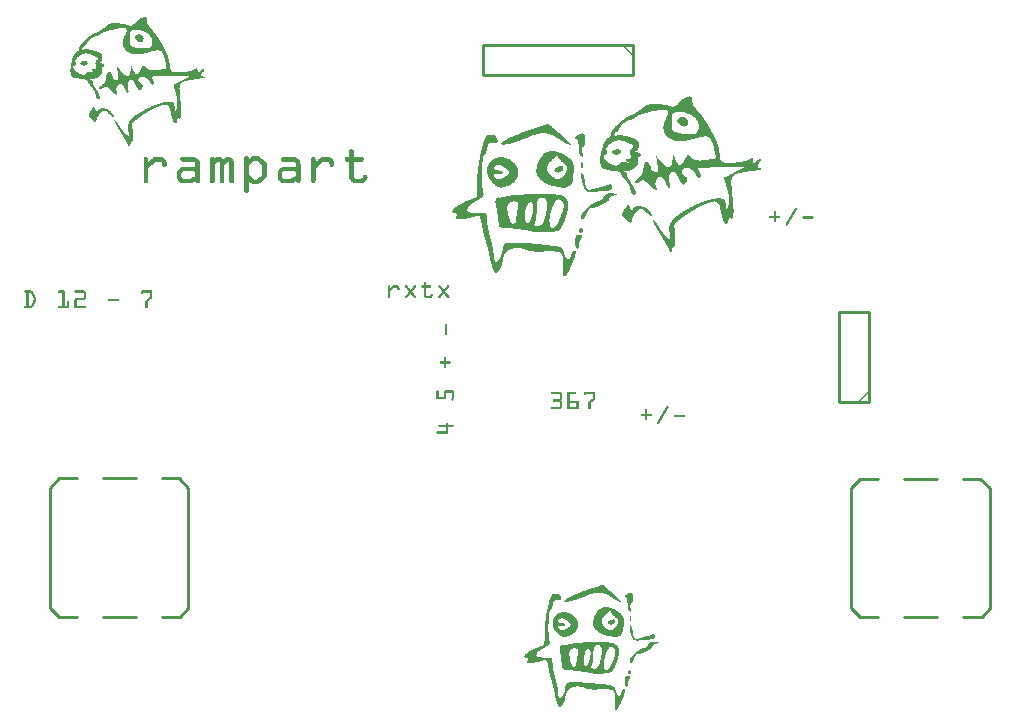
<source format=gto>
G04 MADE WITH FRITZING*
G04 WWW.FRITZING.ORG*
G04 DOUBLE SIDED*
G04 HOLES PLATED*
G04 CONTOUR ON CENTER OF CONTOUR VECTOR*
%ASAXBY*%
%FSLAX23Y23*%
%MOIN*%
%OFA0B0*%
%SFA1.0B1.0*%
%ADD10C,0.010000*%
%ADD11C,0.009843*%
%ADD12R,0.001000X0.001000*%
%LNSILK1*%
G90*
G70*
G54D10*
X3002Y1087D02*
X3002Y1387D01*
D02*
X3002Y1387D02*
X2902Y1387D01*
D02*
X2902Y1387D02*
X2902Y1087D01*
D02*
X2902Y1087D02*
X3002Y1087D01*
D02*
X2214Y2277D02*
X1714Y2277D01*
D02*
X1714Y2277D02*
X1714Y2177D01*
D02*
X1714Y2177D02*
X2214Y2177D01*
D02*
X2214Y2177D02*
X2214Y2277D01*
G54D11*
X3031Y831D02*
X2972Y831D01*
X2941Y800D01*
X2941Y400D01*
X2972Y369D01*
X3031Y369D01*
X3117Y369D02*
X3227Y369D01*
X3227Y831D02*
X3117Y831D01*
X3314Y369D02*
X3377Y369D01*
X3404Y400D01*
X3404Y800D01*
X3373Y831D01*
X3314Y831D01*
D02*
X360Y832D02*
X302Y832D01*
X271Y801D01*
X271Y400D01*
X302Y369D01*
X360Y369D01*
X447Y369D02*
X557Y369D01*
X557Y832D02*
X447Y832D01*
X644Y369D02*
X706Y369D01*
X733Y400D01*
X733Y801D01*
X703Y832D01*
X644Y832D01*
D02*
G54D12*
X582Y2368D02*
X592Y2368D01*
X580Y2367D02*
X593Y2367D01*
X577Y2366D02*
X593Y2366D01*
X575Y2365D02*
X594Y2365D01*
X573Y2364D02*
X594Y2364D01*
X572Y2363D02*
X594Y2363D01*
X570Y2362D02*
X594Y2362D01*
X569Y2361D02*
X593Y2361D01*
X567Y2360D02*
X593Y2360D01*
X566Y2359D02*
X593Y2359D01*
X565Y2358D02*
X593Y2358D01*
X564Y2357D02*
X593Y2357D01*
X563Y2356D02*
X593Y2356D01*
X562Y2355D02*
X593Y2355D01*
X561Y2354D02*
X593Y2354D01*
X560Y2353D02*
X594Y2353D01*
X559Y2352D02*
X594Y2352D01*
X558Y2351D02*
X594Y2351D01*
X557Y2350D02*
X595Y2350D01*
X483Y2349D02*
X495Y2349D01*
X556Y2349D02*
X595Y2349D01*
X477Y2348D02*
X504Y2348D01*
X555Y2348D02*
X596Y2348D01*
X474Y2347D02*
X511Y2347D01*
X554Y2347D02*
X596Y2347D01*
X471Y2346D02*
X517Y2346D01*
X553Y2346D02*
X597Y2346D01*
X469Y2345D02*
X522Y2345D01*
X552Y2345D02*
X597Y2345D01*
X467Y2344D02*
X526Y2344D01*
X550Y2344D02*
X598Y2344D01*
X466Y2343D02*
X530Y2343D01*
X549Y2343D02*
X599Y2343D01*
X464Y2342D02*
X533Y2342D01*
X547Y2342D02*
X599Y2342D01*
X463Y2341D02*
X536Y2341D01*
X545Y2341D02*
X600Y2341D01*
X461Y2340D02*
X601Y2340D01*
X460Y2339D02*
X601Y2339D01*
X459Y2338D02*
X602Y2338D01*
X457Y2337D02*
X603Y2337D01*
X456Y2336D02*
X604Y2336D01*
X455Y2335D02*
X604Y2335D01*
X454Y2334D02*
X605Y2334D01*
X452Y2333D02*
X606Y2333D01*
X451Y2332D02*
X505Y2332D01*
X521Y2332D02*
X607Y2332D01*
X450Y2331D02*
X498Y2331D01*
X524Y2331D02*
X608Y2331D01*
X448Y2330D02*
X493Y2330D01*
X525Y2330D02*
X609Y2330D01*
X447Y2329D02*
X488Y2329D01*
X526Y2329D02*
X610Y2329D01*
X445Y2328D02*
X484Y2328D01*
X527Y2328D02*
X610Y2328D01*
X444Y2327D02*
X479Y2327D01*
X527Y2327D02*
X611Y2327D01*
X442Y2326D02*
X476Y2326D01*
X528Y2326D02*
X550Y2326D01*
X569Y2326D02*
X612Y2326D01*
X441Y2325D02*
X472Y2325D01*
X528Y2325D02*
X547Y2325D01*
X573Y2325D02*
X613Y2325D01*
X439Y2324D02*
X468Y2324D01*
X528Y2324D02*
X545Y2324D01*
X577Y2324D02*
X614Y2324D01*
X437Y2323D02*
X464Y2323D01*
X528Y2323D02*
X543Y2323D01*
X580Y2323D02*
X615Y2323D01*
X436Y2322D02*
X461Y2322D01*
X528Y2322D02*
X542Y2322D01*
X583Y2322D02*
X616Y2322D01*
X434Y2321D02*
X458Y2321D01*
X528Y2321D02*
X541Y2321D01*
X585Y2321D02*
X616Y2321D01*
X432Y2320D02*
X454Y2320D01*
X527Y2320D02*
X540Y2320D01*
X587Y2320D02*
X617Y2320D01*
X430Y2319D02*
X452Y2319D01*
X527Y2319D02*
X539Y2319D01*
X589Y2319D02*
X618Y2319D01*
X428Y2318D02*
X449Y2318D01*
X527Y2318D02*
X539Y2318D01*
X591Y2318D02*
X619Y2318D01*
X425Y2317D02*
X446Y2317D01*
X526Y2317D02*
X538Y2317D01*
X593Y2317D02*
X620Y2317D01*
X423Y2316D02*
X444Y2316D01*
X526Y2316D02*
X538Y2316D01*
X595Y2316D02*
X620Y2316D01*
X420Y2315D02*
X442Y2315D01*
X526Y2315D02*
X538Y2315D01*
X596Y2315D02*
X621Y2315D01*
X418Y2314D02*
X441Y2314D01*
X525Y2314D02*
X537Y2314D01*
X598Y2314D02*
X622Y2314D01*
X416Y2313D02*
X440Y2313D01*
X525Y2313D02*
X537Y2313D01*
X599Y2313D02*
X623Y2313D01*
X415Y2312D02*
X439Y2312D01*
X524Y2312D02*
X537Y2312D01*
X600Y2312D02*
X623Y2312D01*
X413Y2311D02*
X437Y2311D01*
X524Y2311D02*
X537Y2311D01*
X564Y2311D02*
X572Y2311D01*
X601Y2311D02*
X624Y2311D01*
X412Y2310D02*
X435Y2310D01*
X523Y2310D02*
X537Y2310D01*
X561Y2310D02*
X574Y2310D01*
X602Y2310D02*
X625Y2310D01*
X410Y2309D02*
X434Y2309D01*
X523Y2309D02*
X537Y2309D01*
X559Y2309D02*
X576Y2309D01*
X603Y2309D02*
X625Y2309D01*
X409Y2308D02*
X432Y2308D01*
X522Y2308D02*
X537Y2308D01*
X558Y2308D02*
X578Y2308D01*
X604Y2308D02*
X626Y2308D01*
X407Y2307D02*
X430Y2307D01*
X522Y2307D02*
X537Y2307D01*
X557Y2307D02*
X579Y2307D01*
X605Y2307D02*
X627Y2307D01*
X406Y2306D02*
X427Y2306D01*
X521Y2306D02*
X537Y2306D01*
X556Y2306D02*
X580Y2306D01*
X606Y2306D02*
X627Y2306D01*
X405Y2305D02*
X425Y2305D01*
X521Y2305D02*
X537Y2305D01*
X555Y2305D02*
X581Y2305D01*
X607Y2305D02*
X628Y2305D01*
X403Y2304D02*
X422Y2304D01*
X520Y2304D02*
X537Y2304D01*
X555Y2304D02*
X581Y2304D01*
X607Y2304D02*
X629Y2304D01*
X402Y2303D02*
X419Y2303D01*
X520Y2303D02*
X537Y2303D01*
X554Y2303D02*
X582Y2303D01*
X608Y2303D02*
X630Y2303D01*
X401Y2302D02*
X417Y2302D01*
X520Y2302D02*
X537Y2302D01*
X554Y2302D02*
X582Y2302D01*
X609Y2302D02*
X630Y2302D01*
X399Y2301D02*
X414Y2301D01*
X519Y2301D02*
X537Y2301D01*
X554Y2301D02*
X582Y2301D01*
X609Y2301D02*
X631Y2301D01*
X398Y2300D02*
X412Y2300D01*
X519Y2300D02*
X537Y2300D01*
X554Y2300D02*
X583Y2300D01*
X610Y2300D02*
X631Y2300D01*
X397Y2299D02*
X410Y2299D01*
X518Y2299D02*
X537Y2299D01*
X554Y2299D02*
X583Y2299D01*
X610Y2299D02*
X632Y2299D01*
X396Y2298D02*
X409Y2298D01*
X518Y2298D02*
X538Y2298D01*
X554Y2298D02*
X583Y2298D01*
X611Y2298D02*
X633Y2298D01*
X395Y2297D02*
X407Y2297D01*
X518Y2297D02*
X538Y2297D01*
X555Y2297D02*
X583Y2297D01*
X611Y2297D02*
X633Y2297D01*
X394Y2296D02*
X406Y2296D01*
X518Y2296D02*
X538Y2296D01*
X556Y2296D02*
X583Y2296D01*
X612Y2296D02*
X634Y2296D01*
X392Y2295D02*
X404Y2295D01*
X517Y2295D02*
X538Y2295D01*
X557Y2295D02*
X583Y2295D01*
X612Y2295D02*
X635Y2295D01*
X391Y2294D02*
X403Y2294D01*
X517Y2294D02*
X538Y2294D01*
X558Y2294D02*
X582Y2294D01*
X612Y2294D02*
X635Y2294D01*
X390Y2293D02*
X402Y2293D01*
X517Y2293D02*
X538Y2293D01*
X559Y2293D02*
X582Y2293D01*
X612Y2293D02*
X636Y2293D01*
X389Y2292D02*
X401Y2292D01*
X517Y2292D02*
X538Y2292D01*
X560Y2292D02*
X582Y2292D01*
X613Y2292D02*
X636Y2292D01*
X388Y2291D02*
X400Y2291D01*
X516Y2291D02*
X538Y2291D01*
X562Y2291D02*
X582Y2291D01*
X613Y2291D02*
X637Y2291D01*
X387Y2290D02*
X399Y2290D01*
X516Y2290D02*
X538Y2290D01*
X563Y2290D02*
X581Y2290D01*
X613Y2290D02*
X638Y2290D01*
X386Y2289D02*
X398Y2289D01*
X516Y2289D02*
X538Y2289D01*
X565Y2289D02*
X581Y2289D01*
X613Y2289D02*
X638Y2289D01*
X385Y2288D02*
X397Y2288D01*
X516Y2288D02*
X538Y2288D01*
X566Y2288D02*
X580Y2288D01*
X613Y2288D02*
X639Y2288D01*
X384Y2287D02*
X396Y2287D01*
X516Y2287D02*
X538Y2287D01*
X569Y2287D02*
X579Y2287D01*
X613Y2287D02*
X640Y2287D01*
X383Y2286D02*
X395Y2286D01*
X516Y2286D02*
X538Y2286D01*
X571Y2286D02*
X577Y2286D01*
X613Y2286D02*
X640Y2286D01*
X382Y2285D02*
X395Y2285D01*
X516Y2285D02*
X539Y2285D01*
X613Y2285D02*
X641Y2285D01*
X381Y2284D02*
X394Y2284D01*
X516Y2284D02*
X539Y2284D01*
X613Y2284D02*
X641Y2284D01*
X380Y2283D02*
X394Y2283D01*
X516Y2283D02*
X539Y2283D01*
X613Y2283D02*
X642Y2283D01*
X379Y2282D02*
X393Y2282D01*
X516Y2282D02*
X539Y2282D01*
X613Y2282D02*
X642Y2282D01*
X378Y2281D02*
X393Y2281D01*
X516Y2281D02*
X539Y2281D01*
X613Y2281D02*
X643Y2281D01*
X377Y2280D02*
X392Y2280D01*
X516Y2280D02*
X539Y2280D01*
X612Y2280D02*
X644Y2280D01*
X377Y2279D02*
X392Y2279D01*
X516Y2279D02*
X539Y2279D01*
X612Y2279D02*
X644Y2279D01*
X376Y2278D02*
X391Y2278D01*
X516Y2278D02*
X539Y2278D01*
X612Y2278D02*
X645Y2278D01*
X2181Y2278D02*
X2181Y2278D01*
X375Y2277D02*
X390Y2277D01*
X516Y2277D02*
X540Y2277D01*
X612Y2277D02*
X645Y2277D01*
X2180Y2277D02*
X2182Y2277D01*
X374Y2276D02*
X390Y2276D01*
X516Y2276D02*
X540Y2276D01*
X611Y2276D02*
X646Y2276D01*
X2179Y2276D02*
X2183Y2276D01*
X373Y2275D02*
X389Y2275D01*
X516Y2275D02*
X541Y2275D01*
X611Y2275D02*
X646Y2275D01*
X2178Y2275D02*
X2184Y2275D01*
X373Y2274D02*
X388Y2274D01*
X517Y2274D02*
X542Y2274D01*
X611Y2274D02*
X647Y2274D01*
X2179Y2274D02*
X2185Y2274D01*
X372Y2273D02*
X387Y2273D01*
X517Y2273D02*
X543Y2273D01*
X610Y2273D02*
X648Y2273D01*
X2180Y2273D02*
X2186Y2273D01*
X371Y2272D02*
X387Y2272D01*
X517Y2272D02*
X544Y2272D01*
X610Y2272D02*
X648Y2272D01*
X2181Y2272D02*
X2187Y2272D01*
X371Y2271D02*
X386Y2271D01*
X517Y2271D02*
X546Y2271D01*
X609Y2271D02*
X649Y2271D01*
X2182Y2271D02*
X2188Y2271D01*
X370Y2270D02*
X384Y2270D01*
X518Y2270D02*
X548Y2270D01*
X609Y2270D02*
X649Y2270D01*
X2183Y2270D02*
X2189Y2270D01*
X370Y2269D02*
X381Y2269D01*
X518Y2269D02*
X551Y2269D01*
X608Y2269D02*
X650Y2269D01*
X2184Y2269D02*
X2190Y2269D01*
X369Y2268D02*
X380Y2268D01*
X519Y2268D02*
X554Y2268D01*
X607Y2268D02*
X650Y2268D01*
X2185Y2268D02*
X2191Y2268D01*
X369Y2267D02*
X379Y2267D01*
X519Y2267D02*
X559Y2267D01*
X606Y2267D02*
X651Y2267D01*
X2186Y2267D02*
X2192Y2267D01*
X369Y2266D02*
X379Y2266D01*
X520Y2266D02*
X565Y2266D01*
X604Y2266D02*
X651Y2266D01*
X2187Y2266D02*
X2193Y2266D01*
X369Y2265D02*
X378Y2265D01*
X520Y2265D02*
X575Y2265D01*
X601Y2265D02*
X652Y2265D01*
X2188Y2265D02*
X2194Y2265D01*
X369Y2264D02*
X378Y2264D01*
X521Y2264D02*
X652Y2264D01*
X2189Y2264D02*
X2195Y2264D01*
X370Y2263D02*
X378Y2263D01*
X521Y2263D02*
X653Y2263D01*
X2191Y2263D02*
X2196Y2263D01*
X370Y2262D02*
X378Y2262D01*
X522Y2262D02*
X653Y2262D01*
X2192Y2262D02*
X2197Y2262D01*
X370Y2261D02*
X379Y2261D01*
X387Y2261D02*
X400Y2261D01*
X523Y2261D02*
X654Y2261D01*
X2193Y2261D02*
X2198Y2261D01*
X369Y2260D02*
X380Y2260D01*
X385Y2260D02*
X406Y2260D01*
X524Y2260D02*
X654Y2260D01*
X2195Y2260D02*
X2199Y2260D01*
X369Y2259D02*
X411Y2259D01*
X524Y2259D02*
X655Y2259D01*
X2196Y2259D02*
X2200Y2259D01*
X368Y2258D02*
X415Y2258D01*
X525Y2258D02*
X625Y2258D01*
X636Y2258D02*
X655Y2258D01*
X2197Y2258D02*
X2201Y2258D01*
X367Y2257D02*
X419Y2257D01*
X526Y2257D02*
X620Y2257D01*
X639Y2257D02*
X656Y2257D01*
X2198Y2257D02*
X2202Y2257D01*
X366Y2256D02*
X423Y2256D01*
X528Y2256D02*
X615Y2256D01*
X641Y2256D02*
X656Y2256D01*
X2199Y2256D02*
X2203Y2256D01*
X364Y2255D02*
X426Y2255D01*
X529Y2255D02*
X611Y2255D01*
X642Y2255D02*
X657Y2255D01*
X2199Y2255D02*
X2204Y2255D01*
X362Y2254D02*
X429Y2254D01*
X530Y2254D02*
X608Y2254D01*
X644Y2254D02*
X657Y2254D01*
X2200Y2254D02*
X2205Y2254D01*
X360Y2253D02*
X432Y2253D01*
X532Y2253D02*
X604Y2253D01*
X645Y2253D02*
X658Y2253D01*
X2201Y2253D02*
X2206Y2253D01*
X359Y2252D02*
X434Y2252D01*
X534Y2252D02*
X600Y2252D01*
X645Y2252D02*
X658Y2252D01*
X2202Y2252D02*
X2207Y2252D01*
X358Y2251D02*
X436Y2251D01*
X536Y2251D02*
X597Y2251D01*
X646Y2251D02*
X659Y2251D01*
X2202Y2251D02*
X2208Y2251D01*
X357Y2250D02*
X438Y2250D01*
X538Y2250D02*
X593Y2250D01*
X647Y2250D02*
X659Y2250D01*
X2203Y2250D02*
X2209Y2250D01*
X356Y2249D02*
X440Y2249D01*
X540Y2249D02*
X589Y2249D01*
X648Y2249D02*
X659Y2249D01*
X2204Y2249D02*
X2210Y2249D01*
X356Y2248D02*
X388Y2248D01*
X396Y2248D02*
X441Y2248D01*
X543Y2248D02*
X584Y2248D01*
X648Y2248D02*
X660Y2248D01*
X2205Y2248D02*
X2211Y2248D01*
X355Y2247D02*
X385Y2247D01*
X400Y2247D02*
X442Y2247D01*
X546Y2247D02*
X580Y2247D01*
X649Y2247D02*
X660Y2247D01*
X2206Y2247D02*
X2212Y2247D01*
X354Y2246D02*
X382Y2246D01*
X403Y2246D02*
X443Y2246D01*
X550Y2246D02*
X574Y2246D01*
X649Y2246D02*
X661Y2246D01*
X2207Y2246D02*
X2213Y2246D01*
X354Y2245D02*
X380Y2245D01*
X406Y2245D02*
X444Y2245D01*
X560Y2245D02*
X560Y2245D01*
X650Y2245D02*
X661Y2245D01*
X2208Y2245D02*
X2214Y2245D01*
X353Y2244D02*
X378Y2244D01*
X409Y2244D02*
X444Y2244D01*
X650Y2244D02*
X662Y2244D01*
X2209Y2244D02*
X2215Y2244D01*
X353Y2243D02*
X376Y2243D01*
X411Y2243D02*
X445Y2243D01*
X650Y2243D02*
X662Y2243D01*
X2210Y2243D02*
X2215Y2243D01*
X352Y2242D02*
X374Y2242D01*
X414Y2242D02*
X445Y2242D01*
X651Y2242D02*
X662Y2242D01*
X2211Y2242D02*
X2214Y2242D01*
X351Y2241D02*
X372Y2241D01*
X416Y2241D02*
X446Y2241D01*
X651Y2241D02*
X663Y2241D01*
X2212Y2241D02*
X2213Y2241D01*
X351Y2240D02*
X371Y2240D01*
X418Y2240D02*
X446Y2240D01*
X652Y2240D02*
X663Y2240D01*
X351Y2239D02*
X369Y2239D01*
X420Y2239D02*
X446Y2239D01*
X652Y2239D02*
X664Y2239D01*
X350Y2238D02*
X368Y2238D01*
X423Y2238D02*
X446Y2238D01*
X652Y2238D02*
X664Y2238D01*
X350Y2237D02*
X366Y2237D01*
X425Y2237D02*
X446Y2237D01*
X652Y2237D02*
X664Y2237D01*
X349Y2236D02*
X365Y2236D01*
X426Y2236D02*
X446Y2236D01*
X653Y2236D02*
X665Y2236D01*
X349Y2235D02*
X364Y2235D01*
X428Y2235D02*
X446Y2235D01*
X653Y2235D02*
X665Y2235D01*
X348Y2234D02*
X362Y2234D01*
X429Y2234D02*
X446Y2234D01*
X653Y2234D02*
X665Y2234D01*
X348Y2233D02*
X361Y2233D01*
X431Y2233D02*
X446Y2233D01*
X654Y2233D02*
X666Y2233D01*
X348Y2232D02*
X360Y2232D01*
X431Y2232D02*
X446Y2232D01*
X654Y2232D02*
X666Y2232D01*
X347Y2231D02*
X360Y2231D01*
X432Y2231D02*
X446Y2231D01*
X654Y2231D02*
X666Y2231D01*
X347Y2230D02*
X359Y2230D01*
X432Y2230D02*
X446Y2230D01*
X654Y2230D02*
X667Y2230D01*
X347Y2229D02*
X358Y2229D01*
X432Y2229D02*
X446Y2229D01*
X655Y2229D02*
X667Y2229D01*
X346Y2228D02*
X358Y2228D01*
X431Y2228D02*
X445Y2228D01*
X655Y2228D02*
X667Y2228D01*
X346Y2227D02*
X357Y2227D01*
X430Y2227D02*
X445Y2227D01*
X655Y2227D02*
X668Y2227D01*
X346Y2226D02*
X357Y2226D01*
X429Y2226D02*
X445Y2226D01*
X656Y2226D02*
X668Y2226D01*
X345Y2225D02*
X357Y2225D01*
X427Y2225D02*
X444Y2225D01*
X656Y2225D02*
X668Y2225D01*
X345Y2224D02*
X356Y2224D01*
X427Y2224D02*
X444Y2224D01*
X656Y2224D02*
X668Y2224D01*
X345Y2223D02*
X356Y2223D01*
X385Y2223D02*
X391Y2223D01*
X426Y2223D02*
X443Y2223D01*
X656Y2223D02*
X669Y2223D01*
X345Y2222D02*
X356Y2222D01*
X382Y2222D02*
X393Y2222D01*
X425Y2222D02*
X443Y2222D01*
X657Y2222D02*
X669Y2222D01*
X344Y2221D02*
X356Y2221D01*
X380Y2221D02*
X394Y2221D01*
X425Y2221D02*
X442Y2221D01*
X657Y2221D02*
X669Y2221D01*
X344Y2220D02*
X357Y2220D01*
X378Y2220D02*
X394Y2220D01*
X424Y2220D02*
X441Y2220D01*
X657Y2220D02*
X669Y2220D01*
X344Y2219D02*
X357Y2219D01*
X377Y2219D02*
X395Y2219D01*
X424Y2219D02*
X440Y2219D01*
X657Y2219D02*
X669Y2219D01*
X344Y2218D02*
X357Y2218D01*
X376Y2218D02*
X396Y2218D01*
X424Y2218D02*
X439Y2218D01*
X658Y2218D02*
X669Y2218D01*
X343Y2217D02*
X357Y2217D01*
X375Y2217D02*
X396Y2217D01*
X424Y2217D02*
X437Y2217D01*
X658Y2217D02*
X670Y2217D01*
X343Y2216D02*
X358Y2216D01*
X374Y2216D02*
X397Y2216D01*
X424Y2216D02*
X436Y2216D01*
X658Y2216D02*
X670Y2216D01*
X343Y2215D02*
X358Y2215D01*
X373Y2215D02*
X397Y2215D01*
X424Y2215D02*
X437Y2215D01*
X658Y2215D02*
X670Y2215D01*
X343Y2214D02*
X358Y2214D01*
X373Y2214D02*
X397Y2214D01*
X423Y2214D02*
X444Y2214D01*
X658Y2214D02*
X670Y2214D01*
X343Y2213D02*
X358Y2213D01*
X373Y2213D02*
X397Y2213D01*
X424Y2213D02*
X447Y2213D01*
X659Y2213D02*
X670Y2213D01*
X342Y2212D02*
X358Y2212D01*
X373Y2212D02*
X396Y2212D01*
X424Y2212D02*
X449Y2212D01*
X659Y2212D02*
X670Y2212D01*
X342Y2211D02*
X357Y2211D01*
X374Y2211D02*
X395Y2211D01*
X424Y2211D02*
X450Y2211D01*
X659Y2211D02*
X670Y2211D01*
X342Y2210D02*
X357Y2210D01*
X375Y2210D02*
X394Y2210D01*
X424Y2210D02*
X451Y2210D01*
X659Y2210D02*
X670Y2210D01*
X342Y2209D02*
X356Y2209D01*
X377Y2209D02*
X392Y2209D01*
X424Y2209D02*
X452Y2209D01*
X659Y2209D02*
X670Y2209D01*
X342Y2208D02*
X355Y2208D01*
X381Y2208D02*
X389Y2208D01*
X424Y2208D02*
X452Y2208D01*
X542Y2208D02*
X542Y2208D01*
X660Y2208D02*
X670Y2208D01*
X342Y2207D02*
X351Y2207D01*
X424Y2207D02*
X453Y2207D01*
X542Y2207D02*
X542Y2207D01*
X582Y2207D02*
X582Y2207D01*
X660Y2207D02*
X670Y2207D01*
X341Y2206D02*
X349Y2206D01*
X425Y2206D02*
X453Y2206D01*
X542Y2206D02*
X543Y2206D01*
X581Y2206D02*
X584Y2206D01*
X660Y2206D02*
X670Y2206D01*
X341Y2205D02*
X349Y2205D01*
X425Y2205D02*
X453Y2205D01*
X541Y2205D02*
X543Y2205D01*
X581Y2205D02*
X585Y2205D01*
X660Y2205D02*
X670Y2205D01*
X341Y2204D02*
X349Y2204D01*
X425Y2204D02*
X452Y2204D01*
X541Y2204D02*
X543Y2204D01*
X580Y2204D02*
X587Y2204D01*
X660Y2204D02*
X670Y2204D01*
X341Y2203D02*
X348Y2203D01*
X425Y2203D02*
X452Y2203D01*
X495Y2203D02*
X495Y2203D01*
X541Y2203D02*
X544Y2203D01*
X580Y2203D02*
X588Y2203D01*
X660Y2203D02*
X670Y2203D01*
X341Y2202D02*
X349Y2202D01*
X425Y2202D02*
X450Y2202D01*
X495Y2202D02*
X496Y2202D01*
X541Y2202D02*
X544Y2202D01*
X579Y2202D02*
X589Y2202D01*
X660Y2202D02*
X671Y2202D01*
X341Y2201D02*
X349Y2201D01*
X425Y2201D02*
X446Y2201D01*
X495Y2201D02*
X497Y2201D01*
X541Y2201D02*
X545Y2201D01*
X579Y2201D02*
X590Y2201D01*
X660Y2201D02*
X671Y2201D01*
X341Y2200D02*
X349Y2200D01*
X425Y2200D02*
X445Y2200D01*
X496Y2200D02*
X498Y2200D01*
X541Y2200D02*
X545Y2200D01*
X578Y2200D02*
X591Y2200D01*
X660Y2200D02*
X671Y2200D01*
X341Y2199D02*
X349Y2199D01*
X425Y2199D02*
X444Y2199D01*
X496Y2199D02*
X499Y2199D01*
X541Y2199D02*
X545Y2199D01*
X578Y2199D02*
X592Y2199D01*
X660Y2199D02*
X671Y2199D01*
X760Y2199D02*
X761Y2199D01*
X341Y2198D02*
X350Y2198D01*
X424Y2198D02*
X444Y2198D01*
X496Y2198D02*
X500Y2198D01*
X541Y2198D02*
X546Y2198D01*
X577Y2198D02*
X593Y2198D01*
X660Y2198D02*
X671Y2198D01*
X759Y2198D02*
X762Y2198D01*
X341Y2197D02*
X350Y2197D01*
X423Y2197D02*
X444Y2197D01*
X496Y2197D02*
X500Y2197D01*
X541Y2197D02*
X546Y2197D01*
X576Y2197D02*
X595Y2197D01*
X659Y2197D02*
X672Y2197D01*
X758Y2197D02*
X762Y2197D01*
X340Y2196D02*
X351Y2196D01*
X422Y2196D02*
X444Y2196D01*
X496Y2196D02*
X501Y2196D01*
X541Y2196D02*
X547Y2196D01*
X576Y2196D02*
X596Y2196D01*
X658Y2196D02*
X672Y2196D01*
X757Y2196D02*
X762Y2196D01*
X340Y2195D02*
X352Y2195D01*
X414Y2195D02*
X444Y2195D01*
X496Y2195D02*
X502Y2195D01*
X541Y2195D02*
X547Y2195D01*
X575Y2195D02*
X598Y2195D01*
X654Y2195D02*
X672Y2195D01*
X755Y2195D02*
X762Y2195D01*
X783Y2195D02*
X785Y2195D01*
X340Y2194D02*
X352Y2194D01*
X411Y2194D02*
X444Y2194D01*
X497Y2194D02*
X503Y2194D01*
X541Y2194D02*
X547Y2194D01*
X575Y2194D02*
X600Y2194D01*
X643Y2194D02*
X673Y2194D01*
X753Y2194D02*
X762Y2194D01*
X780Y2194D02*
X786Y2194D01*
X340Y2193D02*
X353Y2193D01*
X411Y2193D02*
X444Y2193D01*
X497Y2193D02*
X504Y2193D01*
X541Y2193D02*
X548Y2193D01*
X574Y2193D02*
X603Y2193D01*
X633Y2193D02*
X673Y2193D01*
X751Y2193D02*
X762Y2193D01*
X778Y2193D02*
X786Y2193D01*
X340Y2192D02*
X354Y2192D01*
X412Y2192D02*
X444Y2192D01*
X497Y2192D02*
X505Y2192D01*
X541Y2192D02*
X548Y2192D01*
X573Y2192D02*
X607Y2192D01*
X624Y2192D02*
X674Y2192D01*
X748Y2192D02*
X762Y2192D01*
X776Y2192D02*
X785Y2192D01*
X340Y2191D02*
X355Y2191D01*
X413Y2191D02*
X444Y2191D01*
X497Y2191D02*
X506Y2191D01*
X541Y2191D02*
X549Y2191D01*
X573Y2191D02*
X674Y2191D01*
X745Y2191D02*
X763Y2191D01*
X775Y2191D02*
X785Y2191D01*
X340Y2190D02*
X356Y2190D01*
X414Y2190D02*
X444Y2190D01*
X497Y2190D02*
X506Y2190D01*
X541Y2190D02*
X549Y2190D01*
X572Y2190D02*
X675Y2190D01*
X741Y2190D02*
X763Y2190D01*
X774Y2190D02*
X784Y2190D01*
X340Y2189D02*
X357Y2189D01*
X416Y2189D02*
X445Y2189D01*
X497Y2189D02*
X507Y2189D01*
X541Y2189D02*
X550Y2189D01*
X572Y2189D02*
X676Y2189D01*
X737Y2189D02*
X763Y2189D01*
X772Y2189D02*
X783Y2189D01*
X340Y2188D02*
X358Y2188D01*
X417Y2188D02*
X445Y2188D01*
X498Y2188D02*
X508Y2188D01*
X540Y2188D02*
X550Y2188D01*
X571Y2188D02*
X677Y2188D01*
X732Y2188D02*
X763Y2188D01*
X771Y2188D02*
X783Y2188D01*
X341Y2187D02*
X359Y2187D01*
X418Y2187D02*
X445Y2187D01*
X498Y2187D02*
X509Y2187D01*
X540Y2187D02*
X551Y2187D01*
X570Y2187D02*
X679Y2187D01*
X726Y2187D02*
X763Y2187D01*
X770Y2187D02*
X782Y2187D01*
X341Y2186D02*
X361Y2186D01*
X399Y2186D02*
X410Y2186D01*
X420Y2186D02*
X445Y2186D01*
X466Y2186D02*
X469Y2186D01*
X498Y2186D02*
X510Y2186D01*
X540Y2186D02*
X551Y2186D01*
X570Y2186D02*
X681Y2186D01*
X719Y2186D02*
X763Y2186D01*
X769Y2186D02*
X781Y2186D01*
X341Y2185D02*
X362Y2185D01*
X397Y2185D02*
X414Y2185D01*
X421Y2185D02*
X445Y2185D01*
X465Y2185D02*
X471Y2185D01*
X498Y2185D02*
X511Y2185D01*
X540Y2185D02*
X552Y2185D01*
X569Y2185D02*
X684Y2185D01*
X710Y2185D02*
X764Y2185D01*
X768Y2185D02*
X780Y2185D01*
X341Y2184D02*
X364Y2184D01*
X396Y2184D02*
X444Y2184D01*
X464Y2184D02*
X473Y2184D01*
X498Y2184D02*
X512Y2184D01*
X540Y2184D02*
X553Y2184D01*
X568Y2184D02*
X779Y2184D01*
X341Y2183D02*
X366Y2183D01*
X395Y2183D02*
X444Y2183D01*
X463Y2183D02*
X474Y2183D01*
X498Y2183D02*
X513Y2183D01*
X540Y2183D02*
X553Y2183D01*
X567Y2183D02*
X778Y2183D01*
X341Y2182D02*
X367Y2182D01*
X394Y2182D02*
X444Y2182D01*
X463Y2182D02*
X475Y2182D01*
X499Y2182D02*
X514Y2182D01*
X539Y2182D02*
X554Y2182D01*
X567Y2182D02*
X778Y2182D01*
X341Y2181D02*
X369Y2181D01*
X393Y2181D02*
X443Y2181D01*
X462Y2181D02*
X475Y2181D01*
X499Y2181D02*
X515Y2181D01*
X539Y2181D02*
X555Y2181D01*
X565Y2181D02*
X777Y2181D01*
X342Y2180D02*
X372Y2180D01*
X392Y2180D02*
X443Y2180D01*
X462Y2180D02*
X476Y2180D01*
X499Y2180D02*
X516Y2180D01*
X539Y2180D02*
X556Y2180D01*
X564Y2180D02*
X776Y2180D01*
X342Y2179D02*
X374Y2179D01*
X391Y2179D02*
X442Y2179D01*
X462Y2179D02*
X477Y2179D01*
X499Y2179D02*
X517Y2179D01*
X538Y2179D02*
X558Y2179D01*
X563Y2179D02*
X776Y2179D01*
X342Y2178D02*
X377Y2178D01*
X388Y2178D02*
X442Y2178D01*
X461Y2178D02*
X477Y2178D01*
X499Y2178D02*
X518Y2178D01*
X538Y2178D02*
X776Y2178D01*
X342Y2177D02*
X441Y2177D01*
X461Y2177D02*
X478Y2177D01*
X499Y2177D02*
X519Y2177D01*
X537Y2177D02*
X775Y2177D01*
X343Y2176D02*
X440Y2176D01*
X461Y2176D02*
X478Y2176D01*
X499Y2176D02*
X521Y2176D01*
X536Y2176D02*
X775Y2176D01*
X343Y2175D02*
X439Y2175D01*
X461Y2175D02*
X479Y2175D01*
X500Y2175D02*
X523Y2175D01*
X535Y2175D02*
X776Y2175D01*
X343Y2174D02*
X438Y2174D01*
X460Y2174D02*
X479Y2174D01*
X500Y2174D02*
X525Y2174D01*
X534Y2174D02*
X776Y2174D01*
X344Y2173D02*
X437Y2173D01*
X460Y2173D02*
X479Y2173D01*
X500Y2173D02*
X777Y2173D01*
X345Y2172D02*
X436Y2172D01*
X460Y2172D02*
X480Y2172D01*
X500Y2172D02*
X633Y2172D01*
X738Y2172D02*
X778Y2172D01*
X345Y2171D02*
X435Y2171D01*
X460Y2171D02*
X480Y2171D01*
X500Y2171D02*
X615Y2171D01*
X737Y2171D02*
X780Y2171D01*
X346Y2170D02*
X434Y2170D01*
X460Y2170D02*
X480Y2170D01*
X500Y2170D02*
X576Y2170D01*
X584Y2170D02*
X611Y2170D01*
X735Y2170D02*
X782Y2170D01*
X348Y2169D02*
X432Y2169D01*
X460Y2169D02*
X480Y2169D01*
X500Y2169D02*
X573Y2169D01*
X588Y2169D02*
X610Y2169D01*
X733Y2169D02*
X786Y2169D01*
X350Y2168D02*
X431Y2168D01*
X460Y2168D02*
X480Y2168D01*
X500Y2168D02*
X571Y2168D01*
X590Y2168D02*
X610Y2168D01*
X731Y2168D02*
X787Y2168D01*
X353Y2167D02*
X429Y2167D01*
X460Y2167D02*
X480Y2167D01*
X500Y2167D02*
X570Y2167D01*
X592Y2167D02*
X610Y2167D01*
X729Y2167D02*
X786Y2167D01*
X356Y2166D02*
X427Y2166D01*
X460Y2166D02*
X481Y2166D01*
X500Y2166D02*
X569Y2166D01*
X594Y2166D02*
X610Y2166D01*
X728Y2166D02*
X782Y2166D01*
X362Y2165D02*
X424Y2165D01*
X460Y2165D02*
X481Y2165D01*
X500Y2165D02*
X568Y2165D01*
X595Y2165D02*
X611Y2165D01*
X726Y2165D02*
X777Y2165D01*
X368Y2164D02*
X421Y2164D01*
X459Y2164D02*
X482Y2164D01*
X500Y2164D02*
X567Y2164D01*
X596Y2164D02*
X612Y2164D01*
X724Y2164D02*
X772Y2164D01*
X378Y2163D02*
X403Y2163D01*
X412Y2163D02*
X415Y2163D01*
X459Y2163D02*
X483Y2163D01*
X500Y2163D02*
X567Y2163D01*
X598Y2163D02*
X612Y2163D01*
X722Y2163D02*
X765Y2163D01*
X385Y2162D02*
X404Y2162D01*
X459Y2162D02*
X484Y2162D01*
X500Y2162D02*
X566Y2162D01*
X599Y2162D02*
X613Y2162D01*
X720Y2162D02*
X758Y2162D01*
X389Y2161D02*
X406Y2161D01*
X459Y2161D02*
X486Y2161D01*
X499Y2161D02*
X566Y2161D01*
X600Y2161D02*
X614Y2161D01*
X718Y2161D02*
X751Y2161D01*
X392Y2160D02*
X407Y2160D01*
X458Y2160D02*
X488Y2160D01*
X499Y2160D02*
X539Y2160D01*
X545Y2160D02*
X566Y2160D01*
X600Y2160D02*
X615Y2160D01*
X716Y2160D02*
X744Y2160D01*
X394Y2159D02*
X408Y2159D01*
X458Y2159D02*
X493Y2159D01*
X496Y2159D02*
X538Y2159D01*
X547Y2159D02*
X566Y2159D01*
X601Y2159D02*
X615Y2159D01*
X714Y2159D02*
X737Y2159D01*
X396Y2158D02*
X410Y2158D01*
X458Y2158D02*
X536Y2158D01*
X548Y2158D02*
X566Y2158D01*
X602Y2158D02*
X616Y2158D01*
X712Y2158D02*
X732Y2158D01*
X397Y2157D02*
X411Y2157D01*
X457Y2157D02*
X535Y2157D01*
X549Y2157D02*
X566Y2157D01*
X603Y2157D02*
X616Y2157D01*
X710Y2157D02*
X727Y2157D01*
X398Y2156D02*
X412Y2156D01*
X457Y2156D02*
X534Y2156D01*
X549Y2156D02*
X567Y2156D01*
X603Y2156D02*
X617Y2156D01*
X708Y2156D02*
X724Y2156D01*
X398Y2155D02*
X413Y2155D01*
X456Y2155D02*
X534Y2155D01*
X550Y2155D02*
X567Y2155D01*
X604Y2155D02*
X617Y2155D01*
X706Y2155D02*
X720Y2155D01*
X398Y2154D02*
X414Y2154D01*
X456Y2154D02*
X533Y2154D01*
X551Y2154D02*
X568Y2154D01*
X604Y2154D02*
X617Y2154D01*
X704Y2154D02*
X717Y2154D01*
X398Y2153D02*
X415Y2153D01*
X455Y2153D02*
X532Y2153D01*
X552Y2153D02*
X569Y2153D01*
X605Y2153D02*
X617Y2153D01*
X702Y2153D02*
X715Y2153D01*
X399Y2152D02*
X414Y2152D01*
X454Y2152D02*
X532Y2152D01*
X552Y2152D02*
X569Y2152D01*
X606Y2152D02*
X618Y2152D01*
X700Y2152D02*
X713Y2152D01*
X399Y2151D02*
X413Y2151D01*
X454Y2151D02*
X532Y2151D01*
X553Y2151D02*
X570Y2151D01*
X606Y2151D02*
X618Y2151D01*
X698Y2151D02*
X712Y2151D01*
X400Y2150D02*
X413Y2150D01*
X453Y2150D02*
X531Y2150D01*
X553Y2150D02*
X571Y2150D01*
X607Y2150D02*
X618Y2150D01*
X696Y2150D02*
X710Y2150D01*
X401Y2149D02*
X413Y2149D01*
X452Y2149D02*
X531Y2149D01*
X554Y2149D02*
X572Y2149D01*
X607Y2149D02*
X618Y2149D01*
X694Y2149D02*
X709Y2149D01*
X401Y2148D02*
X413Y2148D01*
X452Y2148D02*
X531Y2148D01*
X555Y2148D02*
X573Y2148D01*
X608Y2148D02*
X618Y2148D01*
X692Y2148D02*
X708Y2148D01*
X402Y2147D02*
X414Y2147D01*
X451Y2147D02*
X531Y2147D01*
X555Y2147D02*
X575Y2147D01*
X609Y2147D02*
X617Y2147D01*
X690Y2147D02*
X707Y2147D01*
X403Y2146D02*
X414Y2146D01*
X450Y2146D02*
X530Y2146D01*
X556Y2146D02*
X576Y2146D01*
X610Y2146D02*
X617Y2146D01*
X689Y2146D02*
X706Y2146D01*
X403Y2145D02*
X415Y2145D01*
X449Y2145D02*
X502Y2145D01*
X510Y2145D02*
X530Y2145D01*
X556Y2145D02*
X577Y2145D01*
X610Y2145D02*
X616Y2145D01*
X687Y2145D02*
X706Y2145D01*
X404Y2144D02*
X415Y2144D01*
X447Y2144D02*
X500Y2144D01*
X512Y2144D02*
X530Y2144D01*
X557Y2144D02*
X578Y2144D01*
X611Y2144D02*
X616Y2144D01*
X685Y2144D02*
X705Y2144D01*
X405Y2143D02*
X416Y2143D01*
X446Y2143D02*
X499Y2143D01*
X513Y2143D02*
X530Y2143D01*
X557Y2143D02*
X579Y2143D01*
X613Y2143D02*
X614Y2143D01*
X683Y2143D02*
X705Y2143D01*
X405Y2142D02*
X416Y2142D01*
X445Y2142D02*
X498Y2142D01*
X514Y2142D02*
X530Y2142D01*
X558Y2142D02*
X580Y2142D01*
X683Y2142D02*
X704Y2142D01*
X406Y2141D02*
X417Y2141D01*
X444Y2141D02*
X497Y2141D01*
X515Y2141D02*
X530Y2141D01*
X558Y2141D02*
X581Y2141D01*
X684Y2141D02*
X704Y2141D01*
X407Y2140D02*
X417Y2140D01*
X442Y2140D02*
X496Y2140D01*
X516Y2140D02*
X530Y2140D01*
X559Y2140D02*
X581Y2140D01*
X684Y2140D02*
X704Y2140D01*
X408Y2139D02*
X418Y2139D01*
X441Y2139D02*
X496Y2139D01*
X517Y2139D02*
X530Y2139D01*
X559Y2139D02*
X581Y2139D01*
X684Y2139D02*
X703Y2139D01*
X409Y2138D02*
X419Y2138D01*
X440Y2138D02*
X495Y2138D01*
X518Y2138D02*
X530Y2138D01*
X560Y2138D02*
X581Y2138D01*
X685Y2138D02*
X703Y2138D01*
X410Y2137D02*
X419Y2137D01*
X439Y2137D02*
X494Y2137D01*
X518Y2137D02*
X530Y2137D01*
X560Y2137D02*
X581Y2137D01*
X685Y2137D02*
X703Y2137D01*
X411Y2136D02*
X420Y2136D01*
X439Y2136D02*
X454Y2136D01*
X460Y2136D02*
X494Y2136D01*
X519Y2136D02*
X531Y2136D01*
X561Y2136D02*
X580Y2136D01*
X685Y2136D02*
X703Y2136D01*
X411Y2135D02*
X421Y2135D01*
X438Y2135D02*
X452Y2135D01*
X463Y2135D02*
X494Y2135D01*
X519Y2135D02*
X531Y2135D01*
X561Y2135D02*
X580Y2135D01*
X685Y2135D02*
X703Y2135D01*
X412Y2134D02*
X421Y2134D01*
X437Y2134D02*
X451Y2134D01*
X464Y2134D02*
X493Y2134D01*
X520Y2134D02*
X531Y2134D01*
X562Y2134D02*
X579Y2134D01*
X686Y2134D02*
X703Y2134D01*
X413Y2133D02*
X422Y2133D01*
X437Y2133D02*
X449Y2133D01*
X466Y2133D02*
X493Y2133D01*
X521Y2133D02*
X531Y2133D01*
X563Y2133D02*
X579Y2133D01*
X686Y2133D02*
X703Y2133D01*
X414Y2132D02*
X423Y2132D01*
X436Y2132D02*
X448Y2132D01*
X467Y2132D02*
X493Y2132D01*
X521Y2132D02*
X531Y2132D01*
X563Y2132D02*
X578Y2132D01*
X686Y2132D02*
X703Y2132D01*
X415Y2131D02*
X423Y2131D01*
X436Y2131D02*
X446Y2131D01*
X468Y2131D02*
X492Y2131D01*
X521Y2131D02*
X531Y2131D01*
X564Y2131D02*
X577Y2131D01*
X687Y2131D02*
X702Y2131D01*
X415Y2130D02*
X424Y2130D01*
X436Y2130D02*
X444Y2130D01*
X469Y2130D02*
X492Y2130D01*
X522Y2130D02*
X532Y2130D01*
X564Y2130D02*
X576Y2130D01*
X687Y2130D02*
X702Y2130D01*
X416Y2129D02*
X425Y2129D01*
X437Y2129D02*
X442Y2129D01*
X471Y2129D02*
X492Y2129D01*
X522Y2129D02*
X532Y2129D01*
X565Y2129D02*
X576Y2129D01*
X687Y2129D02*
X702Y2129D01*
X417Y2128D02*
X425Y2128D01*
X472Y2128D02*
X492Y2128D01*
X523Y2128D02*
X532Y2128D01*
X566Y2128D02*
X575Y2128D01*
X688Y2128D02*
X703Y2128D01*
X417Y2127D02*
X426Y2127D01*
X473Y2127D02*
X492Y2127D01*
X523Y2127D02*
X532Y2127D01*
X567Y2127D02*
X574Y2127D01*
X688Y2127D02*
X703Y2127D01*
X418Y2126D02*
X427Y2126D01*
X474Y2126D02*
X492Y2126D01*
X524Y2126D02*
X532Y2126D01*
X568Y2126D02*
X572Y2126D01*
X688Y2126D02*
X703Y2126D01*
X418Y2125D02*
X427Y2125D01*
X475Y2125D02*
X492Y2125D01*
X524Y2125D02*
X532Y2125D01*
X569Y2125D02*
X571Y2125D01*
X688Y2125D02*
X703Y2125D01*
X419Y2124D02*
X428Y2124D01*
X476Y2124D02*
X492Y2124D01*
X524Y2124D02*
X532Y2124D01*
X689Y2124D02*
X703Y2124D01*
X420Y2123D02*
X429Y2123D01*
X477Y2123D02*
X492Y2123D01*
X525Y2123D02*
X532Y2123D01*
X689Y2123D02*
X703Y2123D01*
X420Y2122D02*
X429Y2122D01*
X478Y2122D02*
X493Y2122D01*
X525Y2122D02*
X532Y2122D01*
X689Y2122D02*
X703Y2122D01*
X421Y2121D02*
X430Y2121D01*
X479Y2121D02*
X493Y2121D01*
X526Y2121D02*
X533Y2121D01*
X690Y2121D02*
X703Y2121D01*
X421Y2120D02*
X430Y2120D01*
X480Y2120D02*
X493Y2120D01*
X527Y2120D02*
X532Y2120D01*
X690Y2120D02*
X703Y2120D01*
X421Y2119D02*
X431Y2119D01*
X481Y2119D02*
X493Y2119D01*
X527Y2119D02*
X532Y2119D01*
X690Y2119D02*
X703Y2119D01*
X422Y2118D02*
X432Y2118D01*
X482Y2118D02*
X494Y2118D01*
X528Y2118D02*
X532Y2118D01*
X691Y2118D02*
X703Y2118D01*
X422Y2117D02*
X432Y2117D01*
X483Y2117D02*
X494Y2117D01*
X529Y2117D02*
X532Y2117D01*
X691Y2117D02*
X703Y2117D01*
X423Y2116D02*
X433Y2116D01*
X484Y2116D02*
X494Y2116D01*
X530Y2116D02*
X532Y2116D01*
X691Y2116D02*
X703Y2116D01*
X423Y2115D02*
X433Y2115D01*
X485Y2115D02*
X495Y2115D01*
X691Y2115D02*
X704Y2115D01*
X423Y2114D02*
X434Y2114D01*
X487Y2114D02*
X495Y2114D01*
X692Y2114D02*
X704Y2114D01*
X424Y2113D02*
X434Y2113D01*
X488Y2113D02*
X495Y2113D01*
X692Y2113D02*
X704Y2113D01*
X424Y2112D02*
X435Y2112D01*
X489Y2112D02*
X495Y2112D01*
X692Y2112D02*
X704Y2112D01*
X424Y2111D02*
X435Y2111D01*
X491Y2111D02*
X495Y2111D01*
X693Y2111D02*
X704Y2111D01*
X424Y2110D02*
X436Y2110D01*
X492Y2110D02*
X495Y2110D01*
X693Y2110D02*
X704Y2110D01*
X424Y2109D02*
X436Y2109D01*
X693Y2109D02*
X704Y2109D01*
X424Y2108D02*
X436Y2108D01*
X693Y2108D02*
X704Y2108D01*
X425Y2107D02*
X437Y2107D01*
X694Y2107D02*
X704Y2107D01*
X425Y2106D02*
X437Y2106D01*
X694Y2106D02*
X705Y2106D01*
X425Y2105D02*
X437Y2105D01*
X694Y2105D02*
X705Y2105D01*
X425Y2104D02*
X437Y2104D01*
X694Y2104D02*
X705Y2104D01*
X2402Y2104D02*
X2406Y2104D01*
X426Y2103D02*
X438Y2103D01*
X695Y2103D02*
X705Y2103D01*
X2397Y2103D02*
X2409Y2103D01*
X426Y2102D02*
X438Y2102D01*
X695Y2102D02*
X705Y2102D01*
X2394Y2102D02*
X2410Y2102D01*
X427Y2101D02*
X438Y2101D01*
X695Y2101D02*
X705Y2101D01*
X2392Y2101D02*
X2411Y2101D01*
X427Y2100D02*
X438Y2100D01*
X695Y2100D02*
X705Y2100D01*
X2390Y2100D02*
X2411Y2100D01*
X428Y2099D02*
X437Y2099D01*
X696Y2099D02*
X705Y2099D01*
X2388Y2099D02*
X2411Y2099D01*
X429Y2098D02*
X437Y2098D01*
X696Y2098D02*
X706Y2098D01*
X2386Y2098D02*
X2411Y2098D01*
X430Y2097D02*
X435Y2097D01*
X696Y2097D02*
X706Y2097D01*
X2384Y2097D02*
X2411Y2097D01*
X696Y2096D02*
X706Y2096D01*
X2383Y2096D02*
X2411Y2096D01*
X696Y2095D02*
X706Y2095D01*
X2381Y2095D02*
X2411Y2095D01*
X696Y2094D02*
X706Y2094D01*
X2380Y2094D02*
X2411Y2094D01*
X697Y2093D02*
X706Y2093D01*
X2379Y2093D02*
X2410Y2093D01*
X697Y2092D02*
X706Y2092D01*
X2378Y2092D02*
X2410Y2092D01*
X697Y2091D02*
X706Y2091D01*
X2376Y2091D02*
X2410Y2091D01*
X697Y2090D02*
X706Y2090D01*
X2375Y2090D02*
X2410Y2090D01*
X697Y2089D02*
X706Y2089D01*
X2374Y2089D02*
X2410Y2089D01*
X697Y2088D02*
X707Y2088D01*
X2373Y2088D02*
X2410Y2088D01*
X697Y2087D02*
X707Y2087D01*
X2372Y2087D02*
X2410Y2087D01*
X664Y2086D02*
X673Y2086D01*
X697Y2086D02*
X707Y2086D01*
X2371Y2086D02*
X2411Y2086D01*
X656Y2085D02*
X678Y2085D01*
X697Y2085D02*
X707Y2085D01*
X2370Y2085D02*
X2411Y2085D01*
X650Y2084D02*
X681Y2084D01*
X697Y2084D02*
X707Y2084D01*
X2369Y2084D02*
X2411Y2084D01*
X646Y2083D02*
X683Y2083D01*
X697Y2083D02*
X707Y2083D01*
X2368Y2083D02*
X2412Y2083D01*
X642Y2082D02*
X684Y2082D01*
X697Y2082D02*
X707Y2082D01*
X2368Y2082D02*
X2412Y2082D01*
X638Y2081D02*
X685Y2081D01*
X697Y2081D02*
X707Y2081D01*
X2367Y2081D02*
X2413Y2081D01*
X635Y2080D02*
X685Y2080D01*
X697Y2080D02*
X707Y2080D01*
X2276Y2080D02*
X2296Y2080D01*
X2366Y2080D02*
X2413Y2080D01*
X631Y2079D02*
X686Y2079D01*
X697Y2079D02*
X707Y2079D01*
X2271Y2079D02*
X2304Y2079D01*
X2365Y2079D02*
X2414Y2079D01*
X628Y2078D02*
X686Y2078D01*
X697Y2078D02*
X708Y2078D01*
X2268Y2078D02*
X2311Y2078D01*
X2364Y2078D02*
X2414Y2078D01*
X625Y2077D02*
X652Y2077D01*
X662Y2077D02*
X686Y2077D01*
X697Y2077D02*
X708Y2077D01*
X2265Y2077D02*
X2317Y2077D01*
X2362Y2077D02*
X2415Y2077D01*
X623Y2076D02*
X648Y2076D01*
X664Y2076D02*
X686Y2076D01*
X697Y2076D02*
X708Y2076D01*
X2263Y2076D02*
X2322Y2076D01*
X2361Y2076D02*
X2415Y2076D01*
X620Y2075D02*
X644Y2075D01*
X665Y2075D02*
X686Y2075D01*
X697Y2075D02*
X708Y2075D01*
X2261Y2075D02*
X2327Y2075D01*
X2360Y2075D02*
X2416Y2075D01*
X618Y2074D02*
X641Y2074D01*
X667Y2074D02*
X686Y2074D01*
X697Y2074D02*
X708Y2074D01*
X2259Y2074D02*
X2331Y2074D01*
X2359Y2074D02*
X2416Y2074D01*
X615Y2073D02*
X638Y2073D01*
X667Y2073D02*
X686Y2073D01*
X697Y2073D02*
X708Y2073D01*
X2257Y2073D02*
X2335Y2073D01*
X2357Y2073D02*
X2417Y2073D01*
X613Y2072D02*
X635Y2072D01*
X668Y2072D02*
X686Y2072D01*
X697Y2072D02*
X708Y2072D01*
X2256Y2072D02*
X2338Y2072D01*
X2355Y2072D02*
X2418Y2072D01*
X610Y2071D02*
X633Y2071D01*
X669Y2071D02*
X687Y2071D01*
X696Y2071D02*
X708Y2071D01*
X2254Y2071D02*
X2340Y2071D01*
X2353Y2071D02*
X2418Y2071D01*
X608Y2070D02*
X630Y2070D01*
X669Y2070D02*
X687Y2070D01*
X696Y2070D02*
X708Y2070D01*
X2253Y2070D02*
X2344Y2070D01*
X2349Y2070D02*
X2419Y2070D01*
X606Y2069D02*
X628Y2069D01*
X670Y2069D02*
X687Y2069D01*
X696Y2069D02*
X708Y2069D01*
X2251Y2069D02*
X2420Y2069D01*
X417Y2068D02*
X418Y2068D01*
X604Y2068D02*
X626Y2068D01*
X670Y2068D02*
X687Y2068D01*
X696Y2068D02*
X708Y2068D01*
X2250Y2068D02*
X2420Y2068D01*
X416Y2067D02*
X419Y2067D01*
X602Y2067D02*
X623Y2067D01*
X671Y2067D02*
X687Y2067D01*
X695Y2067D02*
X708Y2067D01*
X2249Y2067D02*
X2421Y2067D01*
X415Y2066D02*
X420Y2066D01*
X600Y2066D02*
X621Y2066D01*
X671Y2066D02*
X687Y2066D01*
X695Y2066D02*
X708Y2066D01*
X2247Y2066D02*
X2422Y2066D01*
X414Y2065D02*
X420Y2065D01*
X598Y2065D02*
X619Y2065D01*
X672Y2065D02*
X687Y2065D01*
X695Y2065D02*
X708Y2065D01*
X2246Y2065D02*
X2423Y2065D01*
X413Y2064D02*
X421Y2064D01*
X441Y2064D02*
X454Y2064D01*
X596Y2064D02*
X617Y2064D01*
X672Y2064D02*
X687Y2064D01*
X694Y2064D02*
X709Y2064D01*
X2245Y2064D02*
X2424Y2064D01*
X413Y2063D02*
X421Y2063D01*
X438Y2063D02*
X458Y2063D01*
X594Y2063D02*
X615Y2063D01*
X672Y2063D02*
X688Y2063D01*
X694Y2063D02*
X709Y2063D01*
X2244Y2063D02*
X2424Y2063D01*
X412Y2062D02*
X422Y2062D01*
X436Y2062D02*
X461Y2062D01*
X592Y2062D02*
X613Y2062D01*
X673Y2062D02*
X688Y2062D01*
X694Y2062D02*
X709Y2062D01*
X2242Y2062D02*
X2425Y2062D01*
X411Y2061D02*
X422Y2061D01*
X434Y2061D02*
X463Y2061D01*
X590Y2061D02*
X611Y2061D01*
X673Y2061D02*
X688Y2061D01*
X693Y2061D02*
X709Y2061D01*
X2241Y2061D02*
X2426Y2061D01*
X410Y2060D02*
X422Y2060D01*
X433Y2060D02*
X465Y2060D01*
X588Y2060D02*
X609Y2060D01*
X673Y2060D02*
X688Y2060D01*
X693Y2060D02*
X709Y2060D01*
X2240Y2060D02*
X2306Y2060D01*
X2322Y2060D02*
X2427Y2060D01*
X410Y2059D02*
X423Y2059D01*
X432Y2059D02*
X467Y2059D01*
X586Y2059D02*
X607Y2059D01*
X673Y2059D02*
X688Y2059D01*
X693Y2059D02*
X709Y2059D01*
X2238Y2059D02*
X2299Y2059D01*
X2326Y2059D02*
X2428Y2059D01*
X409Y2058D02*
X423Y2058D01*
X431Y2058D02*
X468Y2058D01*
X585Y2058D02*
X606Y2058D01*
X673Y2058D02*
X689Y2058D01*
X692Y2058D02*
X709Y2058D01*
X2237Y2058D02*
X2293Y2058D01*
X2328Y2058D02*
X2429Y2058D01*
X408Y2057D02*
X424Y2057D01*
X431Y2057D02*
X450Y2057D01*
X456Y2057D02*
X470Y2057D01*
X583Y2057D02*
X604Y2057D01*
X674Y2057D02*
X689Y2057D01*
X691Y2057D02*
X709Y2057D01*
X2236Y2057D02*
X2288Y2057D01*
X2329Y2057D02*
X2430Y2057D01*
X408Y2056D02*
X424Y2056D01*
X430Y2056D02*
X448Y2056D01*
X458Y2056D02*
X471Y2056D01*
X581Y2056D02*
X602Y2056D01*
X674Y2056D02*
X709Y2056D01*
X2234Y2056D02*
X2283Y2056D01*
X2330Y2056D02*
X2430Y2056D01*
X407Y2055D02*
X426Y2055D01*
X429Y2055D02*
X447Y2055D01*
X459Y2055D02*
X472Y2055D01*
X579Y2055D02*
X600Y2055D01*
X674Y2055D02*
X709Y2055D01*
X2233Y2055D02*
X2279Y2055D01*
X2331Y2055D02*
X2431Y2055D01*
X407Y2054D02*
X445Y2054D01*
X461Y2054D02*
X473Y2054D01*
X578Y2054D02*
X598Y2054D01*
X674Y2054D02*
X709Y2054D01*
X2231Y2054D02*
X2275Y2054D01*
X2331Y2054D02*
X2432Y2054D01*
X406Y2053D02*
X444Y2053D01*
X462Y2053D02*
X474Y2053D01*
X576Y2053D02*
X597Y2053D01*
X675Y2053D02*
X709Y2053D01*
X2230Y2053D02*
X2271Y2053D01*
X2332Y2053D02*
X2360Y2053D01*
X2379Y2053D02*
X2433Y2053D01*
X405Y2052D02*
X443Y2052D01*
X463Y2052D02*
X475Y2052D01*
X574Y2052D02*
X595Y2052D01*
X675Y2052D02*
X709Y2052D01*
X2228Y2052D02*
X2267Y2052D01*
X2332Y2052D02*
X2356Y2052D01*
X2384Y2052D02*
X2434Y2052D01*
X405Y2051D02*
X442Y2051D01*
X464Y2051D02*
X476Y2051D01*
X572Y2051D02*
X593Y2051D01*
X675Y2051D02*
X709Y2051D01*
X2227Y2051D02*
X2263Y2051D01*
X2332Y2051D02*
X2354Y2051D01*
X2388Y2051D02*
X2435Y2051D01*
X404Y2050D02*
X441Y2050D01*
X465Y2050D02*
X476Y2050D01*
X571Y2050D02*
X592Y2050D01*
X675Y2050D02*
X709Y2050D01*
X2225Y2050D02*
X2259Y2050D01*
X2332Y2050D02*
X2352Y2050D01*
X2392Y2050D02*
X2436Y2050D01*
X404Y2049D02*
X440Y2049D01*
X466Y2049D02*
X477Y2049D01*
X569Y2049D02*
X590Y2049D01*
X675Y2049D02*
X709Y2049D01*
X2223Y2049D02*
X2256Y2049D01*
X2332Y2049D02*
X2350Y2049D01*
X2395Y2049D02*
X2437Y2049D01*
X403Y2048D02*
X439Y2048D01*
X467Y2048D02*
X478Y2048D01*
X568Y2048D02*
X588Y2048D01*
X676Y2048D02*
X709Y2048D01*
X2221Y2048D02*
X2252Y2048D01*
X2332Y2048D02*
X2349Y2048D01*
X2397Y2048D02*
X2437Y2048D01*
X403Y2047D02*
X438Y2047D01*
X469Y2047D02*
X479Y2047D01*
X566Y2047D02*
X587Y2047D01*
X676Y2047D02*
X709Y2047D01*
X2220Y2047D02*
X2249Y2047D01*
X2332Y2047D02*
X2348Y2047D01*
X2400Y2047D02*
X2438Y2047D01*
X402Y2046D02*
X437Y2046D01*
X470Y2046D02*
X480Y2046D01*
X565Y2046D02*
X585Y2046D01*
X676Y2046D02*
X709Y2046D01*
X2218Y2046D02*
X2246Y2046D01*
X2331Y2046D02*
X2347Y2046D01*
X2402Y2046D02*
X2439Y2046D01*
X402Y2045D02*
X436Y2045D01*
X471Y2045D02*
X480Y2045D01*
X563Y2045D02*
X584Y2045D01*
X676Y2045D02*
X709Y2045D01*
X2216Y2045D02*
X2243Y2045D01*
X2331Y2045D02*
X2346Y2045D01*
X2404Y2045D02*
X2440Y2045D01*
X401Y2044D02*
X435Y2044D01*
X472Y2044D02*
X481Y2044D01*
X561Y2044D02*
X582Y2044D01*
X677Y2044D02*
X709Y2044D01*
X2214Y2044D02*
X2240Y2044D01*
X2331Y2044D02*
X2346Y2044D01*
X2406Y2044D02*
X2441Y2044D01*
X401Y2043D02*
X435Y2043D01*
X473Y2043D02*
X482Y2043D01*
X560Y2043D02*
X580Y2043D01*
X677Y2043D02*
X709Y2043D01*
X2212Y2043D02*
X2237Y2043D01*
X2331Y2043D02*
X2345Y2043D01*
X2408Y2043D02*
X2441Y2043D01*
X401Y2042D02*
X434Y2042D01*
X474Y2042D02*
X482Y2042D01*
X559Y2042D02*
X579Y2042D01*
X677Y2042D02*
X709Y2042D01*
X2209Y2042D02*
X2235Y2042D01*
X2330Y2042D02*
X2345Y2042D01*
X2410Y2042D02*
X2442Y2042D01*
X401Y2041D02*
X433Y2041D01*
X476Y2041D02*
X483Y2041D01*
X557Y2041D02*
X577Y2041D01*
X677Y2041D02*
X708Y2041D01*
X2207Y2041D02*
X2232Y2041D01*
X2330Y2041D02*
X2344Y2041D01*
X2411Y2041D02*
X2443Y2041D01*
X401Y2040D02*
X432Y2040D01*
X477Y2040D02*
X483Y2040D01*
X556Y2040D02*
X576Y2040D01*
X677Y2040D02*
X708Y2040D01*
X2204Y2040D02*
X2230Y2040D01*
X2330Y2040D02*
X2344Y2040D01*
X2413Y2040D02*
X2444Y2040D01*
X402Y2039D02*
X432Y2039D01*
X478Y2039D02*
X483Y2039D01*
X554Y2039D02*
X575Y2039D01*
X678Y2039D02*
X708Y2039D01*
X2202Y2039D02*
X2228Y2039D01*
X2329Y2039D02*
X2344Y2039D01*
X2415Y2039D02*
X2444Y2039D01*
X402Y2038D02*
X431Y2038D01*
X480Y2038D02*
X483Y2038D01*
X553Y2038D02*
X573Y2038D01*
X678Y2038D02*
X708Y2038D01*
X2200Y2038D02*
X2227Y2038D01*
X2329Y2038D02*
X2343Y2038D01*
X2416Y2038D02*
X2445Y2038D01*
X403Y2037D02*
X431Y2037D01*
X552Y2037D02*
X572Y2037D01*
X678Y2037D02*
X708Y2037D01*
X2198Y2037D02*
X2226Y2037D01*
X2328Y2037D02*
X2343Y2037D01*
X2417Y2037D02*
X2446Y2037D01*
X404Y2036D02*
X430Y2036D01*
X551Y2036D02*
X570Y2036D01*
X678Y2036D02*
X708Y2036D01*
X2196Y2036D02*
X2225Y2036D01*
X2328Y2036D02*
X2343Y2036D01*
X2418Y2036D02*
X2447Y2036D01*
X404Y2035D02*
X429Y2035D01*
X550Y2035D02*
X569Y2035D01*
X679Y2035D02*
X707Y2035D01*
X2195Y2035D02*
X2224Y2035D01*
X2327Y2035D02*
X2343Y2035D01*
X2376Y2035D02*
X2383Y2035D01*
X2420Y2035D02*
X2447Y2035D01*
X405Y2034D02*
X429Y2034D01*
X548Y2034D02*
X568Y2034D01*
X679Y2034D02*
X707Y2034D01*
X2193Y2034D02*
X2222Y2034D01*
X2327Y2034D02*
X2343Y2034D01*
X2373Y2034D02*
X2387Y2034D01*
X2421Y2034D02*
X2448Y2034D01*
X406Y2033D02*
X429Y2033D01*
X547Y2033D02*
X566Y2033D01*
X679Y2033D02*
X707Y2033D01*
X2192Y2033D02*
X2220Y2033D01*
X2326Y2033D02*
X2343Y2033D01*
X2371Y2033D02*
X2389Y2033D01*
X2422Y2033D02*
X2449Y2033D01*
X407Y2032D02*
X428Y2032D01*
X546Y2032D02*
X565Y2032D01*
X679Y2032D02*
X706Y2032D01*
X2190Y2032D02*
X2219Y2032D01*
X2326Y2032D02*
X2343Y2032D01*
X2369Y2032D02*
X2391Y2032D01*
X2423Y2032D02*
X2449Y2032D01*
X408Y2031D02*
X428Y2031D01*
X545Y2031D02*
X564Y2031D01*
X680Y2031D02*
X698Y2031D01*
X702Y2031D02*
X705Y2031D01*
X2189Y2031D02*
X2217Y2031D01*
X2325Y2031D02*
X2343Y2031D01*
X2368Y2031D02*
X2392Y2031D01*
X2424Y2031D02*
X2450Y2031D01*
X409Y2030D02*
X427Y2030D01*
X544Y2030D02*
X562Y2030D01*
X680Y2030D02*
X697Y2030D01*
X2187Y2030D02*
X2214Y2030D01*
X2325Y2030D02*
X2343Y2030D01*
X2367Y2030D02*
X2393Y2030D01*
X2424Y2030D02*
X2451Y2030D01*
X410Y2029D02*
X427Y2029D01*
X543Y2029D02*
X561Y2029D01*
X680Y2029D02*
X696Y2029D01*
X2186Y2029D02*
X2212Y2029D01*
X2324Y2029D02*
X2343Y2029D01*
X2366Y2029D02*
X2394Y2029D01*
X2425Y2029D02*
X2452Y2029D01*
X411Y2028D02*
X427Y2028D01*
X542Y2028D02*
X560Y2028D01*
X681Y2028D02*
X695Y2028D01*
X2184Y2028D02*
X2210Y2028D01*
X2324Y2028D02*
X2343Y2028D01*
X2365Y2028D02*
X2395Y2028D01*
X2426Y2028D02*
X2452Y2028D01*
X413Y2027D02*
X427Y2027D01*
X542Y2027D02*
X559Y2027D01*
X681Y2027D02*
X695Y2027D01*
X2183Y2027D02*
X2207Y2027D01*
X2323Y2027D02*
X2343Y2027D01*
X2364Y2027D02*
X2396Y2027D01*
X2427Y2027D02*
X2453Y2027D01*
X414Y2026D02*
X426Y2026D01*
X541Y2026D02*
X557Y2026D01*
X681Y2026D02*
X694Y2026D01*
X2182Y2026D02*
X2204Y2026D01*
X2323Y2026D02*
X2343Y2026D01*
X2364Y2026D02*
X2396Y2026D01*
X2428Y2026D02*
X2454Y2026D01*
X415Y2025D02*
X426Y2025D01*
X486Y2025D02*
X488Y2025D01*
X540Y2025D02*
X556Y2025D01*
X681Y2025D02*
X694Y2025D01*
X2181Y2025D02*
X2202Y2025D01*
X2322Y2025D02*
X2343Y2025D01*
X2363Y2025D02*
X2397Y2025D01*
X2428Y2025D02*
X2454Y2025D01*
X416Y2024D02*
X426Y2024D01*
X487Y2024D02*
X489Y2024D01*
X539Y2024D02*
X555Y2024D01*
X682Y2024D02*
X694Y2024D01*
X2179Y2024D02*
X2199Y2024D01*
X2322Y2024D02*
X2343Y2024D01*
X2363Y2024D02*
X2397Y2024D01*
X2429Y2024D02*
X2455Y2024D01*
X417Y2023D02*
X426Y2023D01*
X487Y2023D02*
X490Y2023D01*
X538Y2023D02*
X554Y2023D01*
X682Y2023D02*
X694Y2023D01*
X2178Y2023D02*
X2196Y2023D01*
X2322Y2023D02*
X2343Y2023D01*
X2363Y2023D02*
X2397Y2023D01*
X2429Y2023D02*
X2456Y2023D01*
X418Y2022D02*
X426Y2022D01*
X487Y2022D02*
X491Y2022D01*
X538Y2022D02*
X553Y2022D01*
X683Y2022D02*
X694Y2022D01*
X2177Y2022D02*
X2194Y2022D01*
X2321Y2022D02*
X2343Y2022D01*
X2363Y2022D02*
X2398Y2022D01*
X2430Y2022D02*
X2456Y2022D01*
X419Y2021D02*
X425Y2021D01*
X488Y2021D02*
X492Y2021D01*
X537Y2021D02*
X552Y2021D01*
X683Y2021D02*
X694Y2021D01*
X2176Y2021D02*
X2192Y2021D01*
X2321Y2021D02*
X2343Y2021D01*
X2363Y2021D02*
X2398Y2021D01*
X2431Y2021D02*
X2457Y2021D01*
X420Y2020D02*
X425Y2020D01*
X488Y2020D02*
X493Y2020D01*
X537Y2020D02*
X551Y2020D01*
X684Y2020D02*
X693Y2020D01*
X2174Y2020D02*
X2191Y2020D01*
X2321Y2020D02*
X2344Y2020D01*
X2363Y2020D02*
X2398Y2020D01*
X2431Y2020D02*
X2458Y2020D01*
X422Y2019D02*
X425Y2019D01*
X489Y2019D02*
X493Y2019D01*
X536Y2019D02*
X550Y2019D01*
X684Y2019D02*
X693Y2019D01*
X2173Y2019D02*
X2189Y2019D01*
X2320Y2019D02*
X2344Y2019D01*
X2364Y2019D02*
X2398Y2019D01*
X2431Y2019D02*
X2458Y2019D01*
X489Y2018D02*
X494Y2018D01*
X536Y2018D02*
X549Y2018D01*
X685Y2018D02*
X693Y2018D01*
X2172Y2018D02*
X2187Y2018D01*
X2320Y2018D02*
X2344Y2018D01*
X2364Y2018D02*
X2398Y2018D01*
X2432Y2018D02*
X2459Y2018D01*
X490Y2017D02*
X495Y2017D01*
X535Y2017D02*
X548Y2017D01*
X686Y2017D02*
X692Y2017D01*
X2171Y2017D02*
X2186Y2017D01*
X2320Y2017D02*
X2344Y2017D01*
X2365Y2017D02*
X2398Y2017D01*
X2432Y2017D02*
X2459Y2017D01*
X490Y2016D02*
X496Y2016D01*
X535Y2016D02*
X548Y2016D01*
X687Y2016D02*
X690Y2016D01*
X2170Y2016D02*
X2184Y2016D01*
X2319Y2016D02*
X2344Y2016D01*
X2366Y2016D02*
X2398Y2016D01*
X2433Y2016D02*
X2460Y2016D01*
X490Y2015D02*
X496Y2015D01*
X534Y2015D02*
X547Y2015D01*
X2169Y2015D02*
X2183Y2015D01*
X2319Y2015D02*
X2344Y2015D01*
X2367Y2015D02*
X2398Y2015D01*
X2433Y2015D02*
X2461Y2015D01*
X491Y2014D02*
X497Y2014D01*
X534Y2014D02*
X546Y2014D01*
X2168Y2014D02*
X2182Y2014D01*
X2319Y2014D02*
X2344Y2014D01*
X2368Y2014D02*
X2398Y2014D01*
X2433Y2014D02*
X2461Y2014D01*
X491Y2013D02*
X498Y2013D01*
X534Y2013D02*
X545Y2013D01*
X2167Y2013D02*
X2181Y2013D01*
X2319Y2013D02*
X2344Y2013D01*
X2369Y2013D02*
X2397Y2013D01*
X2433Y2013D02*
X2462Y2013D01*
X492Y2012D02*
X498Y2012D01*
X533Y2012D02*
X545Y2012D01*
X1930Y2012D02*
X1933Y2012D01*
X2165Y2012D02*
X2180Y2012D01*
X2318Y2012D02*
X2344Y2012D01*
X2371Y2012D02*
X2397Y2012D01*
X2434Y2012D02*
X2463Y2012D01*
X493Y2011D02*
X499Y2011D01*
X533Y2011D02*
X545Y2011D01*
X1927Y2011D02*
X1935Y2011D01*
X2164Y2011D02*
X2178Y2011D01*
X2318Y2011D02*
X2344Y2011D01*
X2372Y2011D02*
X2397Y2011D01*
X2434Y2011D02*
X2463Y2011D01*
X493Y2010D02*
X500Y2010D01*
X533Y2010D02*
X544Y2010D01*
X1923Y2010D02*
X1936Y2010D01*
X2163Y2010D02*
X2178Y2010D01*
X2318Y2010D02*
X2344Y2010D01*
X2373Y2010D02*
X2396Y2010D01*
X2434Y2010D02*
X2464Y2010D01*
X494Y2009D02*
X500Y2009D01*
X533Y2009D02*
X544Y2009D01*
X1920Y2009D02*
X1937Y2009D01*
X2162Y2009D02*
X2177Y2009D01*
X2318Y2009D02*
X2345Y2009D01*
X2375Y2009D02*
X2396Y2009D01*
X2434Y2009D02*
X2464Y2009D01*
X494Y2008D02*
X501Y2008D01*
X532Y2008D02*
X544Y2008D01*
X1917Y2008D02*
X1938Y2008D01*
X2161Y2008D02*
X2176Y2008D01*
X2318Y2008D02*
X2345Y2008D01*
X2376Y2008D02*
X2395Y2008D01*
X2434Y2008D02*
X2465Y2008D01*
X495Y2007D02*
X502Y2007D01*
X532Y2007D02*
X544Y2007D01*
X1914Y2007D02*
X1939Y2007D01*
X2160Y2007D02*
X2175Y2007D01*
X2318Y2007D02*
X2345Y2007D01*
X2378Y2007D02*
X2395Y2007D01*
X2434Y2007D02*
X2466Y2007D01*
X495Y2006D02*
X502Y2006D01*
X532Y2006D02*
X545Y2006D01*
X1911Y2006D02*
X1940Y2006D01*
X2159Y2006D02*
X2174Y2006D01*
X2318Y2006D02*
X2345Y2006D01*
X2380Y2006D02*
X2394Y2006D01*
X2434Y2006D02*
X2466Y2006D01*
X496Y2005D02*
X503Y2005D01*
X532Y2005D02*
X545Y2005D01*
X1908Y2005D02*
X1942Y2005D01*
X2158Y2005D02*
X2173Y2005D01*
X2317Y2005D02*
X2345Y2005D01*
X2382Y2005D02*
X2392Y2005D01*
X2434Y2005D02*
X2467Y2005D01*
X496Y2004D02*
X504Y2004D01*
X532Y2004D02*
X545Y2004D01*
X1905Y2004D02*
X1943Y2004D01*
X2157Y2004D02*
X2173Y2004D01*
X2317Y2004D02*
X2345Y2004D01*
X2387Y2004D02*
X2389Y2004D01*
X2434Y2004D02*
X2467Y2004D01*
X497Y2003D02*
X504Y2003D01*
X532Y2003D02*
X545Y2003D01*
X1902Y2003D02*
X1944Y2003D01*
X2156Y2003D02*
X2172Y2003D01*
X2317Y2003D02*
X2345Y2003D01*
X2434Y2003D02*
X2468Y2003D01*
X498Y2002D02*
X505Y2002D01*
X532Y2002D02*
X546Y2002D01*
X1899Y2002D02*
X1945Y2002D01*
X2155Y2002D02*
X2171Y2002D01*
X2317Y2002D02*
X2345Y2002D01*
X2434Y2002D02*
X2469Y2002D01*
X498Y2001D02*
X506Y2001D01*
X532Y2001D02*
X546Y2001D01*
X1896Y2001D02*
X1946Y2001D01*
X2154Y2001D02*
X2171Y2001D01*
X2317Y2001D02*
X2345Y2001D01*
X2434Y2001D02*
X2469Y2001D01*
X499Y2000D02*
X506Y2000D01*
X532Y2000D02*
X546Y2000D01*
X1893Y2000D02*
X1947Y2000D01*
X2154Y2000D02*
X2170Y2000D01*
X2317Y2000D02*
X2345Y2000D01*
X2434Y2000D02*
X2470Y2000D01*
X499Y1999D02*
X507Y1999D01*
X532Y1999D02*
X546Y1999D01*
X1890Y1999D02*
X1949Y1999D01*
X2153Y1999D02*
X2170Y1999D01*
X2317Y1999D02*
X2345Y1999D01*
X2434Y1999D02*
X2470Y1999D01*
X500Y1998D02*
X508Y1998D01*
X532Y1998D02*
X546Y1998D01*
X1887Y1998D02*
X1950Y1998D01*
X2152Y1998D02*
X2169Y1998D01*
X2317Y1998D02*
X2345Y1998D01*
X2434Y1998D02*
X2471Y1998D01*
X501Y1997D02*
X508Y1997D01*
X532Y1997D02*
X546Y1997D01*
X1884Y1997D02*
X1951Y1997D01*
X2151Y1997D02*
X2169Y1997D01*
X2317Y1997D02*
X2346Y1997D01*
X2433Y1997D02*
X2471Y1997D01*
X501Y1996D02*
X509Y1996D01*
X532Y1996D02*
X547Y1996D01*
X1881Y1996D02*
X1952Y1996D01*
X2150Y1996D02*
X2168Y1996D01*
X2318Y1996D02*
X2346Y1996D01*
X2433Y1996D02*
X2472Y1996D01*
X502Y1995D02*
X510Y1995D01*
X532Y1995D02*
X547Y1995D01*
X1878Y1995D02*
X1953Y1995D01*
X2149Y1995D02*
X2168Y1995D01*
X2318Y1995D02*
X2346Y1995D01*
X2433Y1995D02*
X2473Y1995D01*
X502Y1994D02*
X511Y1994D01*
X532Y1994D02*
X547Y1994D01*
X1875Y1994D02*
X1954Y1994D01*
X2148Y1994D02*
X2167Y1994D01*
X2318Y1994D02*
X2346Y1994D01*
X2433Y1994D02*
X2473Y1994D01*
X503Y1993D02*
X511Y1993D01*
X532Y1993D02*
X547Y1993D01*
X1872Y1993D02*
X1956Y1993D01*
X2148Y1993D02*
X2166Y1993D01*
X2318Y1993D02*
X2347Y1993D01*
X2432Y1993D02*
X2474Y1993D01*
X504Y1992D02*
X512Y1992D01*
X533Y1992D02*
X547Y1992D01*
X1869Y1992D02*
X1957Y1992D01*
X2147Y1992D02*
X2166Y1992D01*
X2318Y1992D02*
X2347Y1992D01*
X2432Y1992D02*
X2474Y1992D01*
X504Y1991D02*
X513Y1991D01*
X533Y1991D02*
X547Y1991D01*
X1866Y1991D02*
X1958Y1991D01*
X2146Y1991D02*
X2165Y1991D01*
X2318Y1991D02*
X2348Y1991D01*
X2432Y1991D02*
X2475Y1991D01*
X505Y1990D02*
X514Y1990D01*
X533Y1990D02*
X547Y1990D01*
X1863Y1990D02*
X1959Y1990D01*
X2145Y1990D02*
X2164Y1990D01*
X2318Y1990D02*
X2349Y1990D01*
X2431Y1990D02*
X2475Y1990D01*
X505Y1989D02*
X514Y1989D01*
X533Y1989D02*
X547Y1989D01*
X1860Y1989D02*
X1960Y1989D01*
X2145Y1989D02*
X2164Y1989D01*
X2319Y1989D02*
X2350Y1989D01*
X2431Y1989D02*
X2476Y1989D01*
X506Y1988D02*
X515Y1988D01*
X533Y1988D02*
X547Y1988D01*
X1857Y1988D02*
X1962Y1988D01*
X2144Y1988D02*
X2163Y1988D01*
X2319Y1988D02*
X2351Y1988D01*
X2430Y1988D02*
X2476Y1988D01*
X507Y1987D02*
X516Y1987D01*
X533Y1987D02*
X547Y1987D01*
X1854Y1987D02*
X1963Y1987D01*
X2144Y1987D02*
X2162Y1987D01*
X2319Y1987D02*
X2353Y1987D01*
X2430Y1987D02*
X2477Y1987D01*
X507Y1986D02*
X517Y1986D01*
X533Y1986D02*
X548Y1986D01*
X1852Y1986D02*
X1964Y1986D01*
X2143Y1986D02*
X2160Y1986D01*
X2320Y1986D02*
X2355Y1986D01*
X2429Y1986D02*
X2478Y1986D01*
X508Y1985D02*
X518Y1985D01*
X534Y1985D02*
X548Y1985D01*
X1849Y1985D02*
X1965Y1985D01*
X2142Y1985D02*
X2158Y1985D01*
X2320Y1985D02*
X2357Y1985D01*
X2429Y1985D02*
X2478Y1985D01*
X508Y1984D02*
X519Y1984D01*
X534Y1984D02*
X548Y1984D01*
X1846Y1984D02*
X1966Y1984D01*
X2142Y1984D02*
X2155Y1984D01*
X2320Y1984D02*
X2360Y1984D01*
X2428Y1984D02*
X2479Y1984D01*
X509Y1983D02*
X519Y1983D01*
X534Y1983D02*
X548Y1983D01*
X1843Y1983D02*
X1967Y1983D01*
X2142Y1983D02*
X2154Y1983D01*
X2321Y1983D02*
X2363Y1983D01*
X2427Y1983D02*
X2479Y1983D01*
X510Y1982D02*
X520Y1982D01*
X534Y1982D02*
X548Y1982D01*
X1841Y1982D02*
X1969Y1982D01*
X2141Y1982D02*
X2154Y1982D01*
X2321Y1982D02*
X2368Y1982D01*
X2426Y1982D02*
X2480Y1982D01*
X510Y1981D02*
X521Y1981D01*
X534Y1981D02*
X548Y1981D01*
X1838Y1981D02*
X1906Y1981D01*
X1928Y1981D02*
X1970Y1981D01*
X2045Y1981D02*
X2048Y1981D01*
X2141Y1981D02*
X2153Y1981D01*
X2322Y1981D02*
X2374Y1981D01*
X2424Y1981D02*
X2480Y1981D01*
X511Y1980D02*
X522Y1980D01*
X534Y1980D02*
X548Y1980D01*
X1836Y1980D02*
X1900Y1980D01*
X1933Y1980D02*
X1971Y1980D01*
X2041Y1980D02*
X2050Y1980D01*
X2141Y1980D02*
X2153Y1980D01*
X2322Y1980D02*
X2382Y1980D01*
X2422Y1980D02*
X2481Y1980D01*
X512Y1979D02*
X523Y1979D01*
X534Y1979D02*
X548Y1979D01*
X1833Y1979D02*
X1896Y1979D01*
X1937Y1979D02*
X1972Y1979D01*
X2039Y1979D02*
X2051Y1979D01*
X2141Y1979D02*
X2153Y1979D01*
X2323Y1979D02*
X2395Y1979D01*
X2418Y1979D02*
X2481Y1979D01*
X512Y1978D02*
X524Y1978D01*
X534Y1978D02*
X548Y1978D01*
X1831Y1978D02*
X1892Y1978D01*
X1940Y1978D02*
X1973Y1978D01*
X2037Y1978D02*
X2051Y1978D01*
X2142Y1978D02*
X2152Y1978D01*
X2323Y1978D02*
X2482Y1978D01*
X513Y1977D02*
X526Y1977D01*
X534Y1977D02*
X548Y1977D01*
X1737Y1977D02*
X1744Y1977D01*
X1828Y1977D02*
X1888Y1977D01*
X1942Y1977D02*
X1974Y1977D01*
X2035Y1977D02*
X2052Y1977D01*
X2142Y1977D02*
X2152Y1977D01*
X2324Y1977D02*
X2482Y1977D01*
X513Y1976D02*
X527Y1976D01*
X534Y1976D02*
X548Y1976D01*
X1733Y1976D02*
X1748Y1976D01*
X1825Y1976D02*
X1885Y1976D01*
X1945Y1976D02*
X1975Y1976D01*
X2033Y1976D02*
X2053Y1976D01*
X2142Y1976D02*
X2152Y1976D01*
X2325Y1976D02*
X2483Y1976D01*
X514Y1975D02*
X528Y1975D01*
X534Y1975D02*
X548Y1975D01*
X1731Y1975D02*
X1751Y1975D01*
X1823Y1975D02*
X1882Y1975D01*
X1947Y1975D02*
X1977Y1975D01*
X2031Y1975D02*
X2053Y1975D01*
X2142Y1975D02*
X2153Y1975D01*
X2164Y1975D02*
X2175Y1975D01*
X2325Y1975D02*
X2483Y1975D01*
X515Y1974D02*
X530Y1974D01*
X534Y1974D02*
X548Y1974D01*
X1729Y1974D02*
X1753Y1974D01*
X1821Y1974D02*
X1879Y1974D01*
X1949Y1974D02*
X1978Y1974D01*
X2030Y1974D02*
X2053Y1974D01*
X2142Y1974D02*
X2153Y1974D01*
X2161Y1974D02*
X2182Y1974D01*
X2326Y1974D02*
X2484Y1974D01*
X515Y1973D02*
X548Y1973D01*
X1728Y1973D02*
X1754Y1973D01*
X1819Y1973D02*
X1877Y1973D01*
X1951Y1973D02*
X1979Y1973D01*
X2029Y1973D02*
X2054Y1973D01*
X2141Y1973D02*
X2155Y1973D01*
X2159Y1973D02*
X2188Y1973D01*
X2327Y1973D02*
X2484Y1973D01*
X516Y1972D02*
X548Y1972D01*
X1727Y1972D02*
X1756Y1972D01*
X1816Y1972D02*
X1874Y1972D01*
X1953Y1972D02*
X1980Y1972D01*
X2028Y1972D02*
X2054Y1972D01*
X2141Y1972D02*
X2193Y1972D01*
X2328Y1972D02*
X2485Y1972D01*
X516Y1971D02*
X548Y1971D01*
X1726Y1971D02*
X1757Y1971D01*
X1814Y1971D02*
X1871Y1971D01*
X1955Y1971D02*
X1981Y1971D01*
X2027Y1971D02*
X2054Y1971D01*
X2140Y1971D02*
X2197Y1971D01*
X2329Y1971D02*
X2450Y1971D01*
X2461Y1971D02*
X2485Y1971D01*
X517Y1970D02*
X548Y1970D01*
X1725Y1970D02*
X1758Y1970D01*
X1812Y1970D02*
X1869Y1970D01*
X1957Y1970D02*
X1982Y1970D01*
X2025Y1970D02*
X2054Y1970D01*
X2139Y1970D02*
X2201Y1970D01*
X2330Y1970D02*
X2443Y1970D01*
X2465Y1970D02*
X2486Y1970D01*
X518Y1969D02*
X548Y1969D01*
X1725Y1969D02*
X1759Y1969D01*
X1809Y1969D02*
X1866Y1969D01*
X1958Y1969D02*
X1983Y1969D01*
X2024Y1969D02*
X2055Y1969D01*
X2138Y1969D02*
X2204Y1969D01*
X2331Y1969D02*
X2439Y1969D01*
X2467Y1969D02*
X2486Y1969D01*
X518Y1968D02*
X548Y1968D01*
X1724Y1968D02*
X1759Y1968D01*
X1807Y1968D02*
X1864Y1968D01*
X1960Y1968D02*
X1984Y1968D01*
X2023Y1968D02*
X2055Y1968D01*
X2136Y1968D02*
X2208Y1968D01*
X2332Y1968D02*
X2435Y1968D01*
X2469Y1968D02*
X2487Y1968D01*
X519Y1967D02*
X548Y1967D01*
X1724Y1967D02*
X1760Y1967D01*
X1805Y1967D02*
X1861Y1967D01*
X1962Y1967D02*
X1986Y1967D01*
X2023Y1967D02*
X2055Y1967D01*
X2134Y1967D02*
X2211Y1967D01*
X2334Y1967D02*
X2431Y1967D01*
X2470Y1967D02*
X2487Y1967D01*
X519Y1966D02*
X548Y1966D01*
X1723Y1966D02*
X1760Y1966D01*
X1803Y1966D02*
X1859Y1966D01*
X1963Y1966D02*
X1987Y1966D01*
X2022Y1966D02*
X2055Y1966D01*
X2132Y1966D02*
X2214Y1966D01*
X2335Y1966D02*
X2427Y1966D01*
X2471Y1966D02*
X2488Y1966D01*
X520Y1965D02*
X548Y1965D01*
X1722Y1965D02*
X1761Y1965D01*
X1801Y1965D02*
X1856Y1965D01*
X1965Y1965D02*
X1988Y1965D01*
X2022Y1965D02*
X2055Y1965D01*
X2131Y1965D02*
X2216Y1965D01*
X2337Y1965D02*
X2424Y1965D01*
X2472Y1965D02*
X2488Y1965D01*
X520Y1964D02*
X548Y1964D01*
X1722Y1964D02*
X1761Y1964D01*
X1799Y1964D02*
X1854Y1964D01*
X1966Y1964D02*
X1989Y1964D01*
X2022Y1964D02*
X2055Y1964D01*
X2129Y1964D02*
X2219Y1964D01*
X2338Y1964D02*
X2420Y1964D01*
X2473Y1964D02*
X2488Y1964D01*
X521Y1963D02*
X548Y1963D01*
X1722Y1963D02*
X1762Y1963D01*
X1798Y1963D02*
X1851Y1963D01*
X1968Y1963D02*
X1990Y1963D01*
X2024Y1963D02*
X2055Y1963D01*
X2128Y1963D02*
X2221Y1963D01*
X2340Y1963D02*
X2416Y1963D01*
X2474Y1963D02*
X2489Y1963D01*
X522Y1962D02*
X548Y1962D01*
X1721Y1962D02*
X1762Y1962D01*
X1796Y1962D02*
X1849Y1962D01*
X1969Y1962D02*
X1991Y1962D01*
X2027Y1962D02*
X2055Y1962D01*
X2127Y1962D02*
X2223Y1962D01*
X2342Y1962D02*
X2413Y1962D01*
X2474Y1962D02*
X2489Y1962D01*
X522Y1961D02*
X548Y1961D01*
X1721Y1961D02*
X1762Y1961D01*
X1794Y1961D02*
X1846Y1961D01*
X1971Y1961D02*
X1992Y1961D01*
X2028Y1961D02*
X2055Y1961D01*
X2127Y1961D02*
X2225Y1961D01*
X2344Y1961D02*
X2409Y1961D01*
X2475Y1961D02*
X2490Y1961D01*
X523Y1960D02*
X548Y1960D01*
X1720Y1960D02*
X1763Y1960D01*
X1792Y1960D02*
X1844Y1960D01*
X1973Y1960D02*
X1993Y1960D01*
X2029Y1960D02*
X2055Y1960D01*
X2126Y1960D02*
X2226Y1960D01*
X2347Y1960D02*
X2405Y1960D01*
X2476Y1960D02*
X2490Y1960D01*
X523Y1959D02*
X547Y1959D01*
X1720Y1959D02*
X1763Y1959D01*
X1791Y1959D02*
X1841Y1959D01*
X1974Y1959D02*
X1994Y1959D01*
X2030Y1959D02*
X2055Y1959D01*
X2125Y1959D02*
X2165Y1959D01*
X2173Y1959D02*
X2228Y1959D01*
X2349Y1959D02*
X2400Y1959D01*
X2476Y1959D02*
X2491Y1959D01*
X524Y1958D02*
X547Y1958D01*
X1720Y1958D02*
X1763Y1958D01*
X1789Y1958D02*
X1839Y1958D01*
X1976Y1958D02*
X1995Y1958D01*
X2031Y1958D02*
X2055Y1958D01*
X2124Y1958D02*
X2161Y1958D01*
X2177Y1958D02*
X2229Y1958D01*
X2352Y1958D02*
X2395Y1958D01*
X2477Y1958D02*
X2491Y1958D01*
X524Y1957D02*
X547Y1957D01*
X1719Y1957D02*
X1764Y1957D01*
X1787Y1957D02*
X1836Y1957D01*
X1977Y1957D02*
X1996Y1957D01*
X2031Y1957D02*
X2055Y1957D01*
X2124Y1957D02*
X2158Y1957D01*
X2181Y1957D02*
X2230Y1957D01*
X2356Y1957D02*
X2390Y1957D01*
X2477Y1957D02*
X2492Y1957D01*
X525Y1956D02*
X547Y1956D01*
X1719Y1956D02*
X1764Y1956D01*
X1786Y1956D02*
X1833Y1956D01*
X1979Y1956D02*
X1997Y1956D01*
X2031Y1956D02*
X2055Y1956D01*
X2123Y1956D02*
X2156Y1956D01*
X2184Y1956D02*
X2231Y1956D01*
X2362Y1956D02*
X2382Y1956D01*
X2478Y1956D02*
X2492Y1956D01*
X525Y1955D02*
X546Y1955D01*
X1719Y1955D02*
X1764Y1955D01*
X1785Y1955D02*
X1830Y1955D01*
X1981Y1955D02*
X1998Y1955D01*
X2032Y1955D02*
X2055Y1955D01*
X2122Y1955D02*
X2154Y1955D01*
X2186Y1955D02*
X2232Y1955D01*
X2478Y1955D02*
X2492Y1955D01*
X526Y1954D02*
X546Y1954D01*
X1718Y1954D02*
X1764Y1954D01*
X1783Y1954D02*
X1827Y1954D01*
X1982Y1954D02*
X1999Y1954D01*
X2032Y1954D02*
X2055Y1954D01*
X2122Y1954D02*
X2152Y1954D01*
X2189Y1954D02*
X2232Y1954D01*
X2479Y1954D02*
X2493Y1954D01*
X527Y1953D02*
X544Y1953D01*
X1718Y1953D02*
X1764Y1953D01*
X1782Y1953D02*
X1824Y1953D01*
X1984Y1953D02*
X2000Y1953D01*
X2032Y1953D02*
X2055Y1953D01*
X2121Y1953D02*
X2150Y1953D01*
X2191Y1953D02*
X2233Y1953D01*
X2479Y1953D02*
X2493Y1953D01*
X527Y1952D02*
X542Y1952D01*
X1717Y1952D02*
X1764Y1952D01*
X1781Y1952D02*
X1821Y1952D01*
X1986Y1952D02*
X2001Y1952D01*
X2033Y1952D02*
X2055Y1952D01*
X2121Y1952D02*
X2148Y1952D01*
X2194Y1952D02*
X2233Y1952D01*
X2479Y1952D02*
X2494Y1952D01*
X528Y1951D02*
X542Y1951D01*
X1717Y1951D02*
X1762Y1951D01*
X1780Y1951D02*
X1818Y1951D01*
X1987Y1951D02*
X2002Y1951D01*
X2033Y1951D02*
X2055Y1951D01*
X2120Y1951D02*
X2146Y1951D01*
X2196Y1951D02*
X2233Y1951D01*
X2480Y1951D02*
X2494Y1951D01*
X528Y1950D02*
X541Y1950D01*
X1717Y1950D02*
X1740Y1950D01*
X1779Y1950D02*
X1815Y1950D01*
X1989Y1950D02*
X2003Y1950D01*
X2033Y1950D02*
X2055Y1950D01*
X2120Y1950D02*
X2144Y1950D01*
X2199Y1950D02*
X2234Y1950D01*
X2480Y1950D02*
X2494Y1950D01*
X529Y1949D02*
X540Y1949D01*
X1717Y1949D02*
X1737Y1949D01*
X1778Y1949D02*
X1811Y1949D01*
X1991Y1949D02*
X2003Y1949D01*
X2033Y1949D02*
X2054Y1949D01*
X2119Y1949D02*
X2143Y1949D01*
X2201Y1949D02*
X2234Y1949D01*
X2481Y1949D02*
X2495Y1949D01*
X529Y1948D02*
X540Y1948D01*
X1716Y1948D02*
X1736Y1948D01*
X1777Y1948D02*
X1807Y1948D01*
X1993Y1948D02*
X2004Y1948D01*
X2033Y1948D02*
X2054Y1948D01*
X2119Y1948D02*
X2141Y1948D01*
X2203Y1948D02*
X2234Y1948D01*
X2481Y1948D02*
X2495Y1948D01*
X530Y1947D02*
X539Y1947D01*
X1716Y1947D02*
X1735Y1947D01*
X1777Y1947D02*
X1803Y1947D01*
X1995Y1947D02*
X2005Y1947D01*
X2034Y1947D02*
X2054Y1947D01*
X2118Y1947D02*
X2140Y1947D01*
X2205Y1947D02*
X2234Y1947D01*
X2481Y1947D02*
X2496Y1947D01*
X530Y1946D02*
X539Y1946D01*
X1716Y1946D02*
X1734Y1946D01*
X1777Y1946D02*
X1799Y1946D01*
X1996Y1946D02*
X2006Y1946D01*
X2034Y1946D02*
X2054Y1946D01*
X2118Y1946D02*
X2138Y1946D01*
X2207Y1946D02*
X2234Y1946D01*
X2482Y1946D02*
X2496Y1946D01*
X531Y1945D02*
X538Y1945D01*
X1715Y1945D02*
X1733Y1945D01*
X1777Y1945D02*
X1794Y1945D01*
X1999Y1945D02*
X2007Y1945D01*
X2034Y1945D02*
X2054Y1945D01*
X2118Y1945D02*
X2137Y1945D01*
X2209Y1945D02*
X2234Y1945D01*
X2482Y1945D02*
X2496Y1945D01*
X531Y1944D02*
X538Y1944D01*
X1715Y1944D02*
X1732Y1944D01*
X1779Y1944D02*
X1788Y1944D01*
X2001Y1944D02*
X2007Y1944D01*
X2034Y1944D02*
X2053Y1944D01*
X2117Y1944D02*
X2136Y1944D01*
X2211Y1944D02*
X2234Y1944D01*
X2482Y1944D02*
X2497Y1944D01*
X532Y1943D02*
X538Y1943D01*
X1715Y1943D02*
X1732Y1943D01*
X2003Y1943D02*
X2008Y1943D01*
X2034Y1943D02*
X2053Y1943D01*
X2117Y1943D02*
X2134Y1943D01*
X2212Y1943D02*
X2234Y1943D01*
X2482Y1943D02*
X2497Y1943D01*
X532Y1942D02*
X538Y1942D01*
X1714Y1942D02*
X1731Y1942D01*
X2006Y1942D02*
X2007Y1942D01*
X2034Y1942D02*
X2052Y1942D01*
X2116Y1942D02*
X2133Y1942D01*
X2214Y1942D02*
X2234Y1942D01*
X2483Y1942D02*
X2497Y1942D01*
X532Y1941D02*
X537Y1941D01*
X1714Y1941D02*
X1731Y1941D01*
X2034Y1941D02*
X2052Y1941D01*
X2116Y1941D02*
X2132Y1941D01*
X2215Y1941D02*
X2234Y1941D01*
X2483Y1941D02*
X2498Y1941D01*
X533Y1940D02*
X537Y1940D01*
X1714Y1940D02*
X1731Y1940D01*
X2034Y1940D02*
X2051Y1940D01*
X2116Y1940D02*
X2131Y1940D01*
X2216Y1940D02*
X2234Y1940D01*
X2483Y1940D02*
X2498Y1940D01*
X533Y1939D02*
X537Y1939D01*
X1714Y1939D02*
X1730Y1939D01*
X2034Y1939D02*
X2051Y1939D01*
X2115Y1939D02*
X2130Y1939D01*
X2216Y1939D02*
X2234Y1939D01*
X2484Y1939D02*
X2498Y1939D01*
X534Y1938D02*
X536Y1938D01*
X1713Y1938D02*
X1730Y1938D01*
X2034Y1938D02*
X2050Y1938D01*
X2115Y1938D02*
X2130Y1938D01*
X2217Y1938D02*
X2234Y1938D01*
X2484Y1938D02*
X2499Y1938D01*
X534Y1937D02*
X536Y1937D01*
X1713Y1937D02*
X1730Y1937D01*
X2034Y1937D02*
X2049Y1937D01*
X2114Y1937D02*
X2129Y1937D01*
X2217Y1937D02*
X2234Y1937D01*
X2484Y1937D02*
X2499Y1937D01*
X535Y1936D02*
X535Y1936D01*
X1713Y1936D02*
X1730Y1936D01*
X2034Y1936D02*
X2048Y1936D01*
X2114Y1936D02*
X2128Y1936D01*
X2217Y1936D02*
X2233Y1936D01*
X2484Y1936D02*
X2499Y1936D01*
X1713Y1935D02*
X1729Y1935D01*
X2034Y1935D02*
X2047Y1935D01*
X2114Y1935D02*
X2128Y1935D01*
X2216Y1935D02*
X2233Y1935D01*
X2485Y1935D02*
X2500Y1935D01*
X1712Y1934D02*
X1729Y1934D01*
X2034Y1934D02*
X2046Y1934D01*
X2114Y1934D02*
X2127Y1934D01*
X2215Y1934D02*
X2233Y1934D01*
X2485Y1934D02*
X2500Y1934D01*
X1712Y1933D02*
X1729Y1933D01*
X2034Y1933D02*
X2046Y1933D01*
X2113Y1933D02*
X2127Y1933D01*
X2213Y1933D02*
X2232Y1933D01*
X2485Y1933D02*
X2500Y1933D01*
X1712Y1932D02*
X1729Y1932D01*
X2034Y1932D02*
X2046Y1932D01*
X2113Y1932D02*
X2127Y1932D01*
X2212Y1932D02*
X2232Y1932D01*
X2485Y1932D02*
X2500Y1932D01*
X1712Y1931D02*
X1729Y1931D01*
X2034Y1931D02*
X2045Y1931D01*
X2113Y1931D02*
X2126Y1931D01*
X2211Y1931D02*
X2232Y1931D01*
X2486Y1931D02*
X2501Y1931D01*
X1711Y1930D02*
X1728Y1930D01*
X2034Y1930D02*
X2045Y1930D01*
X2112Y1930D02*
X2126Y1930D01*
X2210Y1930D02*
X2231Y1930D01*
X2486Y1930D02*
X2501Y1930D01*
X1711Y1929D02*
X1728Y1929D01*
X2034Y1929D02*
X2045Y1929D01*
X2112Y1929D02*
X2126Y1929D01*
X2161Y1929D02*
X2167Y1929D01*
X2209Y1929D02*
X2231Y1929D01*
X2486Y1929D02*
X2501Y1929D01*
X1273Y1928D02*
X1279Y1928D01*
X1711Y1928D02*
X1728Y1928D01*
X2035Y1928D02*
X2045Y1928D01*
X2112Y1928D02*
X2126Y1928D01*
X2158Y1928D02*
X2169Y1928D01*
X2209Y1928D02*
X2230Y1928D01*
X2486Y1928D02*
X2501Y1928D01*
X1272Y1927D02*
X1281Y1927D01*
X1711Y1927D02*
X1728Y1927D01*
X2035Y1927D02*
X2045Y1927D01*
X2111Y1927D02*
X2126Y1927D01*
X2155Y1927D02*
X2170Y1927D01*
X2208Y1927D02*
X2229Y1927D01*
X2487Y1927D02*
X2502Y1927D01*
X1271Y1926D02*
X1282Y1926D01*
X1710Y1926D02*
X1728Y1926D01*
X2035Y1926D02*
X2045Y1926D01*
X2111Y1926D02*
X2126Y1926D01*
X2153Y1926D02*
X2171Y1926D01*
X2208Y1926D02*
X2229Y1926D01*
X2487Y1926D02*
X2502Y1926D01*
X1270Y1925D02*
X1282Y1925D01*
X1710Y1925D02*
X1727Y1925D01*
X2035Y1925D02*
X2045Y1925D01*
X2111Y1925D02*
X2126Y1925D01*
X2152Y1925D02*
X2172Y1925D01*
X2208Y1925D02*
X2228Y1925D01*
X2487Y1925D02*
X2502Y1925D01*
X1270Y1924D02*
X1283Y1924D01*
X1710Y1924D02*
X1727Y1924D01*
X2035Y1924D02*
X2045Y1924D01*
X2111Y1924D02*
X2127Y1924D01*
X2150Y1924D02*
X2173Y1924D01*
X2207Y1924D02*
X2227Y1924D01*
X2487Y1924D02*
X2502Y1924D01*
X1269Y1923D02*
X1283Y1923D01*
X1710Y1923D02*
X1727Y1923D01*
X2035Y1923D02*
X2045Y1923D01*
X2111Y1923D02*
X2127Y1923D01*
X2149Y1923D02*
X2174Y1923D01*
X2207Y1923D02*
X2225Y1923D01*
X2488Y1923D02*
X2502Y1923D01*
X1269Y1922D02*
X1284Y1922D01*
X1709Y1922D02*
X1726Y1922D01*
X1942Y1922D02*
X1953Y1922D01*
X2035Y1922D02*
X2045Y1922D01*
X2110Y1922D02*
X2127Y1922D01*
X2148Y1922D02*
X2174Y1922D01*
X2207Y1922D02*
X2223Y1922D01*
X2488Y1922D02*
X2502Y1922D01*
X1269Y1921D02*
X1284Y1921D01*
X1709Y1921D02*
X1726Y1921D01*
X1936Y1921D02*
X1959Y1921D01*
X2035Y1921D02*
X2045Y1921D01*
X2110Y1921D02*
X2127Y1921D01*
X2147Y1921D02*
X2174Y1921D01*
X2207Y1921D02*
X2222Y1921D01*
X2488Y1921D02*
X2502Y1921D01*
X1269Y1920D02*
X1284Y1920D01*
X1709Y1920D02*
X1726Y1920D01*
X1932Y1920D02*
X1963Y1920D01*
X2035Y1920D02*
X2045Y1920D01*
X2110Y1920D02*
X2128Y1920D01*
X2147Y1920D02*
X2175Y1920D01*
X2207Y1920D02*
X2222Y1920D01*
X2488Y1920D02*
X2502Y1920D01*
X1269Y1919D02*
X1284Y1919D01*
X1709Y1919D02*
X1725Y1919D01*
X1929Y1919D02*
X1966Y1919D01*
X2036Y1919D02*
X2046Y1919D01*
X2110Y1919D02*
X2128Y1919D01*
X2146Y1919D02*
X2175Y1919D01*
X2207Y1919D02*
X2224Y1919D01*
X2489Y1919D02*
X2502Y1919D01*
X1269Y1918D02*
X1284Y1918D01*
X1709Y1918D02*
X1725Y1918D01*
X1927Y1918D02*
X1969Y1918D01*
X2036Y1918D02*
X2046Y1918D01*
X2109Y1918D02*
X2128Y1918D01*
X2146Y1918D02*
X2175Y1918D01*
X2207Y1918D02*
X2232Y1918D01*
X2489Y1918D02*
X2502Y1918D01*
X1269Y1917D02*
X1284Y1917D01*
X1708Y1917D02*
X1724Y1917D01*
X1925Y1917D02*
X1971Y1917D01*
X2036Y1917D02*
X2046Y1917D01*
X2109Y1917D02*
X2128Y1917D01*
X2146Y1917D02*
X2174Y1917D01*
X2207Y1917D02*
X2235Y1917D01*
X2489Y1917D02*
X2502Y1917D01*
X1269Y1916D02*
X1284Y1916D01*
X1708Y1916D02*
X1724Y1916D01*
X1923Y1916D02*
X1973Y1916D01*
X2036Y1916D02*
X2046Y1916D01*
X2109Y1916D02*
X2128Y1916D01*
X2146Y1916D02*
X2174Y1916D01*
X2207Y1916D02*
X2237Y1916D01*
X2489Y1916D02*
X2503Y1916D01*
X1269Y1915D02*
X1284Y1915D01*
X1708Y1915D02*
X1723Y1915D01*
X1922Y1915D02*
X1975Y1915D01*
X2036Y1915D02*
X2047Y1915D01*
X2109Y1915D02*
X2128Y1915D01*
X2147Y1915D02*
X2173Y1915D01*
X2207Y1915D02*
X2238Y1915D01*
X2489Y1915D02*
X2503Y1915D01*
X1269Y1914D02*
X1284Y1914D01*
X1708Y1914D02*
X1723Y1914D01*
X1920Y1914D02*
X1977Y1914D01*
X2037Y1914D02*
X2047Y1914D01*
X2109Y1914D02*
X2127Y1914D01*
X2148Y1914D02*
X2172Y1914D01*
X2207Y1914D02*
X2239Y1914D01*
X2490Y1914D02*
X2503Y1914D01*
X1269Y1913D02*
X1284Y1913D01*
X1708Y1913D02*
X1722Y1913D01*
X1919Y1913D02*
X1979Y1913D01*
X2037Y1913D02*
X2047Y1913D01*
X2109Y1913D02*
X2127Y1913D01*
X2149Y1913D02*
X2171Y1913D01*
X2207Y1913D02*
X2240Y1913D01*
X2490Y1913D02*
X2503Y1913D01*
X1269Y1912D02*
X1284Y1912D01*
X1707Y1912D02*
X1721Y1912D01*
X1918Y1912D02*
X1981Y1912D01*
X2037Y1912D02*
X2047Y1912D01*
X2108Y1912D02*
X2126Y1912D01*
X2151Y1912D02*
X2169Y1912D01*
X2207Y1912D02*
X2241Y1912D01*
X2348Y1912D02*
X2348Y1912D01*
X2490Y1912D02*
X2503Y1912D01*
X1269Y1911D02*
X1284Y1911D01*
X1707Y1911D02*
X1720Y1911D01*
X1917Y1911D02*
X1983Y1911D01*
X2038Y1911D02*
X2047Y1911D01*
X2108Y1911D02*
X2125Y1911D01*
X2155Y1911D02*
X2165Y1911D01*
X2207Y1911D02*
X2241Y1911D01*
X2348Y1911D02*
X2349Y1911D01*
X2490Y1911D02*
X2503Y1911D01*
X1269Y1910D02*
X1284Y1910D01*
X1707Y1910D02*
X1719Y1910D01*
X1916Y1910D02*
X1985Y1910D01*
X2038Y1910D02*
X2047Y1910D01*
X2108Y1910D02*
X2120Y1910D01*
X2208Y1910D02*
X2242Y1910D01*
X2348Y1910D02*
X2349Y1910D01*
X2490Y1910D02*
X2503Y1910D01*
X1269Y1909D02*
X1284Y1909D01*
X1707Y1909D02*
X1718Y1909D01*
X1915Y1909D02*
X1986Y1909D01*
X2038Y1909D02*
X2048Y1909D01*
X2108Y1909D02*
X2118Y1909D01*
X2208Y1909D02*
X2242Y1909D01*
X2348Y1909D02*
X2350Y1909D01*
X2397Y1909D02*
X2398Y1909D01*
X2490Y1909D02*
X2503Y1909D01*
X1269Y1908D02*
X1284Y1908D01*
X1706Y1908D02*
X1717Y1908D01*
X1914Y1908D02*
X1964Y1908D01*
X1966Y1908D02*
X1988Y1908D01*
X2039Y1908D02*
X2048Y1908D01*
X2108Y1908D02*
X2117Y1908D01*
X2208Y1908D02*
X2242Y1908D01*
X2348Y1908D02*
X2350Y1908D01*
X2396Y1908D02*
X2400Y1908D01*
X2491Y1908D02*
X2503Y1908D01*
X1269Y1907D02*
X1284Y1907D01*
X1706Y1907D02*
X1717Y1907D01*
X1913Y1907D02*
X1962Y1907D01*
X1965Y1907D02*
X1990Y1907D01*
X2040Y1907D02*
X2048Y1907D01*
X2108Y1907D02*
X2117Y1907D01*
X2208Y1907D02*
X2242Y1907D01*
X2348Y1907D02*
X2350Y1907D01*
X2395Y1907D02*
X2402Y1907D01*
X2491Y1907D02*
X2503Y1907D01*
X1269Y1906D02*
X1284Y1906D01*
X1706Y1906D02*
X1716Y1906D01*
X1912Y1906D02*
X1961Y1906D01*
X1965Y1906D02*
X1991Y1906D01*
X2041Y1906D02*
X2048Y1906D01*
X2108Y1906D02*
X2117Y1906D01*
X2208Y1906D02*
X2241Y1906D01*
X2348Y1906D02*
X2351Y1906D01*
X2395Y1906D02*
X2403Y1906D01*
X2491Y1906D02*
X2503Y1906D01*
X923Y1905D02*
X929Y1905D01*
X950Y1905D02*
X964Y1905D01*
X1269Y1905D02*
X1284Y1905D01*
X1706Y1905D02*
X1716Y1905D01*
X1912Y1905D02*
X1959Y1905D01*
X1965Y1905D02*
X1993Y1905D01*
X2043Y1905D02*
X2047Y1905D01*
X2107Y1905D02*
X2117Y1905D01*
X2208Y1905D02*
X2241Y1905D01*
X2293Y1905D02*
X2293Y1905D01*
X2348Y1905D02*
X2351Y1905D01*
X2394Y1905D02*
X2404Y1905D01*
X2491Y1905D02*
X2503Y1905D01*
X922Y1904D02*
X931Y1904D01*
X947Y1904D02*
X967Y1904D01*
X1269Y1904D02*
X1284Y1904D01*
X1706Y1904D02*
X1716Y1904D01*
X1911Y1904D02*
X1958Y1904D01*
X1965Y1904D02*
X1994Y1904D01*
X2044Y1904D02*
X2047Y1904D01*
X2107Y1904D02*
X2117Y1904D01*
X2209Y1904D02*
X2239Y1904D01*
X2293Y1904D02*
X2294Y1904D01*
X2348Y1904D02*
X2352Y1904D01*
X2394Y1904D02*
X2405Y1904D01*
X2491Y1904D02*
X2503Y1904D01*
X921Y1903D02*
X932Y1903D01*
X945Y1903D02*
X969Y1903D01*
X1269Y1903D02*
X1284Y1903D01*
X1705Y1903D02*
X1715Y1903D01*
X1910Y1903D02*
X1957Y1903D01*
X1966Y1903D02*
X1996Y1903D01*
X2107Y1903D02*
X2117Y1903D01*
X2209Y1903D02*
X2235Y1903D01*
X2293Y1903D02*
X2294Y1903D01*
X2348Y1903D02*
X2352Y1903D01*
X2393Y1903D02*
X2406Y1903D01*
X2491Y1903D02*
X2504Y1903D01*
X589Y1902D02*
X594Y1902D01*
X619Y1902D02*
X643Y1902D01*
X711Y1902D02*
X752Y1902D01*
X811Y1902D02*
X815Y1902D01*
X830Y1902D02*
X838Y1902D01*
X864Y1902D02*
X866Y1902D01*
X920Y1902D02*
X932Y1902D01*
X943Y1902D02*
X971Y1902D01*
X1046Y1902D02*
X1086Y1902D01*
X1147Y1902D02*
X1152Y1902D01*
X1177Y1902D02*
X1201Y1902D01*
X1259Y1902D02*
X1312Y1902D01*
X1705Y1902D02*
X1715Y1902D01*
X1772Y1902D02*
X1778Y1902D01*
X1909Y1902D02*
X1956Y1902D01*
X1966Y1902D02*
X1997Y1902D01*
X2107Y1902D02*
X2117Y1902D01*
X2208Y1902D02*
X2233Y1902D01*
X2293Y1902D02*
X2295Y1902D01*
X2348Y1902D02*
X2352Y1902D01*
X2393Y1902D02*
X2407Y1902D01*
X2491Y1902D02*
X2504Y1902D01*
X587Y1901D02*
X595Y1901D01*
X617Y1901D02*
X647Y1901D01*
X709Y1901D02*
X755Y1901D01*
X809Y1901D02*
X817Y1901D01*
X827Y1901D02*
X841Y1901D01*
X859Y1901D02*
X871Y1901D01*
X919Y1901D02*
X933Y1901D01*
X942Y1901D02*
X972Y1901D01*
X1044Y1901D02*
X1090Y1901D01*
X1145Y1901D02*
X1154Y1901D01*
X1176Y1901D02*
X1205Y1901D01*
X1257Y1901D02*
X1314Y1901D01*
X1705Y1901D02*
X1715Y1901D01*
X1765Y1901D02*
X1785Y1901D01*
X1909Y1901D02*
X1954Y1901D01*
X1966Y1901D02*
X1999Y1901D01*
X2107Y1901D02*
X2117Y1901D01*
X2208Y1901D02*
X2232Y1901D01*
X2293Y1901D02*
X2296Y1901D01*
X2348Y1901D02*
X2353Y1901D01*
X2392Y1901D02*
X2409Y1901D01*
X2491Y1901D02*
X2504Y1901D01*
X586Y1900D02*
X596Y1900D01*
X616Y1900D02*
X649Y1900D01*
X708Y1900D02*
X757Y1900D01*
X808Y1900D02*
X818Y1900D01*
X825Y1900D02*
X843Y1900D01*
X857Y1900D02*
X874Y1900D01*
X919Y1900D02*
X933Y1900D01*
X941Y1900D02*
X974Y1900D01*
X1043Y1900D02*
X1092Y1900D01*
X1144Y1900D02*
X1155Y1900D01*
X1175Y1900D02*
X1207Y1900D01*
X1256Y1900D02*
X1315Y1900D01*
X1705Y1900D02*
X1715Y1900D01*
X1761Y1900D02*
X1789Y1900D01*
X1908Y1900D02*
X1953Y1900D01*
X1967Y1900D02*
X2000Y1900D01*
X2107Y1900D02*
X2118Y1900D01*
X2208Y1900D02*
X2232Y1900D01*
X2293Y1900D02*
X2297Y1900D01*
X2348Y1900D02*
X2353Y1900D01*
X2391Y1900D02*
X2410Y1900D01*
X2491Y1900D02*
X2504Y1900D01*
X2611Y1900D02*
X2613Y1900D01*
X585Y1899D02*
X597Y1899D01*
X615Y1899D02*
X651Y1899D01*
X708Y1899D02*
X759Y1899D01*
X807Y1899D02*
X819Y1899D01*
X823Y1899D02*
X844Y1899D01*
X855Y1899D02*
X876Y1899D01*
X919Y1899D02*
X933Y1899D01*
X940Y1899D02*
X975Y1899D01*
X1043Y1899D02*
X1094Y1899D01*
X1143Y1899D02*
X1155Y1899D01*
X1173Y1899D02*
X1209Y1899D01*
X1255Y1899D02*
X1316Y1899D01*
X1705Y1899D02*
X1715Y1899D01*
X1758Y1899D02*
X1792Y1899D01*
X1907Y1899D02*
X1952Y1899D01*
X1968Y1899D02*
X2001Y1899D01*
X2107Y1899D02*
X2118Y1899D01*
X2208Y1899D02*
X2231Y1899D01*
X2294Y1899D02*
X2298Y1899D01*
X2348Y1899D02*
X2354Y1899D01*
X2391Y1899D02*
X2411Y1899D01*
X2490Y1899D02*
X2504Y1899D01*
X2610Y1899D02*
X2613Y1899D01*
X585Y1898D02*
X598Y1898D01*
X614Y1898D02*
X652Y1898D01*
X707Y1898D02*
X761Y1898D01*
X807Y1898D02*
X820Y1898D01*
X822Y1898D02*
X845Y1898D01*
X854Y1898D02*
X877Y1898D01*
X919Y1898D02*
X933Y1898D01*
X939Y1898D02*
X976Y1898D01*
X1042Y1898D02*
X1096Y1898D01*
X1143Y1898D02*
X1156Y1898D01*
X1172Y1898D02*
X1210Y1898D01*
X1255Y1898D02*
X1317Y1898D01*
X1705Y1898D02*
X1714Y1898D01*
X1756Y1898D02*
X1795Y1898D01*
X1907Y1898D02*
X1951Y1898D01*
X1968Y1898D02*
X2003Y1898D01*
X2107Y1898D02*
X2119Y1898D01*
X2207Y1898D02*
X2231Y1898D01*
X2294Y1898D02*
X2299Y1898D01*
X2348Y1898D02*
X2354Y1898D01*
X2390Y1898D02*
X2412Y1898D01*
X2490Y1898D02*
X2505Y1898D01*
X2609Y1898D02*
X2613Y1898D01*
X584Y1897D02*
X598Y1897D01*
X613Y1897D02*
X653Y1897D01*
X707Y1897D02*
X762Y1897D01*
X806Y1897D02*
X846Y1897D01*
X852Y1897D02*
X878Y1897D01*
X919Y1897D02*
X933Y1897D01*
X938Y1897D02*
X977Y1897D01*
X1042Y1897D02*
X1097Y1897D01*
X1142Y1897D02*
X1156Y1897D01*
X1171Y1897D02*
X1212Y1897D01*
X1254Y1897D02*
X1317Y1897D01*
X1704Y1897D02*
X1714Y1897D01*
X1754Y1897D02*
X1797Y1897D01*
X1906Y1897D02*
X1950Y1897D01*
X1969Y1897D02*
X2004Y1897D01*
X2107Y1897D02*
X2119Y1897D01*
X2206Y1897D02*
X2231Y1897D01*
X2294Y1897D02*
X2300Y1897D01*
X2348Y1897D02*
X2354Y1897D01*
X2390Y1897D02*
X2413Y1897D01*
X2489Y1897D02*
X2505Y1897D01*
X2608Y1897D02*
X2614Y1897D01*
X584Y1896D02*
X598Y1896D01*
X612Y1896D02*
X654Y1896D01*
X707Y1896D02*
X764Y1896D01*
X806Y1896D02*
X847Y1896D01*
X851Y1896D02*
X879Y1896D01*
X919Y1896D02*
X933Y1896D01*
X936Y1896D02*
X978Y1896D01*
X1042Y1896D02*
X1099Y1896D01*
X1142Y1896D02*
X1156Y1896D01*
X1170Y1896D02*
X1213Y1896D01*
X1254Y1896D02*
X1317Y1896D01*
X1704Y1896D02*
X1714Y1896D01*
X1752Y1896D02*
X1799Y1896D01*
X1906Y1896D02*
X1949Y1896D01*
X1970Y1896D02*
X2005Y1896D01*
X2107Y1896D02*
X2120Y1896D01*
X2203Y1896D02*
X2231Y1896D01*
X2294Y1896D02*
X2301Y1896D01*
X2348Y1896D02*
X2355Y1896D01*
X2389Y1896D02*
X2415Y1896D01*
X2487Y1896D02*
X2505Y1896D01*
X2607Y1896D02*
X2614Y1896D01*
X584Y1895D02*
X598Y1895D01*
X610Y1895D02*
X655Y1895D01*
X706Y1895D02*
X765Y1895D01*
X806Y1895D02*
X848Y1895D01*
X850Y1895D02*
X880Y1895D01*
X919Y1895D02*
X933Y1895D01*
X935Y1895D02*
X979Y1895D01*
X1041Y1895D02*
X1100Y1895D01*
X1142Y1895D02*
X1157Y1895D01*
X1169Y1895D02*
X1214Y1895D01*
X1254Y1895D02*
X1317Y1895D01*
X1704Y1895D02*
X1714Y1895D01*
X1750Y1895D02*
X1801Y1895D01*
X1905Y1895D02*
X1948Y1895D01*
X1970Y1895D02*
X2006Y1895D01*
X2107Y1895D02*
X2121Y1895D01*
X2193Y1895D02*
X2231Y1895D01*
X2294Y1895D02*
X2301Y1895D01*
X2348Y1895D02*
X2355Y1895D01*
X2389Y1895D02*
X2417Y1895D01*
X2481Y1895D02*
X2506Y1895D01*
X2605Y1895D02*
X2614Y1895D01*
X2637Y1895D02*
X2641Y1895D01*
X584Y1894D02*
X598Y1894D01*
X609Y1894D02*
X656Y1894D01*
X707Y1894D02*
X766Y1894D01*
X806Y1894D02*
X881Y1894D01*
X919Y1894D02*
X981Y1894D01*
X1041Y1894D02*
X1101Y1894D01*
X1142Y1894D02*
X1157Y1894D01*
X1167Y1894D02*
X1214Y1894D01*
X1254Y1894D02*
X1317Y1894D01*
X1704Y1894D02*
X1714Y1894D01*
X1749Y1894D02*
X1803Y1894D01*
X1904Y1894D02*
X1946Y1894D01*
X1971Y1894D02*
X2007Y1894D01*
X2107Y1894D02*
X2121Y1894D01*
X2191Y1894D02*
X2231Y1894D01*
X2294Y1894D02*
X2302Y1894D01*
X2348Y1894D02*
X2355Y1894D01*
X2388Y1894D02*
X2419Y1894D01*
X2469Y1894D02*
X2506Y1894D01*
X2603Y1894D02*
X2614Y1894D01*
X2635Y1894D02*
X2642Y1894D01*
X584Y1893D02*
X598Y1893D01*
X608Y1893D02*
X657Y1893D01*
X707Y1893D02*
X767Y1893D01*
X806Y1893D02*
X881Y1893D01*
X919Y1893D02*
X982Y1893D01*
X1042Y1893D02*
X1101Y1893D01*
X1142Y1893D02*
X1157Y1893D01*
X1166Y1893D02*
X1215Y1893D01*
X1254Y1893D02*
X1317Y1893D01*
X1704Y1893D02*
X1714Y1893D01*
X1747Y1893D02*
X1805Y1893D01*
X1904Y1893D02*
X1945Y1893D01*
X1972Y1893D02*
X2008Y1893D01*
X2107Y1893D02*
X2122Y1893D01*
X2191Y1893D02*
X2231Y1893D01*
X2294Y1893D02*
X2303Y1893D01*
X2348Y1893D02*
X2356Y1893D01*
X2388Y1893D02*
X2422Y1893D01*
X2459Y1893D02*
X2507Y1893D01*
X2600Y1893D02*
X2614Y1893D01*
X2633Y1893D02*
X2642Y1893D01*
X584Y1892D02*
X599Y1892D01*
X607Y1892D02*
X657Y1892D01*
X707Y1892D02*
X767Y1892D01*
X806Y1892D02*
X882Y1892D01*
X919Y1892D02*
X983Y1892D01*
X1042Y1892D02*
X1102Y1892D01*
X1142Y1892D02*
X1157Y1892D01*
X1165Y1892D02*
X1216Y1892D01*
X1254Y1892D02*
X1317Y1892D01*
X1704Y1892D02*
X1713Y1892D01*
X1746Y1892D02*
X1806Y1892D01*
X1903Y1892D02*
X1944Y1892D01*
X1973Y1892D02*
X2009Y1892D01*
X2107Y1892D02*
X2123Y1892D01*
X2192Y1892D02*
X2231Y1892D01*
X2295Y1892D02*
X2304Y1892D01*
X2348Y1892D02*
X2356Y1892D01*
X2387Y1892D02*
X2426Y1892D01*
X2451Y1892D02*
X2507Y1892D01*
X2597Y1892D02*
X2614Y1892D01*
X2631Y1892D02*
X2642Y1892D01*
X584Y1891D02*
X599Y1891D01*
X606Y1891D02*
X658Y1891D01*
X708Y1891D02*
X768Y1891D01*
X806Y1891D02*
X882Y1891D01*
X919Y1891D02*
X984Y1891D01*
X1042Y1891D02*
X1103Y1891D01*
X1142Y1891D02*
X1157Y1891D01*
X1164Y1891D02*
X1216Y1891D01*
X1255Y1891D02*
X1316Y1891D01*
X1703Y1891D02*
X1713Y1891D01*
X1745Y1891D02*
X1808Y1891D01*
X1903Y1891D02*
X1943Y1891D01*
X1974Y1891D02*
X2010Y1891D01*
X2107Y1891D02*
X2124Y1891D01*
X2193Y1891D02*
X2231Y1891D01*
X2295Y1891D02*
X2305Y1891D01*
X2347Y1891D02*
X2357Y1891D01*
X2386Y1891D02*
X2433Y1891D01*
X2441Y1891D02*
X2508Y1891D01*
X2594Y1891D02*
X2614Y1891D01*
X2629Y1891D02*
X2641Y1891D01*
X584Y1890D02*
X599Y1890D01*
X605Y1890D02*
X658Y1890D01*
X708Y1890D02*
X769Y1890D01*
X806Y1890D02*
X883Y1890D01*
X919Y1890D02*
X953Y1890D01*
X961Y1890D02*
X985Y1890D01*
X1043Y1890D02*
X1104Y1890D01*
X1142Y1890D02*
X1157Y1890D01*
X1163Y1890D02*
X1216Y1890D01*
X1255Y1890D02*
X1316Y1890D01*
X1703Y1890D02*
X1713Y1890D01*
X1744Y1890D02*
X1809Y1890D01*
X1902Y1890D02*
X1942Y1890D01*
X1975Y1890D02*
X2011Y1890D01*
X2107Y1890D02*
X2125Y1890D01*
X2195Y1890D02*
X2232Y1890D01*
X2295Y1890D02*
X2306Y1890D01*
X2347Y1890D02*
X2357Y1890D01*
X2386Y1890D02*
X2508Y1890D01*
X2591Y1890D02*
X2614Y1890D01*
X2628Y1890D02*
X2641Y1890D01*
X584Y1889D02*
X598Y1889D01*
X603Y1889D02*
X659Y1889D01*
X709Y1889D02*
X769Y1889D01*
X806Y1889D02*
X883Y1889D01*
X919Y1889D02*
X951Y1889D01*
X963Y1889D02*
X986Y1889D01*
X1044Y1889D02*
X1104Y1889D01*
X1142Y1889D02*
X1157Y1889D01*
X1162Y1889D02*
X1217Y1889D01*
X1256Y1889D02*
X1315Y1889D01*
X1703Y1889D02*
X1713Y1889D01*
X1743Y1889D02*
X1811Y1889D01*
X1902Y1889D02*
X1941Y1889D01*
X1976Y1889D02*
X2012Y1889D01*
X2044Y1889D02*
X2045Y1889D01*
X2107Y1889D02*
X2126Y1889D01*
X2196Y1889D02*
X2232Y1889D01*
X2295Y1889D02*
X2307Y1889D01*
X2347Y1889D02*
X2358Y1889D01*
X2385Y1889D02*
X2509Y1889D01*
X2587Y1889D02*
X2614Y1889D01*
X2627Y1889D02*
X2640Y1889D01*
X584Y1888D02*
X598Y1888D01*
X602Y1888D02*
X659Y1888D01*
X711Y1888D02*
X770Y1888D01*
X806Y1888D02*
X883Y1888D01*
X919Y1888D02*
X949Y1888D01*
X964Y1888D02*
X987Y1888D01*
X1046Y1888D02*
X1105Y1888D01*
X1142Y1888D02*
X1157Y1888D01*
X1160Y1888D02*
X1217Y1888D01*
X1258Y1888D02*
X1313Y1888D01*
X1703Y1888D02*
X1713Y1888D01*
X1742Y1888D02*
X1812Y1888D01*
X1901Y1888D02*
X1940Y1888D01*
X1977Y1888D02*
X2012Y1888D01*
X2044Y1888D02*
X2045Y1888D01*
X2107Y1888D02*
X2127Y1888D01*
X2197Y1888D02*
X2232Y1888D01*
X2295Y1888D02*
X2307Y1888D01*
X2347Y1888D02*
X2358Y1888D01*
X2384Y1888D02*
X2510Y1888D01*
X2582Y1888D02*
X2614Y1888D01*
X2626Y1888D02*
X2639Y1888D01*
X584Y1887D02*
X598Y1887D01*
X601Y1887D02*
X659Y1887D01*
X750Y1887D02*
X770Y1887D01*
X806Y1887D02*
X883Y1887D01*
X919Y1887D02*
X948Y1887D01*
X966Y1887D02*
X988Y1887D01*
X1085Y1887D02*
X1105Y1887D01*
X1142Y1887D02*
X1157Y1887D01*
X1159Y1887D02*
X1217Y1887D01*
X1262Y1887D02*
X1310Y1887D01*
X1703Y1887D02*
X1713Y1887D01*
X1741Y1887D02*
X1813Y1887D01*
X1901Y1887D02*
X1939Y1887D01*
X1978Y1887D02*
X2013Y1887D01*
X2044Y1887D02*
X2045Y1887D01*
X2107Y1887D02*
X2128Y1887D01*
X2199Y1887D02*
X2232Y1887D01*
X2295Y1887D02*
X2308Y1887D01*
X2347Y1887D02*
X2359Y1887D01*
X2384Y1887D02*
X2512Y1887D01*
X2578Y1887D02*
X2614Y1887D01*
X2624Y1887D02*
X2638Y1887D01*
X584Y1886D02*
X623Y1886D01*
X642Y1886D02*
X659Y1886D01*
X753Y1886D02*
X771Y1886D01*
X806Y1886D02*
X831Y1886D01*
X837Y1886D02*
X863Y1886D01*
X869Y1886D02*
X884Y1886D01*
X919Y1886D02*
X947Y1886D01*
X967Y1886D02*
X989Y1886D01*
X1088Y1886D02*
X1106Y1886D01*
X1142Y1886D02*
X1181Y1886D01*
X1200Y1886D02*
X1218Y1886D01*
X1269Y1886D02*
X1284Y1886D01*
X1702Y1886D02*
X1713Y1886D01*
X1740Y1886D02*
X1814Y1886D01*
X1900Y1886D02*
X1938Y1886D01*
X1979Y1886D02*
X2013Y1886D01*
X2044Y1886D02*
X2046Y1886D01*
X2107Y1886D02*
X2129Y1886D01*
X2200Y1886D02*
X2232Y1886D01*
X2296Y1886D02*
X2309Y1886D01*
X2347Y1886D02*
X2359Y1886D01*
X2383Y1886D02*
X2513Y1886D01*
X2572Y1886D02*
X2614Y1886D01*
X2623Y1886D02*
X2637Y1886D01*
X584Y1885D02*
X622Y1885D01*
X643Y1885D02*
X660Y1885D01*
X754Y1885D02*
X771Y1885D01*
X806Y1885D02*
X830Y1885D01*
X837Y1885D02*
X862Y1885D01*
X869Y1885D02*
X884Y1885D01*
X919Y1885D02*
X946Y1885D01*
X968Y1885D02*
X990Y1885D01*
X1089Y1885D02*
X1106Y1885D01*
X1142Y1885D02*
X1180Y1885D01*
X1202Y1885D02*
X1218Y1885D01*
X1269Y1885D02*
X1284Y1885D01*
X1702Y1885D02*
X1713Y1885D01*
X1739Y1885D02*
X1815Y1885D01*
X1900Y1885D02*
X1937Y1885D01*
X1980Y1885D02*
X2014Y1885D01*
X2043Y1885D02*
X2046Y1885D01*
X2107Y1885D02*
X2131Y1885D01*
X2180Y1885D02*
X2188Y1885D01*
X2201Y1885D02*
X2232Y1885D01*
X2296Y1885D02*
X2310Y1885D01*
X2347Y1885D02*
X2360Y1885D01*
X2382Y1885D02*
X2515Y1885D01*
X2566Y1885D02*
X2615Y1885D01*
X2622Y1885D02*
X2636Y1885D01*
X584Y1884D02*
X621Y1884D01*
X644Y1884D02*
X660Y1884D01*
X755Y1884D02*
X771Y1884D01*
X806Y1884D02*
X829Y1884D01*
X838Y1884D02*
X861Y1884D01*
X869Y1884D02*
X884Y1884D01*
X919Y1884D02*
X945Y1884D01*
X969Y1884D02*
X991Y1884D01*
X1090Y1884D02*
X1106Y1884D01*
X1142Y1884D02*
X1179Y1884D01*
X1202Y1884D02*
X1218Y1884D01*
X1269Y1884D02*
X1284Y1884D01*
X1702Y1884D02*
X1712Y1884D01*
X1738Y1884D02*
X1816Y1884D01*
X1899Y1884D02*
X1936Y1884D01*
X1981Y1884D02*
X2014Y1884D01*
X2043Y1884D02*
X2046Y1884D01*
X2107Y1884D02*
X2132Y1884D01*
X2176Y1884D02*
X2193Y1884D01*
X2203Y1884D02*
X2232Y1884D01*
X2257Y1884D02*
X2263Y1884D01*
X2296Y1884D02*
X2311Y1884D01*
X2347Y1884D02*
X2361Y1884D01*
X2382Y1884D02*
X2517Y1884D01*
X2558Y1884D02*
X2615Y1884D01*
X2621Y1884D02*
X2635Y1884D01*
X584Y1883D02*
X619Y1883D01*
X645Y1883D02*
X660Y1883D01*
X756Y1883D02*
X771Y1883D01*
X806Y1883D02*
X827Y1883D01*
X838Y1883D02*
X860Y1883D01*
X869Y1883D02*
X884Y1883D01*
X919Y1883D02*
X944Y1883D01*
X970Y1883D02*
X991Y1883D01*
X1091Y1883D02*
X1106Y1883D01*
X1142Y1883D02*
X1178Y1883D01*
X1203Y1883D02*
X1218Y1883D01*
X1269Y1883D02*
X1284Y1883D01*
X1702Y1883D02*
X1712Y1883D01*
X1737Y1883D02*
X1818Y1883D01*
X1899Y1883D02*
X1936Y1883D01*
X1982Y1883D02*
X2015Y1883D01*
X2043Y1883D02*
X2046Y1883D01*
X2107Y1883D02*
X2133Y1883D01*
X2174Y1883D02*
X2197Y1883D01*
X2203Y1883D02*
X2232Y1883D01*
X2256Y1883D02*
X2264Y1883D01*
X2296Y1883D02*
X2312Y1883D01*
X2346Y1883D02*
X2361Y1883D01*
X2381Y1883D02*
X2521Y1883D01*
X2549Y1883D02*
X2616Y1883D01*
X2620Y1883D02*
X2635Y1883D01*
X584Y1882D02*
X618Y1882D01*
X645Y1882D02*
X660Y1882D01*
X756Y1882D02*
X771Y1882D01*
X806Y1882D02*
X826Y1882D01*
X838Y1882D02*
X858Y1882D01*
X869Y1882D02*
X884Y1882D01*
X919Y1882D02*
X943Y1882D01*
X971Y1882D02*
X992Y1882D01*
X1091Y1882D02*
X1106Y1882D01*
X1142Y1882D02*
X1177Y1882D01*
X1203Y1882D02*
X1218Y1882D01*
X1269Y1882D02*
X1284Y1882D01*
X1702Y1882D02*
X1712Y1882D01*
X1737Y1882D02*
X1819Y1882D01*
X1899Y1882D02*
X1935Y1882D01*
X1983Y1882D02*
X2015Y1882D01*
X2043Y1882D02*
X2047Y1882D01*
X2107Y1882D02*
X2135Y1882D01*
X2173Y1882D02*
X2232Y1882D01*
X2255Y1882D02*
X2266Y1882D01*
X2296Y1882D02*
X2313Y1882D01*
X2346Y1882D02*
X2362Y1882D01*
X2380Y1882D02*
X2634Y1882D01*
X584Y1881D02*
X617Y1881D01*
X645Y1881D02*
X660Y1881D01*
X757Y1881D02*
X771Y1881D01*
X806Y1881D02*
X825Y1881D01*
X838Y1881D02*
X857Y1881D01*
X869Y1881D02*
X884Y1881D01*
X919Y1881D02*
X942Y1881D01*
X973Y1881D02*
X993Y1881D01*
X1092Y1881D02*
X1106Y1881D01*
X1142Y1881D02*
X1175Y1881D01*
X1203Y1881D02*
X1218Y1881D01*
X1269Y1881D02*
X1284Y1881D01*
X1702Y1881D02*
X1712Y1881D01*
X1736Y1881D02*
X1820Y1881D01*
X1898Y1881D02*
X1934Y1881D01*
X1984Y1881D02*
X2015Y1881D01*
X2043Y1881D02*
X2047Y1881D01*
X2107Y1881D02*
X2137Y1881D01*
X2172Y1881D02*
X2232Y1881D01*
X2254Y1881D02*
X2267Y1881D01*
X2296Y1881D02*
X2314Y1881D01*
X2346Y1881D02*
X2363Y1881D01*
X2379Y1881D02*
X2633Y1881D01*
X584Y1880D02*
X616Y1880D01*
X645Y1880D02*
X660Y1880D01*
X757Y1880D02*
X772Y1880D01*
X806Y1880D02*
X824Y1880D01*
X838Y1880D02*
X856Y1880D01*
X869Y1880D02*
X884Y1880D01*
X919Y1880D02*
X941Y1880D01*
X974Y1880D02*
X993Y1880D01*
X1092Y1880D02*
X1107Y1880D01*
X1142Y1880D02*
X1174Y1880D01*
X1204Y1880D02*
X1218Y1880D01*
X1269Y1880D02*
X1284Y1880D01*
X1702Y1880D02*
X1712Y1880D01*
X1735Y1880D02*
X1820Y1880D01*
X1898Y1880D02*
X1933Y1880D01*
X1985Y1880D02*
X2016Y1880D01*
X2043Y1880D02*
X2047Y1880D01*
X2107Y1880D02*
X2139Y1880D01*
X2171Y1880D02*
X2231Y1880D01*
X2254Y1880D02*
X2268Y1880D01*
X2297Y1880D02*
X2315Y1880D01*
X2346Y1880D02*
X2363Y1880D01*
X2379Y1880D02*
X2632Y1880D01*
X584Y1879D02*
X615Y1879D01*
X645Y1879D02*
X660Y1879D01*
X757Y1879D02*
X772Y1879D01*
X806Y1879D02*
X823Y1879D01*
X838Y1879D02*
X854Y1879D01*
X869Y1879D02*
X884Y1879D01*
X919Y1879D02*
X940Y1879D01*
X975Y1879D02*
X993Y1879D01*
X1092Y1879D02*
X1107Y1879D01*
X1142Y1879D02*
X1173Y1879D01*
X1204Y1879D02*
X1218Y1879D01*
X1269Y1879D02*
X1284Y1879D01*
X1701Y1879D02*
X1712Y1879D01*
X1735Y1879D02*
X1821Y1879D01*
X1898Y1879D02*
X1932Y1879D01*
X1987Y1879D02*
X2016Y1879D01*
X2043Y1879D02*
X2047Y1879D01*
X2108Y1879D02*
X2141Y1879D01*
X2171Y1879D02*
X2231Y1879D01*
X2253Y1879D02*
X2269Y1879D01*
X2297Y1879D02*
X2316Y1879D01*
X2345Y1879D02*
X2364Y1879D01*
X2378Y1879D02*
X2632Y1879D01*
X584Y1878D02*
X614Y1878D01*
X645Y1878D02*
X660Y1878D01*
X757Y1878D02*
X772Y1878D01*
X806Y1878D02*
X822Y1878D01*
X838Y1878D02*
X853Y1878D01*
X869Y1878D02*
X884Y1878D01*
X919Y1878D02*
X939Y1878D01*
X976Y1878D02*
X994Y1878D01*
X1092Y1878D02*
X1107Y1878D01*
X1142Y1878D02*
X1172Y1878D01*
X1204Y1878D02*
X1218Y1878D01*
X1269Y1878D02*
X1284Y1878D01*
X1701Y1878D02*
X1712Y1878D01*
X1734Y1878D02*
X1822Y1878D01*
X1897Y1878D02*
X1932Y1878D01*
X1988Y1878D02*
X2016Y1878D01*
X2043Y1878D02*
X2047Y1878D01*
X2108Y1878D02*
X2143Y1878D01*
X2170Y1878D02*
X2230Y1878D01*
X2253Y1878D02*
X2269Y1878D01*
X2297Y1878D02*
X2317Y1878D01*
X2345Y1878D02*
X2365Y1878D01*
X2377Y1878D02*
X2631Y1878D01*
X584Y1877D02*
X612Y1877D01*
X645Y1877D02*
X660Y1877D01*
X757Y1877D02*
X772Y1877D01*
X806Y1877D02*
X821Y1877D01*
X838Y1877D02*
X852Y1877D01*
X869Y1877D02*
X884Y1877D01*
X919Y1877D02*
X938Y1877D01*
X977Y1877D02*
X994Y1877D01*
X1092Y1877D02*
X1107Y1877D01*
X1142Y1877D02*
X1171Y1877D01*
X1204Y1877D02*
X1218Y1877D01*
X1269Y1877D02*
X1284Y1877D01*
X1701Y1877D02*
X1712Y1877D01*
X1734Y1877D02*
X1823Y1877D01*
X1897Y1877D02*
X1931Y1877D01*
X1989Y1877D02*
X2016Y1877D01*
X2043Y1877D02*
X2047Y1877D01*
X2108Y1877D02*
X2145Y1877D01*
X2169Y1877D02*
X2230Y1877D01*
X2253Y1877D02*
X2270Y1877D01*
X2297Y1877D02*
X2318Y1877D01*
X2345Y1877D02*
X2366Y1877D01*
X2375Y1877D02*
X2630Y1877D01*
X584Y1876D02*
X611Y1876D01*
X645Y1876D02*
X660Y1876D01*
X757Y1876D02*
X772Y1876D01*
X806Y1876D02*
X820Y1876D01*
X838Y1876D02*
X852Y1876D01*
X869Y1876D02*
X884Y1876D01*
X919Y1876D02*
X938Y1876D01*
X978Y1876D02*
X994Y1876D01*
X1092Y1876D02*
X1107Y1876D01*
X1142Y1876D02*
X1170Y1876D01*
X1204Y1876D02*
X1218Y1876D01*
X1269Y1876D02*
X1284Y1876D01*
X1701Y1876D02*
X1712Y1876D01*
X1733Y1876D02*
X1762Y1876D01*
X1769Y1876D02*
X1824Y1876D01*
X1897Y1876D02*
X1931Y1876D01*
X1990Y1876D02*
X2016Y1876D01*
X2043Y1876D02*
X2047Y1876D01*
X2108Y1876D02*
X2148Y1876D01*
X2167Y1876D02*
X2229Y1876D01*
X2252Y1876D02*
X2271Y1876D01*
X2297Y1876D02*
X2319Y1876D01*
X2344Y1876D02*
X2368Y1876D01*
X2373Y1876D02*
X2630Y1876D01*
X584Y1875D02*
X610Y1875D01*
X645Y1875D02*
X660Y1875D01*
X757Y1875D02*
X772Y1875D01*
X806Y1875D02*
X820Y1875D01*
X838Y1875D02*
X852Y1875D01*
X869Y1875D02*
X884Y1875D01*
X919Y1875D02*
X937Y1875D01*
X979Y1875D02*
X994Y1875D01*
X1092Y1875D02*
X1107Y1875D01*
X1142Y1875D02*
X1168Y1875D01*
X1204Y1875D02*
X1218Y1875D01*
X1269Y1875D02*
X1284Y1875D01*
X1701Y1875D02*
X1712Y1875D01*
X1733Y1875D02*
X1759Y1875D01*
X1773Y1875D02*
X1824Y1875D01*
X1896Y1875D02*
X1930Y1875D01*
X1991Y1875D02*
X2016Y1875D01*
X2043Y1875D02*
X2047Y1875D01*
X2109Y1875D02*
X2151Y1875D01*
X2165Y1875D02*
X2229Y1875D01*
X2252Y1875D02*
X2271Y1875D01*
X2297Y1875D02*
X2320Y1875D01*
X2344Y1875D02*
X2630Y1875D01*
X584Y1874D02*
X609Y1874D01*
X646Y1874D02*
X660Y1874D01*
X757Y1874D02*
X772Y1874D01*
X806Y1874D02*
X820Y1874D01*
X838Y1874D02*
X852Y1874D01*
X869Y1874D02*
X884Y1874D01*
X919Y1874D02*
X936Y1874D01*
X979Y1874D02*
X995Y1874D01*
X1092Y1874D02*
X1107Y1874D01*
X1142Y1874D02*
X1167Y1874D01*
X1204Y1874D02*
X1218Y1874D01*
X1269Y1874D02*
X1284Y1874D01*
X1701Y1874D02*
X1712Y1874D01*
X1732Y1874D02*
X1757Y1874D01*
X1776Y1874D02*
X1825Y1874D01*
X1896Y1874D02*
X1930Y1874D01*
X1992Y1874D02*
X2017Y1874D01*
X2043Y1874D02*
X2047Y1874D01*
X2109Y1874D02*
X2156Y1874D01*
X2161Y1874D02*
X2228Y1874D01*
X2252Y1874D02*
X2272Y1874D01*
X2298Y1874D02*
X2321Y1874D01*
X2343Y1874D02*
X2630Y1874D01*
X584Y1873D02*
X608Y1873D01*
X646Y1873D02*
X659Y1873D01*
X757Y1873D02*
X772Y1873D01*
X806Y1873D02*
X820Y1873D01*
X838Y1873D02*
X852Y1873D01*
X869Y1873D02*
X884Y1873D01*
X919Y1873D02*
X935Y1873D01*
X980Y1873D02*
X995Y1873D01*
X1092Y1873D02*
X1107Y1873D01*
X1142Y1873D02*
X1166Y1873D01*
X1204Y1873D02*
X1218Y1873D01*
X1269Y1873D02*
X1284Y1873D01*
X1701Y1873D02*
X1712Y1873D01*
X1732Y1873D02*
X1756Y1873D01*
X1778Y1873D02*
X1826Y1873D01*
X1896Y1873D02*
X1929Y1873D01*
X1992Y1873D02*
X2017Y1873D01*
X2043Y1873D02*
X2047Y1873D01*
X2109Y1873D02*
X2227Y1873D01*
X2251Y1873D02*
X2272Y1873D01*
X2298Y1873D02*
X2323Y1873D01*
X2342Y1873D02*
X2629Y1873D01*
X584Y1872D02*
X607Y1872D01*
X647Y1872D02*
X659Y1872D01*
X757Y1872D02*
X772Y1872D01*
X806Y1872D02*
X820Y1872D01*
X838Y1872D02*
X852Y1872D01*
X869Y1872D02*
X884Y1872D01*
X919Y1872D02*
X934Y1872D01*
X980Y1872D02*
X995Y1872D01*
X1092Y1872D02*
X1107Y1872D01*
X1142Y1872D02*
X1165Y1872D01*
X1205Y1872D02*
X1217Y1872D01*
X1269Y1872D02*
X1284Y1872D01*
X1700Y1872D02*
X1711Y1872D01*
X1732Y1872D02*
X1754Y1872D01*
X1780Y1872D02*
X1826Y1872D01*
X1895Y1872D02*
X1929Y1872D01*
X1973Y1872D02*
X1979Y1872D01*
X1993Y1872D02*
X2017Y1872D01*
X2043Y1872D02*
X2047Y1872D01*
X2110Y1872D02*
X2226Y1872D01*
X2251Y1872D02*
X2273Y1872D01*
X2298Y1872D02*
X2324Y1872D01*
X2341Y1872D02*
X2630Y1872D01*
X584Y1871D02*
X605Y1871D01*
X648Y1871D02*
X658Y1871D01*
X757Y1871D02*
X772Y1871D01*
X806Y1871D02*
X820Y1871D01*
X838Y1871D02*
X852Y1871D01*
X869Y1871D02*
X884Y1871D01*
X919Y1871D02*
X934Y1871D01*
X980Y1871D02*
X995Y1871D01*
X1092Y1871D02*
X1107Y1871D01*
X1142Y1871D02*
X1164Y1871D01*
X1206Y1871D02*
X1216Y1871D01*
X1269Y1871D02*
X1284Y1871D01*
X1700Y1871D02*
X1711Y1871D01*
X1731Y1871D02*
X1753Y1871D01*
X1782Y1871D02*
X1827Y1871D01*
X1895Y1871D02*
X1928Y1871D01*
X1970Y1871D02*
X1980Y1871D01*
X1994Y1871D02*
X2017Y1871D01*
X2043Y1871D02*
X2047Y1871D01*
X2110Y1871D02*
X2226Y1871D01*
X2251Y1871D02*
X2273Y1871D01*
X2298Y1871D02*
X2326Y1871D01*
X2340Y1871D02*
X2630Y1871D01*
X584Y1870D02*
X604Y1870D01*
X649Y1870D02*
X657Y1870D01*
X757Y1870D02*
X772Y1870D01*
X806Y1870D02*
X820Y1870D01*
X838Y1870D02*
X852Y1870D01*
X869Y1870D02*
X884Y1870D01*
X919Y1870D02*
X933Y1870D01*
X980Y1870D02*
X995Y1870D01*
X1092Y1870D02*
X1107Y1870D01*
X1142Y1870D02*
X1163Y1870D01*
X1207Y1870D02*
X1215Y1870D01*
X1269Y1870D02*
X1284Y1870D01*
X1700Y1870D02*
X1711Y1870D01*
X1731Y1870D02*
X1752Y1870D01*
X1784Y1870D02*
X1828Y1870D01*
X1895Y1870D02*
X1928Y1870D01*
X1967Y1870D02*
X1980Y1870D01*
X1994Y1870D02*
X2017Y1870D01*
X2043Y1870D02*
X2047Y1870D01*
X2110Y1870D02*
X2225Y1870D01*
X2251Y1870D02*
X2274Y1870D01*
X2298Y1870D02*
X2328Y1870D01*
X2339Y1870D02*
X2630Y1870D01*
X584Y1869D02*
X603Y1869D01*
X652Y1869D02*
X653Y1869D01*
X713Y1869D02*
X753Y1869D01*
X757Y1869D02*
X772Y1869D01*
X806Y1869D02*
X820Y1869D01*
X838Y1869D02*
X852Y1869D01*
X869Y1869D02*
X884Y1869D01*
X919Y1869D02*
X933Y1869D01*
X980Y1869D02*
X995Y1869D01*
X1048Y1869D02*
X1088Y1869D01*
X1092Y1869D02*
X1107Y1869D01*
X1142Y1869D02*
X1161Y1869D01*
X1210Y1869D02*
X1212Y1869D01*
X1269Y1869D02*
X1284Y1869D01*
X1700Y1869D02*
X1711Y1869D01*
X1731Y1869D02*
X1751Y1869D01*
X1785Y1869D02*
X1828Y1869D01*
X1895Y1869D02*
X1928Y1869D01*
X1965Y1869D02*
X1981Y1869D01*
X1995Y1869D02*
X2017Y1869D01*
X2043Y1869D02*
X2047Y1869D01*
X2111Y1869D02*
X2224Y1869D01*
X2251Y1869D02*
X2274Y1869D01*
X2298Y1869D02*
X2332Y1869D01*
X2336Y1869D02*
X2631Y1869D01*
X584Y1868D02*
X602Y1868D01*
X710Y1868D02*
X772Y1868D01*
X806Y1868D02*
X820Y1868D01*
X838Y1868D02*
X852Y1868D01*
X869Y1868D02*
X884Y1868D01*
X919Y1868D02*
X933Y1868D01*
X980Y1868D02*
X995Y1868D01*
X1045Y1868D02*
X1107Y1868D01*
X1142Y1868D02*
X1160Y1868D01*
X1269Y1868D02*
X1284Y1868D01*
X1700Y1868D02*
X1711Y1868D01*
X1730Y1868D02*
X1751Y1868D01*
X1787Y1868D02*
X1829Y1868D01*
X1894Y1868D02*
X1927Y1868D01*
X1963Y1868D02*
X1981Y1868D01*
X1995Y1868D02*
X2017Y1868D01*
X2043Y1868D02*
X2047Y1868D01*
X2111Y1868D02*
X2222Y1868D01*
X2251Y1868D02*
X2274Y1868D01*
X2298Y1868D02*
X2471Y1868D01*
X2585Y1868D02*
X2632Y1868D01*
X584Y1867D02*
X601Y1867D01*
X708Y1867D02*
X772Y1867D01*
X806Y1867D02*
X820Y1867D01*
X838Y1867D02*
X852Y1867D01*
X869Y1867D02*
X884Y1867D01*
X919Y1867D02*
X933Y1867D01*
X980Y1867D02*
X995Y1867D01*
X1043Y1867D02*
X1107Y1867D01*
X1142Y1867D02*
X1159Y1867D01*
X1269Y1867D02*
X1284Y1867D01*
X1700Y1867D02*
X1711Y1867D01*
X1730Y1867D02*
X1751Y1867D01*
X1788Y1867D02*
X1829Y1867D01*
X1894Y1867D02*
X1927Y1867D01*
X1961Y1867D02*
X1981Y1867D01*
X1996Y1867D02*
X2017Y1867D01*
X2043Y1867D02*
X2046Y1867D01*
X2112Y1867D02*
X2221Y1867D01*
X2250Y1867D02*
X2274Y1867D01*
X2298Y1867D02*
X2443Y1867D01*
X2584Y1867D02*
X2634Y1867D01*
X584Y1866D02*
X600Y1866D01*
X706Y1866D02*
X772Y1866D01*
X806Y1866D02*
X820Y1866D01*
X838Y1866D02*
X852Y1866D01*
X869Y1866D02*
X884Y1866D01*
X919Y1866D02*
X933Y1866D01*
X980Y1866D02*
X995Y1866D01*
X1041Y1866D02*
X1107Y1866D01*
X1142Y1866D02*
X1158Y1866D01*
X1269Y1866D02*
X1284Y1866D01*
X1700Y1866D02*
X1711Y1866D01*
X1730Y1866D02*
X1751Y1866D01*
X1789Y1866D02*
X1829Y1866D01*
X1894Y1866D02*
X1927Y1866D01*
X1959Y1866D02*
X1981Y1866D01*
X1996Y1866D02*
X2017Y1866D01*
X2044Y1866D02*
X2046Y1866D01*
X2113Y1866D02*
X2220Y1866D01*
X2250Y1866D02*
X2275Y1866D01*
X2299Y1866D02*
X2434Y1866D01*
X2582Y1866D02*
X2636Y1866D01*
X584Y1865D02*
X599Y1865D01*
X705Y1865D02*
X772Y1865D01*
X806Y1865D02*
X820Y1865D01*
X838Y1865D02*
X852Y1865D01*
X869Y1865D02*
X884Y1865D01*
X919Y1865D02*
X933Y1865D01*
X980Y1865D02*
X995Y1865D01*
X1040Y1865D02*
X1107Y1865D01*
X1142Y1865D02*
X1157Y1865D01*
X1269Y1865D02*
X1284Y1865D01*
X1700Y1865D02*
X1711Y1865D01*
X1730Y1865D02*
X1751Y1865D01*
X1790Y1865D02*
X1830Y1865D01*
X1894Y1865D02*
X1927Y1865D01*
X1958Y1865D02*
X1981Y1865D01*
X1996Y1865D02*
X2017Y1865D01*
X2044Y1865D02*
X2046Y1865D01*
X2114Y1865D02*
X2219Y1865D01*
X2250Y1865D02*
X2275Y1865D01*
X2299Y1865D02*
X2389Y1865D01*
X2401Y1865D02*
X2432Y1865D01*
X2580Y1865D02*
X2639Y1865D01*
X584Y1864D02*
X598Y1864D01*
X704Y1864D02*
X772Y1864D01*
X806Y1864D02*
X820Y1864D01*
X838Y1864D02*
X852Y1864D01*
X869Y1864D02*
X884Y1864D01*
X919Y1864D02*
X933Y1864D01*
X980Y1864D02*
X995Y1864D01*
X1039Y1864D02*
X1107Y1864D01*
X1142Y1864D02*
X1157Y1864D01*
X1269Y1864D02*
X1284Y1864D01*
X1699Y1864D02*
X1711Y1864D01*
X1730Y1864D02*
X1751Y1864D01*
X1792Y1864D02*
X1830Y1864D01*
X1894Y1864D02*
X1927Y1864D01*
X1956Y1864D02*
X1981Y1864D01*
X1996Y1864D02*
X2017Y1864D01*
X2044Y1864D02*
X2046Y1864D01*
X2116Y1864D02*
X2217Y1864D01*
X2250Y1864D02*
X2275Y1864D01*
X2299Y1864D02*
X2386Y1864D01*
X2404Y1864D02*
X2431Y1864D01*
X2578Y1864D02*
X2642Y1864D01*
X584Y1863D02*
X598Y1863D01*
X703Y1863D02*
X772Y1863D01*
X806Y1863D02*
X820Y1863D01*
X838Y1863D02*
X852Y1863D01*
X869Y1863D02*
X884Y1863D01*
X919Y1863D02*
X933Y1863D01*
X980Y1863D02*
X995Y1863D01*
X1038Y1863D02*
X1107Y1863D01*
X1142Y1863D02*
X1157Y1863D01*
X1269Y1863D02*
X1284Y1863D01*
X1699Y1863D02*
X1711Y1863D01*
X1729Y1863D02*
X1751Y1863D01*
X1793Y1863D02*
X1830Y1863D01*
X1893Y1863D02*
X1927Y1863D01*
X1955Y1863D02*
X1981Y1863D01*
X1996Y1863D02*
X2017Y1863D01*
X2044Y1863D02*
X2045Y1863D01*
X2118Y1863D02*
X2215Y1863D01*
X2250Y1863D02*
X2275Y1863D01*
X2299Y1863D02*
X2385Y1863D01*
X2407Y1863D02*
X2430Y1863D01*
X2577Y1863D02*
X2644Y1863D01*
X584Y1862D02*
X598Y1862D01*
X702Y1862D02*
X772Y1862D01*
X806Y1862D02*
X820Y1862D01*
X838Y1862D02*
X852Y1862D01*
X869Y1862D02*
X884Y1862D01*
X919Y1862D02*
X933Y1862D01*
X980Y1862D02*
X995Y1862D01*
X1037Y1862D02*
X1107Y1862D01*
X1142Y1862D02*
X1157Y1862D01*
X1269Y1862D02*
X1284Y1862D01*
X1699Y1862D02*
X1711Y1862D01*
X1729Y1862D02*
X1752Y1862D01*
X1794Y1862D02*
X1831Y1862D01*
X1893Y1862D02*
X1927Y1862D01*
X1954Y1862D02*
X1981Y1862D01*
X1996Y1862D02*
X2017Y1862D01*
X2120Y1862D02*
X2214Y1862D01*
X2250Y1862D02*
X2275Y1862D01*
X2299Y1862D02*
X2383Y1862D01*
X2409Y1862D02*
X2431Y1862D01*
X2575Y1862D02*
X2642Y1862D01*
X584Y1861D02*
X598Y1861D01*
X701Y1861D02*
X772Y1861D01*
X806Y1861D02*
X820Y1861D01*
X838Y1861D02*
X852Y1861D01*
X869Y1861D02*
X884Y1861D01*
X919Y1861D02*
X933Y1861D01*
X980Y1861D02*
X995Y1861D01*
X1036Y1861D02*
X1107Y1861D01*
X1142Y1861D02*
X1157Y1861D01*
X1269Y1861D02*
X1284Y1861D01*
X1699Y1861D02*
X1711Y1861D01*
X1729Y1861D02*
X1754Y1861D01*
X1795Y1861D02*
X1831Y1861D01*
X1893Y1861D02*
X1927Y1861D01*
X1954Y1861D02*
X1981Y1861D01*
X1996Y1861D02*
X2017Y1861D01*
X2124Y1861D02*
X2212Y1861D01*
X2250Y1861D02*
X2275Y1861D01*
X2299Y1861D02*
X2382Y1861D01*
X2410Y1861D02*
X2431Y1861D01*
X2573Y1861D02*
X2640Y1861D01*
X584Y1860D02*
X598Y1860D01*
X700Y1860D02*
X772Y1860D01*
X806Y1860D02*
X820Y1860D01*
X838Y1860D02*
X852Y1860D01*
X869Y1860D02*
X884Y1860D01*
X919Y1860D02*
X933Y1860D01*
X980Y1860D02*
X995Y1860D01*
X1035Y1860D02*
X1107Y1860D01*
X1142Y1860D02*
X1157Y1860D01*
X1269Y1860D02*
X1284Y1860D01*
X1699Y1860D02*
X1711Y1860D01*
X1729Y1860D02*
X1755Y1860D01*
X1796Y1860D02*
X1831Y1860D01*
X1893Y1860D02*
X1928Y1860D01*
X1953Y1860D02*
X1981Y1860D01*
X1995Y1860D02*
X2017Y1860D01*
X2128Y1860D02*
X2210Y1860D01*
X2250Y1860D02*
X2276Y1860D01*
X2299Y1860D02*
X2381Y1860D01*
X2412Y1860D02*
X2431Y1860D01*
X2571Y1860D02*
X2636Y1860D01*
X584Y1859D02*
X598Y1859D01*
X699Y1859D02*
X772Y1859D01*
X806Y1859D02*
X820Y1859D01*
X838Y1859D02*
X852Y1859D01*
X869Y1859D02*
X884Y1859D01*
X919Y1859D02*
X933Y1859D01*
X980Y1859D02*
X995Y1859D01*
X1034Y1859D02*
X1107Y1859D01*
X1142Y1859D02*
X1157Y1859D01*
X1269Y1859D02*
X1284Y1859D01*
X1699Y1859D02*
X1711Y1859D01*
X1729Y1859D02*
X1759Y1859D01*
X1797Y1859D02*
X1832Y1859D01*
X1893Y1859D02*
X1928Y1859D01*
X1953Y1859D02*
X1980Y1859D01*
X1995Y1859D02*
X2017Y1859D01*
X2133Y1859D02*
X2207Y1859D01*
X2250Y1859D02*
X2276Y1859D01*
X2299Y1859D02*
X2380Y1859D01*
X2413Y1859D02*
X2432Y1859D01*
X2569Y1859D02*
X2631Y1859D01*
X584Y1858D02*
X598Y1858D01*
X699Y1858D02*
X772Y1858D01*
X806Y1858D02*
X820Y1858D01*
X838Y1858D02*
X852Y1858D01*
X869Y1858D02*
X884Y1858D01*
X919Y1858D02*
X933Y1858D01*
X980Y1858D02*
X995Y1858D01*
X1034Y1858D02*
X1107Y1858D01*
X1142Y1858D02*
X1157Y1858D01*
X1269Y1858D02*
X1284Y1858D01*
X1699Y1858D02*
X1711Y1858D01*
X1729Y1858D02*
X1769Y1858D01*
X1798Y1858D02*
X1832Y1858D01*
X1893Y1858D02*
X1928Y1858D01*
X1952Y1858D02*
X1980Y1858D01*
X1995Y1858D02*
X2017Y1858D01*
X2140Y1858D02*
X2204Y1858D01*
X2250Y1858D02*
X2277Y1858D01*
X2299Y1858D02*
X2379Y1858D01*
X2414Y1858D02*
X2433Y1858D01*
X2567Y1858D02*
X2625Y1858D01*
X584Y1857D02*
X598Y1857D01*
X698Y1857D02*
X772Y1857D01*
X806Y1857D02*
X820Y1857D01*
X838Y1857D02*
X852Y1857D01*
X869Y1857D02*
X884Y1857D01*
X919Y1857D02*
X933Y1857D01*
X980Y1857D02*
X995Y1857D01*
X1033Y1857D02*
X1107Y1857D01*
X1142Y1857D02*
X1157Y1857D01*
X1269Y1857D02*
X1284Y1857D01*
X1699Y1857D02*
X1711Y1857D01*
X1729Y1857D02*
X1773Y1857D01*
X1799Y1857D02*
X1832Y1857D01*
X1893Y1857D02*
X1928Y1857D01*
X1952Y1857D02*
X1979Y1857D01*
X1994Y1857D02*
X2017Y1857D01*
X2150Y1857D02*
X2182Y1857D01*
X2191Y1857D02*
X2198Y1857D01*
X2249Y1857D02*
X2278Y1857D01*
X2299Y1857D02*
X2379Y1857D01*
X2415Y1857D02*
X2433Y1857D01*
X2565Y1857D02*
X2618Y1857D01*
X584Y1856D02*
X598Y1856D01*
X698Y1856D02*
X772Y1856D01*
X806Y1856D02*
X820Y1856D01*
X838Y1856D02*
X852Y1856D01*
X869Y1856D02*
X884Y1856D01*
X919Y1856D02*
X933Y1856D01*
X980Y1856D02*
X995Y1856D01*
X1033Y1856D02*
X1107Y1856D01*
X1142Y1856D02*
X1157Y1856D01*
X1269Y1856D02*
X1284Y1856D01*
X1698Y1856D02*
X1711Y1856D01*
X1729Y1856D02*
X1775Y1856D01*
X1800Y1856D02*
X1832Y1856D01*
X1893Y1856D02*
X1929Y1856D01*
X1953Y1856D02*
X1979Y1856D01*
X1994Y1856D02*
X2017Y1856D01*
X2158Y1856D02*
X2183Y1856D01*
X2249Y1856D02*
X2279Y1856D01*
X2298Y1856D02*
X2378Y1856D01*
X2417Y1856D02*
X2434Y1856D01*
X2563Y1856D02*
X2612Y1856D01*
X584Y1855D02*
X598Y1855D01*
X697Y1855D02*
X717Y1855D01*
X749Y1855D02*
X772Y1855D01*
X806Y1855D02*
X820Y1855D01*
X838Y1855D02*
X852Y1855D01*
X869Y1855D02*
X884Y1855D01*
X919Y1855D02*
X933Y1855D01*
X980Y1855D02*
X995Y1855D01*
X1032Y1855D02*
X1052Y1855D01*
X1084Y1855D02*
X1107Y1855D01*
X1142Y1855D02*
X1157Y1855D01*
X1269Y1855D02*
X1284Y1855D01*
X1698Y1855D02*
X1711Y1855D01*
X1729Y1855D02*
X1777Y1855D01*
X1801Y1855D02*
X1832Y1855D01*
X1893Y1855D02*
X1929Y1855D01*
X1953Y1855D02*
X1978Y1855D01*
X1993Y1855D02*
X2017Y1855D01*
X2163Y1855D02*
X2184Y1855D01*
X2249Y1855D02*
X2281Y1855D01*
X2298Y1855D02*
X2378Y1855D01*
X2417Y1855D02*
X2435Y1855D01*
X2561Y1855D02*
X2604Y1855D01*
X584Y1854D02*
X598Y1854D01*
X697Y1854D02*
X714Y1854D01*
X753Y1854D02*
X772Y1854D01*
X806Y1854D02*
X820Y1854D01*
X838Y1854D02*
X852Y1854D01*
X870Y1854D02*
X884Y1854D01*
X919Y1854D02*
X933Y1854D01*
X980Y1854D02*
X995Y1854D01*
X1032Y1854D02*
X1048Y1854D01*
X1088Y1854D02*
X1107Y1854D01*
X1142Y1854D02*
X1157Y1854D01*
X1269Y1854D02*
X1284Y1854D01*
X1698Y1854D02*
X1711Y1854D01*
X1729Y1854D02*
X1778Y1854D01*
X1802Y1854D02*
X1832Y1854D01*
X1893Y1854D02*
X1930Y1854D01*
X1955Y1854D02*
X1976Y1854D01*
X1993Y1854D02*
X2017Y1854D01*
X2166Y1854D02*
X2186Y1854D01*
X2249Y1854D02*
X2283Y1854D01*
X2298Y1854D02*
X2378Y1854D01*
X2418Y1854D02*
X2436Y1854D01*
X2559Y1854D02*
X2597Y1854D01*
X584Y1853D02*
X598Y1853D01*
X697Y1853D02*
X712Y1853D01*
X754Y1853D02*
X772Y1853D01*
X806Y1853D02*
X820Y1853D01*
X838Y1853D02*
X852Y1853D01*
X870Y1853D02*
X884Y1853D01*
X919Y1853D02*
X933Y1853D01*
X980Y1853D02*
X995Y1853D01*
X1032Y1853D02*
X1047Y1853D01*
X1089Y1853D02*
X1107Y1853D01*
X1142Y1853D02*
X1157Y1853D01*
X1269Y1853D02*
X1284Y1853D01*
X1698Y1853D02*
X1711Y1853D01*
X1729Y1853D02*
X1779Y1853D01*
X1802Y1853D02*
X1832Y1853D01*
X1893Y1853D02*
X1930Y1853D01*
X1956Y1853D02*
X1975Y1853D01*
X1992Y1853D02*
X2017Y1853D01*
X2169Y1853D02*
X2187Y1853D01*
X2248Y1853D02*
X2285Y1853D01*
X2297Y1853D02*
X2345Y1853D01*
X2353Y1853D02*
X2378Y1853D01*
X2419Y1853D02*
X2436Y1853D01*
X2557Y1853D02*
X2590Y1853D01*
X584Y1852D02*
X598Y1852D01*
X696Y1852D02*
X711Y1852D01*
X755Y1852D02*
X772Y1852D01*
X806Y1852D02*
X820Y1852D01*
X838Y1852D02*
X852Y1852D01*
X870Y1852D02*
X884Y1852D01*
X919Y1852D02*
X933Y1852D01*
X980Y1852D02*
X995Y1852D01*
X1031Y1852D02*
X1046Y1852D01*
X1090Y1852D02*
X1107Y1852D01*
X1142Y1852D02*
X1157Y1852D01*
X1269Y1852D02*
X1284Y1852D01*
X1698Y1852D02*
X1711Y1852D01*
X1729Y1852D02*
X1779Y1852D01*
X1803Y1852D02*
X1832Y1852D01*
X1893Y1852D02*
X1931Y1852D01*
X1959Y1852D02*
X1973Y1852D01*
X1992Y1852D02*
X2017Y1852D01*
X2172Y1852D02*
X2189Y1852D01*
X2248Y1852D02*
X2291Y1852D01*
X2294Y1852D02*
X2344Y1852D01*
X2354Y1852D02*
X2378Y1852D01*
X2420Y1852D02*
X2437Y1852D01*
X2555Y1852D02*
X2584Y1852D01*
X584Y1851D02*
X598Y1851D01*
X696Y1851D02*
X710Y1851D01*
X756Y1851D02*
X772Y1851D01*
X806Y1851D02*
X820Y1851D01*
X838Y1851D02*
X852Y1851D01*
X870Y1851D02*
X884Y1851D01*
X919Y1851D02*
X933Y1851D01*
X980Y1851D02*
X995Y1851D01*
X1031Y1851D02*
X1045Y1851D01*
X1091Y1851D02*
X1107Y1851D01*
X1142Y1851D02*
X1157Y1851D01*
X1269Y1851D02*
X1284Y1851D01*
X1698Y1851D02*
X1711Y1851D01*
X1729Y1851D02*
X1780Y1851D01*
X1803Y1851D02*
X1832Y1851D01*
X1893Y1851D02*
X1932Y1851D01*
X1965Y1851D02*
X1967Y1851D01*
X1991Y1851D02*
X2017Y1851D01*
X2173Y1851D02*
X2190Y1851D01*
X2248Y1851D02*
X2342Y1851D01*
X2356Y1851D02*
X2378Y1851D01*
X2421Y1851D02*
X2438Y1851D01*
X2553Y1851D02*
X2578Y1851D01*
X584Y1850D02*
X598Y1850D01*
X696Y1850D02*
X710Y1850D01*
X756Y1850D02*
X772Y1850D01*
X806Y1850D02*
X820Y1850D01*
X838Y1850D02*
X852Y1850D01*
X870Y1850D02*
X884Y1850D01*
X919Y1850D02*
X933Y1850D01*
X980Y1850D02*
X995Y1850D01*
X1031Y1850D02*
X1045Y1850D01*
X1091Y1850D02*
X1107Y1850D01*
X1142Y1850D02*
X1157Y1850D01*
X1269Y1850D02*
X1284Y1850D01*
X1698Y1850D02*
X1711Y1850D01*
X1730Y1850D02*
X1780Y1850D01*
X1803Y1850D02*
X1832Y1850D01*
X1893Y1850D02*
X1932Y1850D01*
X1991Y1850D02*
X2017Y1850D01*
X2175Y1850D02*
X2191Y1850D01*
X2247Y1850D02*
X2341Y1850D01*
X2357Y1850D02*
X2378Y1850D01*
X2421Y1850D02*
X2438Y1850D01*
X2551Y1850D02*
X2573Y1850D01*
X584Y1849D02*
X598Y1849D01*
X696Y1849D02*
X710Y1849D01*
X757Y1849D02*
X772Y1849D01*
X806Y1849D02*
X820Y1849D01*
X838Y1849D02*
X852Y1849D01*
X870Y1849D02*
X884Y1849D01*
X919Y1849D02*
X933Y1849D01*
X980Y1849D02*
X995Y1849D01*
X1031Y1849D02*
X1045Y1849D01*
X1092Y1849D02*
X1107Y1849D01*
X1142Y1849D02*
X1157Y1849D01*
X1269Y1849D02*
X1284Y1849D01*
X1698Y1849D02*
X1711Y1849D01*
X1730Y1849D02*
X1780Y1849D01*
X1802Y1849D02*
X1832Y1849D01*
X1893Y1849D02*
X1933Y1849D01*
X1990Y1849D02*
X2017Y1849D01*
X2043Y1849D02*
X2045Y1849D01*
X2175Y1849D02*
X2193Y1849D01*
X2247Y1849D02*
X2340Y1849D01*
X2357Y1849D02*
X2379Y1849D01*
X2422Y1849D02*
X2438Y1849D01*
X2550Y1849D02*
X2569Y1849D01*
X584Y1848D02*
X598Y1848D01*
X696Y1848D02*
X709Y1848D01*
X757Y1848D02*
X772Y1848D01*
X806Y1848D02*
X820Y1848D01*
X838Y1848D02*
X852Y1848D01*
X870Y1848D02*
X884Y1848D01*
X919Y1848D02*
X933Y1848D01*
X980Y1848D02*
X995Y1848D01*
X1031Y1848D02*
X1044Y1848D01*
X1092Y1848D02*
X1107Y1848D01*
X1142Y1848D02*
X1157Y1848D01*
X1269Y1848D02*
X1284Y1848D01*
X1698Y1848D02*
X1711Y1848D01*
X1730Y1848D02*
X1779Y1848D01*
X1802Y1848D02*
X1832Y1848D01*
X1894Y1848D02*
X1934Y1848D01*
X1990Y1848D02*
X2016Y1848D01*
X2042Y1848D02*
X2046Y1848D01*
X2176Y1848D02*
X2194Y1848D01*
X2246Y1848D02*
X2339Y1848D01*
X2358Y1848D02*
X2379Y1848D01*
X2423Y1848D02*
X2439Y1848D01*
X2548Y1848D02*
X2565Y1848D01*
X584Y1847D02*
X598Y1847D01*
X696Y1847D02*
X709Y1847D01*
X757Y1847D02*
X772Y1847D01*
X806Y1847D02*
X820Y1847D01*
X838Y1847D02*
X852Y1847D01*
X870Y1847D02*
X884Y1847D01*
X919Y1847D02*
X934Y1847D01*
X980Y1847D02*
X995Y1847D01*
X1031Y1847D02*
X1044Y1847D01*
X1092Y1847D02*
X1107Y1847D01*
X1142Y1847D02*
X1157Y1847D01*
X1269Y1847D02*
X1284Y1847D01*
X1698Y1847D02*
X1711Y1847D01*
X1730Y1847D02*
X1779Y1847D01*
X1801Y1847D02*
X1832Y1847D01*
X1894Y1847D02*
X1935Y1847D01*
X1989Y1847D02*
X2016Y1847D01*
X2042Y1847D02*
X2047Y1847D01*
X2176Y1847D02*
X2195Y1847D01*
X2246Y1847D02*
X2339Y1847D01*
X2359Y1847D02*
X2380Y1847D01*
X2423Y1847D02*
X2439Y1847D01*
X2546Y1847D02*
X2562Y1847D01*
X584Y1846D02*
X598Y1846D01*
X696Y1846D02*
X709Y1846D01*
X757Y1846D02*
X772Y1846D01*
X806Y1846D02*
X820Y1846D01*
X838Y1846D02*
X852Y1846D01*
X870Y1846D02*
X884Y1846D01*
X919Y1846D02*
X934Y1846D01*
X980Y1846D02*
X995Y1846D01*
X1031Y1846D02*
X1044Y1846D01*
X1092Y1846D02*
X1107Y1846D01*
X1142Y1846D02*
X1157Y1846D01*
X1269Y1846D02*
X1284Y1846D01*
X1698Y1846D02*
X1711Y1846D01*
X1730Y1846D02*
X1753Y1846D01*
X1764Y1846D02*
X1777Y1846D01*
X1800Y1846D02*
X1832Y1846D01*
X1894Y1846D02*
X1936Y1846D01*
X1989Y1846D02*
X2016Y1846D01*
X2042Y1846D02*
X2047Y1846D01*
X2176Y1846D02*
X2196Y1846D01*
X2245Y1846D02*
X2338Y1846D01*
X2360Y1846D02*
X2380Y1846D01*
X2424Y1846D02*
X2439Y1846D01*
X2544Y1846D02*
X2560Y1846D01*
X584Y1845D02*
X598Y1845D01*
X696Y1845D02*
X709Y1845D01*
X757Y1845D02*
X772Y1845D01*
X806Y1845D02*
X820Y1845D01*
X838Y1845D02*
X852Y1845D01*
X870Y1845D02*
X884Y1845D01*
X919Y1845D02*
X934Y1845D01*
X980Y1845D02*
X995Y1845D01*
X1031Y1845D02*
X1044Y1845D01*
X1092Y1845D02*
X1107Y1845D01*
X1142Y1845D02*
X1157Y1845D01*
X1269Y1845D02*
X1284Y1845D01*
X1697Y1845D02*
X1711Y1845D01*
X1731Y1845D02*
X1751Y1845D01*
X1769Y1845D02*
X1774Y1845D01*
X1799Y1845D02*
X1832Y1845D01*
X1895Y1845D02*
X1937Y1845D01*
X1988Y1845D02*
X2016Y1845D01*
X2042Y1845D02*
X2048Y1845D01*
X2176Y1845D02*
X2196Y1845D01*
X2245Y1845D02*
X2338Y1845D01*
X2360Y1845D02*
X2381Y1845D01*
X2424Y1845D02*
X2440Y1845D01*
X2542Y1845D02*
X2557Y1845D01*
X584Y1844D02*
X598Y1844D01*
X696Y1844D02*
X709Y1844D01*
X757Y1844D02*
X772Y1844D01*
X806Y1844D02*
X820Y1844D01*
X838Y1844D02*
X852Y1844D01*
X870Y1844D02*
X884Y1844D01*
X919Y1844D02*
X935Y1844D01*
X980Y1844D02*
X995Y1844D01*
X1031Y1844D02*
X1044Y1844D01*
X1092Y1844D02*
X1107Y1844D01*
X1142Y1844D02*
X1157Y1844D01*
X1269Y1844D02*
X1284Y1844D01*
X1697Y1844D02*
X1711Y1844D01*
X1731Y1844D02*
X1751Y1844D01*
X1798Y1844D02*
X1832Y1844D01*
X1895Y1844D02*
X1937Y1844D01*
X1988Y1844D02*
X2016Y1844D01*
X2042Y1844D02*
X2048Y1844D01*
X2177Y1844D02*
X2196Y1844D01*
X2244Y1844D02*
X2337Y1844D01*
X2361Y1844D02*
X2382Y1844D01*
X2425Y1844D02*
X2440Y1844D01*
X2540Y1844D02*
X2556Y1844D01*
X584Y1843D02*
X598Y1843D01*
X696Y1843D02*
X709Y1843D01*
X757Y1843D02*
X772Y1843D01*
X806Y1843D02*
X820Y1843D01*
X838Y1843D02*
X852Y1843D01*
X870Y1843D02*
X884Y1843D01*
X919Y1843D02*
X936Y1843D01*
X979Y1843D02*
X994Y1843D01*
X1031Y1843D02*
X1044Y1843D01*
X1092Y1843D02*
X1107Y1843D01*
X1142Y1843D02*
X1157Y1843D01*
X1269Y1843D02*
X1284Y1843D01*
X1320Y1843D02*
X1325Y1843D01*
X1697Y1843D02*
X1711Y1843D01*
X1731Y1843D02*
X1750Y1843D01*
X1797Y1843D02*
X1832Y1843D01*
X1896Y1843D02*
X1938Y1843D01*
X1987Y1843D02*
X2016Y1843D01*
X2042Y1843D02*
X2049Y1843D01*
X2177Y1843D02*
X2194Y1843D01*
X2243Y1843D02*
X2337Y1843D01*
X2361Y1843D02*
X2382Y1843D01*
X2426Y1843D02*
X2440Y1843D01*
X2538Y1843D02*
X2554Y1843D01*
X584Y1842D02*
X598Y1842D01*
X696Y1842D02*
X709Y1842D01*
X757Y1842D02*
X772Y1842D01*
X806Y1842D02*
X820Y1842D01*
X838Y1842D02*
X852Y1842D01*
X870Y1842D02*
X884Y1842D01*
X919Y1842D02*
X936Y1842D01*
X979Y1842D02*
X994Y1842D01*
X1031Y1842D02*
X1044Y1842D01*
X1092Y1842D02*
X1107Y1842D01*
X1142Y1842D02*
X1157Y1842D01*
X1269Y1842D02*
X1284Y1842D01*
X1318Y1842D02*
X1327Y1842D01*
X1697Y1842D02*
X1711Y1842D01*
X1731Y1842D02*
X1750Y1842D01*
X1795Y1842D02*
X1831Y1842D01*
X1896Y1842D02*
X1939Y1842D01*
X1986Y1842D02*
X2016Y1842D01*
X2042Y1842D02*
X2049Y1842D01*
X2178Y1842D02*
X2194Y1842D01*
X2243Y1842D02*
X2336Y1842D01*
X2362Y1842D02*
X2383Y1842D01*
X2426Y1842D02*
X2440Y1842D01*
X2536Y1842D02*
X2552Y1842D01*
X584Y1841D02*
X598Y1841D01*
X696Y1841D02*
X709Y1841D01*
X757Y1841D02*
X772Y1841D01*
X806Y1841D02*
X820Y1841D01*
X838Y1841D02*
X852Y1841D01*
X870Y1841D02*
X884Y1841D01*
X919Y1841D02*
X937Y1841D01*
X978Y1841D02*
X994Y1841D01*
X1031Y1841D02*
X1044Y1841D01*
X1092Y1841D02*
X1107Y1841D01*
X1142Y1841D02*
X1157Y1841D01*
X1269Y1841D02*
X1284Y1841D01*
X1317Y1841D02*
X1328Y1841D01*
X1697Y1841D02*
X1710Y1841D01*
X1732Y1841D02*
X1750Y1841D01*
X1794Y1841D02*
X1831Y1841D01*
X1897Y1841D02*
X1940Y1841D01*
X1985Y1841D02*
X2016Y1841D01*
X2042Y1841D02*
X2050Y1841D01*
X2178Y1841D02*
X2194Y1841D01*
X2242Y1841D02*
X2336Y1841D01*
X2363Y1841D02*
X2384Y1841D01*
X2427Y1841D02*
X2440Y1841D01*
X2534Y1841D02*
X2551Y1841D01*
X584Y1840D02*
X598Y1840D01*
X696Y1840D02*
X709Y1840D01*
X757Y1840D02*
X772Y1840D01*
X806Y1840D02*
X820Y1840D01*
X838Y1840D02*
X852Y1840D01*
X870Y1840D02*
X884Y1840D01*
X919Y1840D02*
X938Y1840D01*
X977Y1840D02*
X994Y1840D01*
X1031Y1840D02*
X1044Y1840D01*
X1092Y1840D02*
X1107Y1840D01*
X1142Y1840D02*
X1157Y1840D01*
X1269Y1840D02*
X1284Y1840D01*
X1317Y1840D02*
X1328Y1840D01*
X1697Y1840D02*
X1710Y1840D01*
X1732Y1840D02*
X1751Y1840D01*
X1793Y1840D02*
X1831Y1840D01*
X1897Y1840D02*
X1942Y1840D01*
X1985Y1840D02*
X2016Y1840D01*
X2042Y1840D02*
X2050Y1840D01*
X2179Y1840D02*
X2194Y1840D01*
X2241Y1840D02*
X2336Y1840D01*
X2363Y1840D02*
X2385Y1840D01*
X2427Y1840D02*
X2440Y1840D01*
X2532Y1840D02*
X2550Y1840D01*
X584Y1839D02*
X598Y1839D01*
X696Y1839D02*
X709Y1839D01*
X755Y1839D02*
X772Y1839D01*
X806Y1839D02*
X820Y1839D01*
X838Y1839D02*
X852Y1839D01*
X870Y1839D02*
X884Y1839D01*
X919Y1839D02*
X939Y1839D01*
X976Y1839D02*
X994Y1839D01*
X1031Y1839D02*
X1044Y1839D01*
X1090Y1839D02*
X1107Y1839D01*
X1142Y1839D02*
X1157Y1839D01*
X1269Y1839D02*
X1284Y1839D01*
X1316Y1839D02*
X1329Y1839D01*
X1697Y1839D02*
X1710Y1839D01*
X1733Y1839D02*
X1751Y1839D01*
X1792Y1839D02*
X1831Y1839D01*
X1898Y1839D02*
X1943Y1839D01*
X1984Y1839D02*
X2016Y1839D01*
X2042Y1839D02*
X2050Y1839D01*
X2180Y1839D02*
X2194Y1839D01*
X2240Y1839D02*
X2336Y1839D01*
X2364Y1839D02*
X2387Y1839D01*
X2428Y1839D02*
X2440Y1839D01*
X2530Y1839D02*
X2549Y1839D01*
X584Y1838D02*
X598Y1838D01*
X696Y1838D02*
X709Y1838D01*
X754Y1838D02*
X772Y1838D01*
X806Y1838D02*
X820Y1838D01*
X838Y1838D02*
X852Y1838D01*
X870Y1838D02*
X884Y1838D01*
X919Y1838D02*
X940Y1838D01*
X975Y1838D02*
X993Y1838D01*
X1031Y1838D02*
X1044Y1838D01*
X1089Y1838D02*
X1107Y1838D01*
X1142Y1838D02*
X1157Y1838D01*
X1269Y1838D02*
X1284Y1838D01*
X1316Y1838D02*
X1329Y1838D01*
X1697Y1838D02*
X1711Y1838D01*
X1733Y1838D02*
X1752Y1838D01*
X1790Y1838D02*
X1830Y1838D01*
X1899Y1838D02*
X1944Y1838D01*
X1983Y1838D02*
X2016Y1838D01*
X2042Y1838D02*
X2051Y1838D01*
X2180Y1838D02*
X2195Y1838D01*
X2239Y1838D02*
X2335Y1838D01*
X2364Y1838D02*
X2388Y1838D01*
X2429Y1838D02*
X2440Y1838D01*
X2528Y1838D02*
X2548Y1838D01*
X584Y1837D02*
X598Y1837D01*
X696Y1837D02*
X709Y1837D01*
X752Y1837D02*
X772Y1837D01*
X806Y1837D02*
X820Y1837D01*
X838Y1837D02*
X852Y1837D01*
X870Y1837D02*
X884Y1837D01*
X919Y1837D02*
X941Y1837D01*
X973Y1837D02*
X993Y1837D01*
X1031Y1837D02*
X1044Y1837D01*
X1087Y1837D02*
X1107Y1837D01*
X1142Y1837D02*
X1157Y1837D01*
X1269Y1837D02*
X1284Y1837D01*
X1315Y1837D02*
X1329Y1837D01*
X1697Y1837D02*
X1711Y1837D01*
X1733Y1837D02*
X1752Y1837D01*
X1789Y1837D02*
X1830Y1837D01*
X1899Y1837D02*
X1945Y1837D01*
X1982Y1837D02*
X2016Y1837D01*
X2042Y1837D02*
X2051Y1837D01*
X2181Y1837D02*
X2195Y1837D01*
X2239Y1837D02*
X2335Y1837D01*
X2365Y1837D02*
X2389Y1837D01*
X2429Y1837D02*
X2439Y1837D01*
X2526Y1837D02*
X2547Y1837D01*
X584Y1836D02*
X598Y1836D01*
X696Y1836D02*
X709Y1836D01*
X750Y1836D02*
X772Y1836D01*
X806Y1836D02*
X820Y1836D01*
X838Y1836D02*
X852Y1836D01*
X870Y1836D02*
X884Y1836D01*
X919Y1836D02*
X942Y1836D01*
X972Y1836D02*
X992Y1836D01*
X1031Y1836D02*
X1044Y1836D01*
X1085Y1836D02*
X1107Y1836D01*
X1142Y1836D02*
X1157Y1836D01*
X1269Y1836D02*
X1284Y1836D01*
X1315Y1836D02*
X1330Y1836D01*
X1697Y1836D02*
X1711Y1836D01*
X1734Y1836D02*
X1753Y1836D01*
X1787Y1836D02*
X1829Y1836D01*
X1900Y1836D02*
X1947Y1836D01*
X1981Y1836D02*
X2016Y1836D01*
X2042Y1836D02*
X2051Y1836D01*
X2182Y1836D02*
X2196Y1836D01*
X2238Y1836D02*
X2335Y1836D01*
X2365Y1836D02*
X2391Y1836D01*
X2430Y1836D02*
X2439Y1836D01*
X2524Y1836D02*
X2546Y1836D01*
X584Y1835D02*
X598Y1835D01*
X696Y1835D02*
X710Y1835D01*
X749Y1835D02*
X772Y1835D01*
X806Y1835D02*
X820Y1835D01*
X838Y1835D02*
X852Y1835D01*
X870Y1835D02*
X884Y1835D01*
X919Y1835D02*
X943Y1835D01*
X971Y1835D02*
X992Y1835D01*
X1031Y1835D02*
X1045Y1835D01*
X1084Y1835D02*
X1107Y1835D01*
X1142Y1835D02*
X1157Y1835D01*
X1269Y1835D02*
X1284Y1835D01*
X1314Y1835D02*
X1330Y1835D01*
X1697Y1835D02*
X1711Y1835D01*
X1734Y1835D02*
X1754Y1835D01*
X1786Y1835D02*
X1829Y1835D01*
X1901Y1835D02*
X1948Y1835D01*
X1980Y1835D02*
X2015Y1835D01*
X2043Y1835D02*
X2051Y1835D01*
X2182Y1835D02*
X2196Y1835D01*
X2236Y1835D02*
X2301Y1835D01*
X2311Y1835D02*
X2335Y1835D01*
X2366Y1835D02*
X2392Y1835D01*
X2431Y1835D02*
X2438Y1835D01*
X2522Y1835D02*
X2546Y1835D01*
X584Y1834D02*
X598Y1834D01*
X696Y1834D02*
X710Y1834D01*
X747Y1834D02*
X772Y1834D01*
X806Y1834D02*
X820Y1834D01*
X838Y1834D02*
X852Y1834D01*
X870Y1834D02*
X884Y1834D01*
X919Y1834D02*
X945Y1834D01*
X970Y1834D02*
X991Y1834D01*
X1031Y1834D02*
X1045Y1834D01*
X1082Y1834D02*
X1107Y1834D01*
X1142Y1834D02*
X1157Y1834D01*
X1269Y1834D02*
X1285Y1834D01*
X1314Y1834D02*
X1330Y1834D01*
X1697Y1834D02*
X1711Y1834D01*
X1735Y1834D02*
X1755Y1834D01*
X1784Y1834D02*
X1829Y1834D01*
X1902Y1834D02*
X1950Y1834D01*
X1979Y1834D02*
X2015Y1834D01*
X2043Y1834D02*
X2052Y1834D01*
X2183Y1834D02*
X2197Y1834D01*
X2235Y1834D02*
X2299Y1834D01*
X2312Y1834D02*
X2335Y1834D01*
X2366Y1834D02*
X2393Y1834D01*
X2432Y1834D02*
X2438Y1834D01*
X2520Y1834D02*
X2545Y1834D01*
X584Y1833D02*
X598Y1833D01*
X696Y1833D02*
X711Y1833D01*
X746Y1833D02*
X772Y1833D01*
X806Y1833D02*
X820Y1833D01*
X838Y1833D02*
X852Y1833D01*
X870Y1833D02*
X884Y1833D01*
X919Y1833D02*
X946Y1833D01*
X969Y1833D02*
X991Y1833D01*
X1031Y1833D02*
X1046Y1833D01*
X1081Y1833D02*
X1107Y1833D01*
X1142Y1833D02*
X1157Y1833D01*
X1270Y1833D02*
X1286Y1833D01*
X1313Y1833D02*
X1329Y1833D01*
X1697Y1833D02*
X1711Y1833D01*
X1735Y1833D02*
X1756Y1833D01*
X1782Y1833D02*
X1828Y1833D01*
X1902Y1833D02*
X1951Y1833D01*
X1977Y1833D02*
X2015Y1833D01*
X2043Y1833D02*
X2052Y1833D01*
X2184Y1833D02*
X2197Y1833D01*
X2234Y1833D02*
X2298Y1833D01*
X2314Y1833D02*
X2335Y1833D01*
X2367Y1833D02*
X2394Y1833D01*
X2434Y1833D02*
X2436Y1833D01*
X2519Y1833D02*
X2545Y1833D01*
X584Y1832D02*
X598Y1832D01*
X697Y1832D02*
X711Y1832D01*
X744Y1832D02*
X772Y1832D01*
X806Y1832D02*
X820Y1832D01*
X838Y1832D02*
X852Y1832D01*
X870Y1832D02*
X884Y1832D01*
X919Y1832D02*
X947Y1832D01*
X967Y1832D02*
X990Y1832D01*
X1031Y1832D02*
X1046Y1832D01*
X1079Y1832D02*
X1107Y1832D01*
X1142Y1832D02*
X1157Y1832D01*
X1270Y1832D02*
X1287Y1832D01*
X1312Y1832D02*
X1329Y1832D01*
X1697Y1832D02*
X1711Y1832D01*
X1736Y1832D02*
X1757Y1832D01*
X1780Y1832D02*
X1828Y1832D01*
X1903Y1832D02*
X1953Y1832D01*
X1975Y1832D02*
X2015Y1832D01*
X2043Y1832D02*
X2052Y1832D01*
X2185Y1832D02*
X2198Y1832D01*
X2233Y1832D02*
X2296Y1832D01*
X2315Y1832D02*
X2335Y1832D01*
X2368Y1832D02*
X2394Y1832D01*
X2519Y1832D02*
X2544Y1832D01*
X584Y1831D02*
X598Y1831D01*
X697Y1831D02*
X713Y1831D01*
X742Y1831D02*
X772Y1831D01*
X806Y1831D02*
X820Y1831D01*
X838Y1831D02*
X852Y1831D01*
X870Y1831D02*
X884Y1831D01*
X919Y1831D02*
X948Y1831D01*
X966Y1831D02*
X989Y1831D01*
X1032Y1831D02*
X1047Y1831D01*
X1077Y1831D02*
X1107Y1831D01*
X1142Y1831D02*
X1157Y1831D01*
X1270Y1831D02*
X1288Y1831D01*
X1310Y1831D02*
X1329Y1831D01*
X1697Y1831D02*
X1711Y1831D01*
X1736Y1831D02*
X1758Y1831D01*
X1778Y1831D02*
X1827Y1831D01*
X1904Y1831D02*
X1956Y1831D01*
X1973Y1831D02*
X2015Y1831D01*
X2043Y1831D02*
X2052Y1831D01*
X2185Y1831D02*
X2198Y1831D01*
X2231Y1831D02*
X2295Y1831D01*
X2316Y1831D02*
X2335Y1831D01*
X2368Y1831D02*
X2395Y1831D01*
X2519Y1831D02*
X2544Y1831D01*
X584Y1830D02*
X598Y1830D01*
X697Y1830D02*
X714Y1830D01*
X741Y1830D02*
X772Y1830D01*
X806Y1830D02*
X820Y1830D01*
X838Y1830D02*
X852Y1830D01*
X870Y1830D02*
X884Y1830D01*
X919Y1830D02*
X949Y1830D01*
X965Y1830D02*
X988Y1830D01*
X1032Y1830D02*
X1049Y1830D01*
X1076Y1830D02*
X1107Y1830D01*
X1142Y1830D02*
X1157Y1830D01*
X1271Y1830D02*
X1328Y1830D01*
X1697Y1830D02*
X1711Y1830D01*
X1737Y1830D02*
X1760Y1830D01*
X1775Y1830D02*
X1826Y1830D01*
X1905Y1830D02*
X1959Y1830D01*
X1970Y1830D02*
X2015Y1830D01*
X2043Y1830D02*
X2053Y1830D01*
X2186Y1830D02*
X2199Y1830D01*
X2230Y1830D02*
X2295Y1830D01*
X2317Y1830D02*
X2335Y1830D01*
X2369Y1830D02*
X2396Y1830D01*
X2519Y1830D02*
X2543Y1830D01*
X584Y1829D02*
X598Y1829D01*
X697Y1829D02*
X772Y1829D01*
X806Y1829D02*
X820Y1829D01*
X838Y1829D02*
X852Y1829D01*
X870Y1829D02*
X884Y1829D01*
X919Y1829D02*
X950Y1829D01*
X964Y1829D02*
X987Y1829D01*
X1032Y1829D02*
X1107Y1829D01*
X1142Y1829D02*
X1157Y1829D01*
X1271Y1829D02*
X1328Y1829D01*
X1697Y1829D02*
X1711Y1829D01*
X1738Y1829D02*
X1764Y1829D01*
X1770Y1829D02*
X1826Y1829D01*
X1906Y1829D02*
X2015Y1829D01*
X2044Y1829D02*
X2053Y1829D01*
X2187Y1829D02*
X2199Y1829D01*
X2229Y1829D02*
X2294Y1829D01*
X2318Y1829D02*
X2335Y1829D01*
X2369Y1829D02*
X2396Y1829D01*
X2519Y1829D02*
X2543Y1829D01*
X584Y1828D02*
X598Y1828D01*
X698Y1828D02*
X772Y1828D01*
X806Y1828D02*
X820Y1828D01*
X838Y1828D02*
X852Y1828D01*
X870Y1828D02*
X884Y1828D01*
X919Y1828D02*
X952Y1828D01*
X962Y1828D02*
X986Y1828D01*
X1033Y1828D02*
X1107Y1828D01*
X1142Y1828D02*
X1157Y1828D01*
X1271Y1828D02*
X1327Y1828D01*
X1696Y1828D02*
X1711Y1828D01*
X1738Y1828D02*
X1825Y1828D01*
X1907Y1828D02*
X2014Y1828D01*
X2044Y1828D02*
X2053Y1828D01*
X2188Y1828D02*
X2200Y1828D01*
X2228Y1828D02*
X2293Y1828D01*
X2319Y1828D02*
X2335Y1828D01*
X2370Y1828D02*
X2396Y1828D01*
X2520Y1828D02*
X2543Y1828D01*
X584Y1827D02*
X598Y1827D01*
X699Y1827D02*
X772Y1827D01*
X806Y1827D02*
X820Y1827D01*
X838Y1827D02*
X852Y1827D01*
X870Y1827D02*
X884Y1827D01*
X919Y1827D02*
X985Y1827D01*
X1034Y1827D02*
X1107Y1827D01*
X1142Y1827D02*
X1157Y1827D01*
X1272Y1827D02*
X1327Y1827D01*
X1696Y1827D02*
X1711Y1827D01*
X1739Y1827D02*
X1825Y1827D01*
X1908Y1827D02*
X2014Y1827D01*
X2044Y1827D02*
X2053Y1827D01*
X2189Y1827D02*
X2201Y1827D01*
X2227Y1827D02*
X2293Y1827D01*
X2319Y1827D02*
X2335Y1827D01*
X2370Y1827D02*
X2396Y1827D01*
X2520Y1827D02*
X2543Y1827D01*
X584Y1826D02*
X598Y1826D01*
X699Y1826D02*
X772Y1826D01*
X806Y1826D02*
X820Y1826D01*
X838Y1826D02*
X852Y1826D01*
X870Y1826D02*
X884Y1826D01*
X919Y1826D02*
X984Y1826D01*
X1034Y1826D02*
X1107Y1826D01*
X1142Y1826D02*
X1157Y1826D01*
X1273Y1826D02*
X1326Y1826D01*
X1696Y1826D02*
X1711Y1826D01*
X1740Y1826D02*
X1824Y1826D01*
X1909Y1826D02*
X2014Y1826D01*
X2044Y1826D02*
X2053Y1826D01*
X2190Y1826D02*
X2201Y1826D01*
X2226Y1826D02*
X2292Y1826D01*
X2320Y1826D02*
X2335Y1826D01*
X2371Y1826D02*
X2396Y1826D01*
X2520Y1826D02*
X2543Y1826D01*
X584Y1825D02*
X598Y1825D01*
X700Y1825D02*
X772Y1825D01*
X806Y1825D02*
X820Y1825D01*
X838Y1825D02*
X852Y1825D01*
X870Y1825D02*
X884Y1825D01*
X919Y1825D02*
X983Y1825D01*
X1035Y1825D02*
X1107Y1825D01*
X1142Y1825D02*
X1157Y1825D01*
X1273Y1825D02*
X1325Y1825D01*
X1696Y1825D02*
X1711Y1825D01*
X1740Y1825D02*
X1823Y1825D01*
X1910Y1825D02*
X2014Y1825D01*
X2045Y1825D02*
X2054Y1825D01*
X2190Y1825D02*
X2202Y1825D01*
X2225Y1825D02*
X2292Y1825D01*
X2321Y1825D02*
X2335Y1825D01*
X2371Y1825D02*
X2395Y1825D01*
X2521Y1825D02*
X2542Y1825D01*
X584Y1824D02*
X598Y1824D01*
X700Y1824D02*
X772Y1824D01*
X806Y1824D02*
X820Y1824D01*
X838Y1824D02*
X852Y1824D01*
X870Y1824D02*
X884Y1824D01*
X919Y1824D02*
X981Y1824D01*
X1035Y1824D02*
X1107Y1824D01*
X1142Y1824D02*
X1157Y1824D01*
X1274Y1824D02*
X1325Y1824D01*
X1696Y1824D02*
X1711Y1824D01*
X1741Y1824D02*
X1822Y1824D01*
X1912Y1824D02*
X2014Y1824D01*
X2045Y1824D02*
X2054Y1824D01*
X2191Y1824D02*
X2203Y1824D01*
X2224Y1824D02*
X2243Y1824D01*
X2252Y1824D02*
X2291Y1824D01*
X2321Y1824D02*
X2335Y1824D01*
X2372Y1824D02*
X2395Y1824D01*
X2521Y1824D02*
X2542Y1824D01*
X584Y1823D02*
X598Y1823D01*
X701Y1823D02*
X772Y1823D01*
X806Y1823D02*
X820Y1823D01*
X838Y1823D02*
X852Y1823D01*
X870Y1823D02*
X884Y1823D01*
X919Y1823D02*
X980Y1823D01*
X1036Y1823D02*
X1107Y1823D01*
X1142Y1823D02*
X1157Y1823D01*
X1275Y1823D02*
X1324Y1823D01*
X1696Y1823D02*
X1711Y1823D01*
X1742Y1823D02*
X1821Y1823D01*
X1913Y1823D02*
X2013Y1823D01*
X2045Y1823D02*
X2054Y1823D01*
X2192Y1823D02*
X2203Y1823D01*
X2224Y1823D02*
X2241Y1823D01*
X2254Y1823D02*
X2291Y1823D01*
X2322Y1823D02*
X2336Y1823D01*
X2372Y1823D02*
X2395Y1823D01*
X2521Y1823D02*
X2542Y1823D01*
X584Y1822D02*
X598Y1822D01*
X702Y1822D02*
X755Y1822D01*
X757Y1822D02*
X771Y1822D01*
X806Y1822D02*
X820Y1822D01*
X838Y1822D02*
X852Y1822D01*
X870Y1822D02*
X884Y1822D01*
X919Y1822D02*
X933Y1822D01*
X936Y1822D02*
X979Y1822D01*
X1037Y1822D02*
X1090Y1822D01*
X1092Y1822D02*
X1106Y1822D01*
X1142Y1822D02*
X1157Y1822D01*
X1276Y1822D02*
X1323Y1822D01*
X1696Y1822D02*
X1711Y1822D01*
X1743Y1822D02*
X1821Y1822D01*
X1914Y1822D02*
X2013Y1822D01*
X2045Y1822D02*
X2054Y1822D01*
X2193Y1822D02*
X2204Y1822D01*
X2223Y1822D02*
X2239Y1822D01*
X2256Y1822D02*
X2290Y1822D01*
X2322Y1822D02*
X2336Y1822D01*
X2373Y1822D02*
X2394Y1822D01*
X2522Y1822D02*
X2542Y1822D01*
X584Y1821D02*
X598Y1821D01*
X703Y1821D02*
X754Y1821D01*
X757Y1821D02*
X771Y1821D01*
X806Y1821D02*
X820Y1821D01*
X838Y1821D02*
X852Y1821D01*
X870Y1821D02*
X884Y1821D01*
X919Y1821D02*
X933Y1821D01*
X937Y1821D02*
X978Y1821D01*
X1038Y1821D02*
X1089Y1821D01*
X1092Y1821D02*
X1106Y1821D01*
X1142Y1821D02*
X1156Y1821D01*
X1277Y1821D02*
X1322Y1821D01*
X1696Y1821D02*
X1711Y1821D01*
X1744Y1821D02*
X1820Y1821D01*
X1916Y1821D02*
X2013Y1821D01*
X2046Y1821D02*
X2054Y1821D01*
X2194Y1821D02*
X2205Y1821D01*
X2222Y1821D02*
X2238Y1821D01*
X2257Y1821D02*
X2290Y1821D01*
X2323Y1821D02*
X2336Y1821D01*
X2373Y1821D02*
X2393Y1821D01*
X2522Y1821D02*
X2542Y1821D01*
X584Y1820D02*
X598Y1820D01*
X704Y1820D02*
X752Y1820D01*
X758Y1820D02*
X771Y1820D01*
X806Y1820D02*
X820Y1820D01*
X838Y1820D02*
X852Y1820D01*
X870Y1820D02*
X884Y1820D01*
X919Y1820D02*
X933Y1820D01*
X938Y1820D02*
X977Y1820D01*
X1039Y1820D02*
X1087Y1820D01*
X1093Y1820D02*
X1106Y1820D01*
X1143Y1820D02*
X1156Y1820D01*
X1278Y1820D02*
X1321Y1820D01*
X1696Y1820D02*
X1711Y1820D01*
X1744Y1820D02*
X1819Y1820D01*
X1917Y1820D02*
X2012Y1820D01*
X2046Y1820D02*
X2054Y1820D01*
X2195Y1820D02*
X2205Y1820D01*
X2222Y1820D02*
X2237Y1820D01*
X2258Y1820D02*
X2290Y1820D01*
X2323Y1820D02*
X2336Y1820D01*
X2374Y1820D02*
X2393Y1820D01*
X2522Y1820D02*
X2542Y1820D01*
X585Y1819D02*
X597Y1819D01*
X706Y1819D02*
X750Y1819D01*
X758Y1819D02*
X771Y1819D01*
X807Y1819D02*
X819Y1819D01*
X839Y1819D02*
X851Y1819D01*
X871Y1819D02*
X883Y1819D01*
X919Y1819D02*
X933Y1819D01*
X939Y1819D02*
X976Y1819D01*
X1041Y1819D02*
X1085Y1819D01*
X1093Y1819D02*
X1106Y1819D01*
X1143Y1819D02*
X1156Y1819D01*
X1279Y1819D02*
X1319Y1819D01*
X1696Y1819D02*
X1711Y1819D01*
X1745Y1819D02*
X1818Y1819D01*
X1918Y1819D02*
X2012Y1819D01*
X2046Y1819D02*
X2055Y1819D01*
X2195Y1819D02*
X2206Y1819D01*
X2222Y1819D02*
X2235Y1819D01*
X2260Y1819D02*
X2290Y1819D01*
X2324Y1819D02*
X2336Y1819D01*
X2375Y1819D02*
X2392Y1819D01*
X2522Y1819D02*
X2542Y1819D01*
X585Y1818D02*
X597Y1818D01*
X707Y1818D02*
X749Y1818D01*
X759Y1818D02*
X770Y1818D01*
X807Y1818D02*
X819Y1818D01*
X839Y1818D02*
X851Y1818D01*
X871Y1818D02*
X883Y1818D01*
X919Y1818D02*
X933Y1818D01*
X940Y1818D02*
X975Y1818D01*
X1042Y1818D02*
X1084Y1818D01*
X1094Y1818D02*
X1105Y1818D01*
X1144Y1818D02*
X1155Y1818D01*
X1281Y1818D02*
X1318Y1818D01*
X1696Y1818D02*
X1711Y1818D01*
X1746Y1818D02*
X1817Y1818D01*
X1920Y1818D02*
X2012Y1818D01*
X2046Y1818D02*
X2055Y1818D01*
X2196Y1818D02*
X2207Y1818D01*
X2222Y1818D02*
X2234Y1818D01*
X2261Y1818D02*
X2290Y1818D01*
X2324Y1818D02*
X2336Y1818D01*
X2375Y1818D02*
X2391Y1818D01*
X2523Y1818D02*
X2542Y1818D01*
X586Y1817D02*
X596Y1817D01*
X709Y1817D02*
X747Y1817D01*
X760Y1817D02*
X769Y1817D01*
X808Y1817D02*
X818Y1817D01*
X840Y1817D02*
X850Y1817D01*
X872Y1817D02*
X882Y1817D01*
X919Y1817D02*
X933Y1817D01*
X941Y1817D02*
X973Y1817D01*
X1044Y1817D02*
X1082Y1817D01*
X1095Y1817D02*
X1104Y1817D01*
X1145Y1817D02*
X1154Y1817D01*
X1283Y1817D02*
X1316Y1817D01*
X1696Y1817D02*
X1711Y1817D01*
X1747Y1817D02*
X1816Y1817D01*
X1922Y1817D02*
X2011Y1817D01*
X2047Y1817D02*
X2055Y1817D01*
X2197Y1817D02*
X2207Y1817D01*
X2222Y1817D02*
X2232Y1817D01*
X2262Y1817D02*
X2289Y1817D01*
X2325Y1817D02*
X2337Y1817D01*
X2376Y1817D02*
X2390Y1817D01*
X2523Y1817D02*
X2542Y1817D01*
X588Y1816D02*
X595Y1816D01*
X712Y1816D02*
X745Y1816D01*
X761Y1816D02*
X768Y1816D01*
X810Y1816D02*
X817Y1816D01*
X842Y1816D02*
X848Y1816D01*
X874Y1816D02*
X881Y1816D01*
X919Y1816D02*
X933Y1816D01*
X942Y1816D02*
X972Y1816D01*
X1047Y1816D02*
X1080Y1816D01*
X1096Y1816D02*
X1103Y1816D01*
X1146Y1816D02*
X1153Y1816D01*
X1285Y1816D02*
X1313Y1816D01*
X1696Y1816D02*
X1711Y1816D01*
X1748Y1816D02*
X1814Y1816D01*
X1923Y1816D02*
X2011Y1816D01*
X2047Y1816D02*
X2055Y1816D01*
X2198Y1816D02*
X2208Y1816D01*
X2223Y1816D02*
X2229Y1816D01*
X2263Y1816D02*
X2289Y1816D01*
X2325Y1816D02*
X2337Y1816D01*
X2377Y1816D02*
X2389Y1816D01*
X2523Y1816D02*
X2542Y1816D01*
X590Y1815D02*
X592Y1815D01*
X716Y1815D02*
X742Y1815D01*
X763Y1815D02*
X765Y1815D01*
X812Y1815D02*
X814Y1815D01*
X844Y1815D02*
X846Y1815D01*
X877Y1815D02*
X878Y1815D01*
X919Y1815D02*
X933Y1815D01*
X944Y1815D02*
X970Y1815D01*
X1051Y1815D02*
X1077Y1815D01*
X1098Y1815D02*
X1100Y1815D01*
X1149Y1815D02*
X1150Y1815D01*
X1290Y1815D02*
X1308Y1815D01*
X1696Y1815D02*
X1711Y1815D01*
X1749Y1815D02*
X1813Y1815D01*
X1925Y1815D02*
X2011Y1815D01*
X2047Y1815D02*
X2055Y1815D01*
X2198Y1815D02*
X2209Y1815D01*
X2264Y1815D02*
X2289Y1815D01*
X2326Y1815D02*
X2337Y1815D01*
X2377Y1815D02*
X2388Y1815D01*
X2524Y1815D02*
X2542Y1815D01*
X919Y1814D02*
X933Y1814D01*
X946Y1814D02*
X968Y1814D01*
X1696Y1814D02*
X1711Y1814D01*
X1750Y1814D02*
X1812Y1814D01*
X1927Y1814D02*
X2010Y1814D01*
X2048Y1814D02*
X2055Y1814D01*
X2199Y1814D02*
X2209Y1814D01*
X2265Y1814D02*
X2289Y1814D01*
X2326Y1814D02*
X2337Y1814D01*
X2378Y1814D02*
X2388Y1814D01*
X2524Y1814D02*
X2542Y1814D01*
X919Y1813D02*
X933Y1813D01*
X948Y1813D02*
X966Y1813D01*
X1696Y1813D02*
X1711Y1813D01*
X1751Y1813D02*
X1810Y1813D01*
X1929Y1813D02*
X2009Y1813D01*
X2048Y1813D02*
X2056Y1813D01*
X2199Y1813D02*
X2210Y1813D01*
X2266Y1813D02*
X2289Y1813D01*
X2326Y1813D02*
X2337Y1813D01*
X2379Y1813D02*
X2386Y1813D01*
X2524Y1813D02*
X2542Y1813D01*
X919Y1812D02*
X933Y1812D01*
X952Y1812D02*
X961Y1812D01*
X1696Y1812D02*
X1711Y1812D01*
X1752Y1812D02*
X1809Y1812D01*
X1931Y1812D02*
X2009Y1812D01*
X2048Y1812D02*
X2056Y1812D01*
X2200Y1812D02*
X2211Y1812D01*
X2267Y1812D02*
X2289Y1812D01*
X2327Y1812D02*
X2337Y1812D01*
X2380Y1812D02*
X2385Y1812D01*
X2525Y1812D02*
X2542Y1812D01*
X919Y1811D02*
X933Y1811D01*
X1696Y1811D02*
X1711Y1811D01*
X1754Y1811D02*
X1807Y1811D01*
X1933Y1811D02*
X2008Y1811D01*
X2049Y1811D02*
X2056Y1811D01*
X2135Y1811D02*
X2142Y1811D01*
X2201Y1811D02*
X2211Y1811D01*
X2268Y1811D02*
X2289Y1811D01*
X2327Y1811D02*
X2337Y1811D01*
X2382Y1811D02*
X2383Y1811D01*
X2525Y1811D02*
X2542Y1811D01*
X919Y1810D02*
X933Y1810D01*
X1696Y1810D02*
X1711Y1810D01*
X1755Y1810D02*
X1805Y1810D01*
X1936Y1810D02*
X2007Y1810D01*
X2049Y1810D02*
X2056Y1810D01*
X2133Y1810D02*
X2143Y1810D01*
X2201Y1810D02*
X2212Y1810D01*
X2269Y1810D02*
X2289Y1810D01*
X2328Y1810D02*
X2338Y1810D01*
X2525Y1810D02*
X2542Y1810D01*
X919Y1809D02*
X933Y1809D01*
X1696Y1809D02*
X1711Y1809D01*
X1756Y1809D02*
X1803Y1809D01*
X1938Y1809D02*
X2006Y1809D01*
X2049Y1809D02*
X2057Y1809D01*
X2130Y1809D02*
X2144Y1809D01*
X2202Y1809D02*
X2213Y1809D01*
X2270Y1809D02*
X2289Y1809D01*
X2328Y1809D02*
X2338Y1809D01*
X2525Y1809D02*
X2542Y1809D01*
X919Y1808D02*
X933Y1808D01*
X1696Y1808D02*
X1712Y1808D01*
X1757Y1808D02*
X1802Y1808D01*
X1942Y1808D02*
X2006Y1808D01*
X2050Y1808D02*
X2057Y1808D01*
X2127Y1808D02*
X2144Y1808D01*
X2202Y1808D02*
X2213Y1808D01*
X2271Y1808D02*
X2290Y1808D01*
X2329Y1808D02*
X2338Y1808D01*
X2526Y1808D02*
X2542Y1808D01*
X919Y1807D02*
X933Y1807D01*
X1696Y1807D02*
X1712Y1807D01*
X1759Y1807D02*
X1799Y1807D01*
X1945Y1807D02*
X2004Y1807D01*
X2050Y1807D02*
X2057Y1807D01*
X2124Y1807D02*
X2144Y1807D01*
X2203Y1807D02*
X2214Y1807D01*
X2272Y1807D02*
X2290Y1807D01*
X2329Y1807D02*
X2338Y1807D01*
X2526Y1807D02*
X2542Y1807D01*
X919Y1806D02*
X933Y1806D01*
X1696Y1806D02*
X1712Y1806D01*
X1760Y1806D02*
X1797Y1806D01*
X1950Y1806D02*
X2003Y1806D01*
X2050Y1806D02*
X2058Y1806D01*
X2121Y1806D02*
X2145Y1806D01*
X2203Y1806D02*
X2214Y1806D01*
X2274Y1806D02*
X2290Y1806D01*
X2330Y1806D02*
X2338Y1806D01*
X2526Y1806D02*
X2542Y1806D01*
X919Y1805D02*
X933Y1805D01*
X1696Y1805D02*
X1712Y1805D01*
X1762Y1805D02*
X1795Y1805D01*
X1955Y1805D02*
X2001Y1805D01*
X2051Y1805D02*
X2058Y1805D01*
X2117Y1805D02*
X2145Y1805D01*
X2204Y1805D02*
X2215Y1805D01*
X2275Y1805D02*
X2290Y1805D01*
X2330Y1805D02*
X2338Y1805D01*
X2527Y1805D02*
X2542Y1805D01*
X919Y1804D02*
X933Y1804D01*
X1696Y1804D02*
X1712Y1804D01*
X1763Y1804D02*
X1792Y1804D01*
X1960Y1804D02*
X1999Y1804D01*
X2051Y1804D02*
X2058Y1804D01*
X2114Y1804D02*
X2145Y1804D01*
X2204Y1804D02*
X2216Y1804D01*
X2276Y1804D02*
X2291Y1804D01*
X2331Y1804D02*
X2338Y1804D01*
X2527Y1804D02*
X2543Y1804D01*
X919Y1803D02*
X933Y1803D01*
X1696Y1803D02*
X1712Y1803D01*
X1766Y1803D02*
X1788Y1803D01*
X1966Y1803D02*
X1997Y1803D01*
X2051Y1803D02*
X2059Y1803D01*
X2110Y1803D02*
X2145Y1803D01*
X2204Y1803D02*
X2216Y1803D01*
X2277Y1803D02*
X2291Y1803D01*
X2332Y1803D02*
X2337Y1803D01*
X2527Y1803D02*
X2543Y1803D01*
X919Y1802D02*
X933Y1802D01*
X1696Y1802D02*
X1712Y1802D01*
X1768Y1802D02*
X1784Y1802D01*
X1971Y1802D02*
X1995Y1802D01*
X2052Y1802D02*
X2059Y1802D01*
X2105Y1802D02*
X2145Y1802D01*
X2205Y1802D02*
X2217Y1802D01*
X2278Y1802D02*
X2291Y1802D01*
X2332Y1802D02*
X2337Y1802D01*
X2528Y1802D02*
X2543Y1802D01*
X919Y1801D02*
X933Y1801D01*
X1696Y1801D02*
X1712Y1801D01*
X1773Y1801D02*
X1777Y1801D01*
X1977Y1801D02*
X1992Y1801D01*
X2052Y1801D02*
X2059Y1801D01*
X2101Y1801D02*
X2145Y1801D01*
X2205Y1801D02*
X2217Y1801D01*
X2279Y1801D02*
X2292Y1801D01*
X2333Y1801D02*
X2337Y1801D01*
X2528Y1801D02*
X2543Y1801D01*
X919Y1800D02*
X933Y1800D01*
X1696Y1800D02*
X1712Y1800D01*
X2052Y1800D02*
X2060Y1800D01*
X2097Y1800D02*
X2144Y1800D01*
X2206Y1800D02*
X2218Y1800D01*
X2280Y1800D02*
X2292Y1800D01*
X2334Y1800D02*
X2336Y1800D01*
X2528Y1800D02*
X2543Y1800D01*
X919Y1799D02*
X933Y1799D01*
X1696Y1799D02*
X1712Y1799D01*
X2053Y1799D02*
X2060Y1799D01*
X2093Y1799D02*
X2144Y1799D01*
X2206Y1799D02*
X2218Y1799D01*
X2281Y1799D02*
X2292Y1799D01*
X2528Y1799D02*
X2543Y1799D01*
X919Y1798D02*
X933Y1798D01*
X1696Y1798D02*
X1713Y1798D01*
X2053Y1798D02*
X2061Y1798D01*
X2089Y1798D02*
X2144Y1798D01*
X2206Y1798D02*
X2219Y1798D01*
X2282Y1798D02*
X2293Y1798D01*
X2529Y1798D02*
X2543Y1798D01*
X919Y1797D02*
X933Y1797D01*
X1696Y1797D02*
X1713Y1797D01*
X2054Y1797D02*
X2062Y1797D01*
X2086Y1797D02*
X2143Y1797D01*
X2207Y1797D02*
X2219Y1797D01*
X2284Y1797D02*
X2293Y1797D01*
X2529Y1797D02*
X2543Y1797D01*
X919Y1796D02*
X933Y1796D01*
X1696Y1796D02*
X1713Y1796D01*
X2054Y1796D02*
X2063Y1796D01*
X2082Y1796D02*
X2143Y1796D01*
X2207Y1796D02*
X2220Y1796D01*
X2285Y1796D02*
X2293Y1796D01*
X2529Y1796D02*
X2543Y1796D01*
X919Y1795D02*
X933Y1795D01*
X1696Y1795D02*
X1713Y1795D01*
X2055Y1795D02*
X2064Y1795D01*
X2079Y1795D02*
X2142Y1795D01*
X2207Y1795D02*
X2220Y1795D01*
X2286Y1795D02*
X2293Y1795D01*
X2530Y1795D02*
X2544Y1795D01*
X919Y1794D02*
X933Y1794D01*
X1696Y1794D02*
X1713Y1794D01*
X2055Y1794D02*
X2066Y1794D01*
X2075Y1794D02*
X2141Y1794D01*
X2207Y1794D02*
X2221Y1794D01*
X2288Y1794D02*
X2293Y1794D01*
X2530Y1794D02*
X2544Y1794D01*
X919Y1793D02*
X933Y1793D01*
X1696Y1793D02*
X1713Y1793D01*
X2056Y1793D02*
X2140Y1793D01*
X2207Y1793D02*
X2221Y1793D01*
X2290Y1793D02*
X2293Y1793D01*
X2530Y1793D02*
X2544Y1793D01*
X919Y1792D02*
X933Y1792D01*
X1696Y1792D02*
X1713Y1792D01*
X2057Y1792D02*
X2139Y1792D01*
X2207Y1792D02*
X2222Y1792D01*
X2530Y1792D02*
X2544Y1792D01*
X919Y1791D02*
X933Y1791D01*
X1696Y1791D02*
X1714Y1791D01*
X2058Y1791D02*
X2136Y1791D01*
X2208Y1791D02*
X2222Y1791D01*
X2531Y1791D02*
X2544Y1791D01*
X919Y1790D02*
X933Y1790D01*
X1696Y1790D02*
X1714Y1790D01*
X2059Y1790D02*
X2121Y1790D01*
X2208Y1790D02*
X2222Y1790D01*
X2531Y1790D02*
X2544Y1790D01*
X919Y1789D02*
X933Y1789D01*
X1696Y1789D02*
X1714Y1789D01*
X2060Y1789D02*
X2109Y1789D01*
X2208Y1789D02*
X2223Y1789D01*
X2531Y1789D02*
X2544Y1789D01*
X919Y1788D02*
X933Y1788D01*
X1696Y1788D02*
X1714Y1788D01*
X2062Y1788D02*
X2097Y1788D01*
X2208Y1788D02*
X2223Y1788D01*
X2532Y1788D02*
X2544Y1788D01*
X919Y1787D02*
X933Y1787D01*
X1696Y1787D02*
X1714Y1787D01*
X2065Y1787D02*
X2085Y1787D01*
X2208Y1787D02*
X2223Y1787D01*
X2532Y1787D02*
X2545Y1787D01*
X920Y1786D02*
X932Y1786D01*
X1696Y1786D02*
X1715Y1786D01*
X2209Y1786D02*
X2224Y1786D01*
X2532Y1786D02*
X2545Y1786D01*
X920Y1785D02*
X932Y1785D01*
X1696Y1785D02*
X1715Y1785D01*
X2209Y1785D02*
X2224Y1785D01*
X2532Y1785D02*
X2545Y1785D01*
X921Y1784D02*
X931Y1784D01*
X1696Y1784D02*
X1715Y1784D01*
X2209Y1784D02*
X2224Y1784D01*
X2532Y1784D02*
X2545Y1784D01*
X923Y1783D02*
X929Y1783D01*
X1696Y1783D02*
X1716Y1783D01*
X2210Y1783D02*
X2224Y1783D01*
X2533Y1783D02*
X2545Y1783D01*
X1696Y1782D02*
X1716Y1782D01*
X2137Y1782D02*
X2144Y1782D01*
X2210Y1782D02*
X2224Y1782D01*
X2533Y1782D02*
X2545Y1782D01*
X1696Y1781D02*
X1716Y1781D01*
X2133Y1781D02*
X2150Y1781D01*
X2211Y1781D02*
X2224Y1781D01*
X2533Y1781D02*
X2545Y1781D01*
X1696Y1780D02*
X1717Y1780D01*
X2130Y1780D02*
X2155Y1780D01*
X2212Y1780D02*
X2223Y1780D01*
X2533Y1780D02*
X2545Y1780D01*
X1696Y1779D02*
X1717Y1779D01*
X1876Y1779D02*
X1942Y1779D01*
X2128Y1779D02*
X2160Y1779D01*
X2213Y1779D02*
X2223Y1779D01*
X2533Y1779D02*
X2545Y1779D01*
X1696Y1778D02*
X1717Y1778D01*
X1851Y1778D02*
X1957Y1778D01*
X2127Y1778D02*
X2162Y1778D01*
X2214Y1778D02*
X2222Y1778D01*
X2534Y1778D02*
X2546Y1778D01*
X1696Y1777D02*
X1717Y1777D01*
X1836Y1777D02*
X1965Y1777D01*
X2125Y1777D02*
X2159Y1777D01*
X2215Y1777D02*
X2220Y1777D01*
X2534Y1777D02*
X2546Y1777D01*
X1696Y1776D02*
X1717Y1776D01*
X1825Y1776D02*
X1971Y1776D01*
X2124Y1776D02*
X2156Y1776D01*
X2534Y1776D02*
X2546Y1776D01*
X1696Y1775D02*
X1717Y1775D01*
X1816Y1775D02*
X1974Y1775D01*
X2123Y1775D02*
X2153Y1775D01*
X2534Y1775D02*
X2546Y1775D01*
X1696Y1774D02*
X1716Y1774D01*
X1808Y1774D02*
X1977Y1774D01*
X2122Y1774D02*
X2150Y1774D01*
X2534Y1774D02*
X2546Y1774D01*
X1696Y1773D02*
X1716Y1773D01*
X1802Y1773D02*
X1979Y1773D01*
X2121Y1773D02*
X2147Y1773D01*
X2534Y1773D02*
X2546Y1773D01*
X1696Y1772D02*
X1715Y1772D01*
X1798Y1772D02*
X1981Y1772D01*
X2121Y1772D02*
X2145Y1772D01*
X2535Y1772D02*
X2546Y1772D01*
X1696Y1771D02*
X1714Y1771D01*
X1793Y1771D02*
X1983Y1771D01*
X2120Y1771D02*
X2142Y1771D01*
X2535Y1771D02*
X2546Y1771D01*
X1696Y1770D02*
X1714Y1770D01*
X1789Y1770D02*
X1984Y1770D01*
X2119Y1770D02*
X2140Y1770D01*
X2535Y1770D02*
X2546Y1770D01*
X1695Y1769D02*
X1713Y1769D01*
X1783Y1769D02*
X1986Y1769D01*
X2118Y1769D02*
X2139Y1769D01*
X2535Y1769D02*
X2547Y1769D01*
X1693Y1768D02*
X1712Y1768D01*
X1764Y1768D02*
X1768Y1768D01*
X1774Y1768D02*
X1987Y1768D01*
X2117Y1768D02*
X2137Y1768D01*
X2535Y1768D02*
X2547Y1768D01*
X1691Y1767D02*
X1710Y1767D01*
X1762Y1767D02*
X1906Y1767D01*
X1917Y1767D02*
X1988Y1767D01*
X2117Y1767D02*
X2136Y1767D01*
X2535Y1767D02*
X2547Y1767D01*
X1688Y1766D02*
X1709Y1766D01*
X1761Y1766D02*
X1904Y1766D01*
X1919Y1766D02*
X1989Y1766D01*
X2116Y1766D02*
X2135Y1766D01*
X2535Y1766D02*
X2547Y1766D01*
X1685Y1765D02*
X1708Y1765D01*
X1760Y1765D02*
X1903Y1765D01*
X1921Y1765D02*
X1991Y1765D01*
X2115Y1765D02*
X2134Y1765D01*
X2535Y1765D02*
X2547Y1765D01*
X1683Y1764D02*
X1706Y1764D01*
X1760Y1764D02*
X1902Y1764D01*
X1922Y1764D02*
X1992Y1764D01*
X2114Y1764D02*
X2134Y1764D01*
X2492Y1764D02*
X2509Y1764D01*
X2535Y1764D02*
X2547Y1764D01*
X1680Y1763D02*
X1704Y1763D01*
X1759Y1763D02*
X1901Y1763D01*
X1923Y1763D02*
X1993Y1763D01*
X2113Y1763D02*
X2133Y1763D01*
X2484Y1763D02*
X2513Y1763D01*
X2535Y1763D02*
X2547Y1763D01*
X1677Y1762D02*
X1703Y1762D01*
X1759Y1762D02*
X1900Y1762D01*
X1924Y1762D02*
X1993Y1762D01*
X2112Y1762D02*
X2134Y1762D01*
X2479Y1762D02*
X2516Y1762D01*
X2535Y1762D02*
X2547Y1762D01*
X1675Y1761D02*
X1701Y1761D01*
X1758Y1761D02*
X1899Y1761D01*
X1925Y1761D02*
X1963Y1761D01*
X1969Y1761D02*
X1994Y1761D01*
X2111Y1761D02*
X2134Y1761D01*
X2475Y1761D02*
X2518Y1761D01*
X2535Y1761D02*
X2547Y1761D01*
X1672Y1760D02*
X1699Y1760D01*
X1758Y1760D02*
X1899Y1760D01*
X1926Y1760D02*
X1961Y1760D01*
X1971Y1760D02*
X1995Y1760D01*
X2110Y1760D02*
X2134Y1760D01*
X2470Y1760D02*
X2519Y1760D01*
X2535Y1760D02*
X2547Y1760D01*
X1670Y1759D02*
X1697Y1759D01*
X1758Y1759D02*
X1898Y1759D01*
X1926Y1759D02*
X1960Y1759D01*
X1973Y1759D02*
X1996Y1759D01*
X2108Y1759D02*
X2133Y1759D01*
X2467Y1759D02*
X2520Y1759D01*
X2536Y1759D02*
X2548Y1759D01*
X1667Y1758D02*
X1695Y1758D01*
X1758Y1758D02*
X1898Y1758D01*
X1927Y1758D02*
X1959Y1758D01*
X1974Y1758D02*
X1996Y1758D01*
X2107Y1758D02*
X2133Y1758D01*
X2463Y1758D02*
X2521Y1758D01*
X2535Y1758D02*
X2548Y1758D01*
X1664Y1757D02*
X1693Y1757D01*
X1757Y1757D02*
X1897Y1757D01*
X1927Y1757D02*
X1958Y1757D01*
X1975Y1757D02*
X1997Y1757D01*
X2105Y1757D02*
X2132Y1757D01*
X2460Y1757D02*
X2521Y1757D01*
X2535Y1757D02*
X2548Y1757D01*
X1662Y1756D02*
X1691Y1756D01*
X1757Y1756D02*
X1897Y1756D01*
X1928Y1756D02*
X1957Y1756D01*
X1977Y1756D02*
X1997Y1756D01*
X2104Y1756D02*
X2131Y1756D01*
X2457Y1756D02*
X2522Y1756D01*
X2535Y1756D02*
X2548Y1756D01*
X1659Y1755D02*
X1690Y1755D01*
X1757Y1755D02*
X1896Y1755D01*
X1928Y1755D02*
X1957Y1755D01*
X1978Y1755D02*
X1998Y1755D01*
X2101Y1755D02*
X2130Y1755D01*
X2454Y1755D02*
X2522Y1755D01*
X2535Y1755D02*
X2548Y1755D01*
X1657Y1754D02*
X1688Y1754D01*
X1757Y1754D02*
X1816Y1754D01*
X1823Y1754D02*
X1896Y1754D01*
X1928Y1754D02*
X1956Y1754D01*
X1979Y1754D02*
X1998Y1754D01*
X2097Y1754D02*
X2129Y1754D01*
X2451Y1754D02*
X2485Y1754D01*
X2490Y1754D02*
X2522Y1754D01*
X2535Y1754D02*
X2548Y1754D01*
X1655Y1753D02*
X1686Y1753D01*
X1757Y1753D02*
X1810Y1753D01*
X1828Y1753D02*
X1896Y1753D01*
X1928Y1753D02*
X1955Y1753D01*
X1980Y1753D02*
X1998Y1753D01*
X2092Y1753D02*
X2127Y1753D01*
X2448Y1753D02*
X2479Y1753D01*
X2494Y1753D02*
X2522Y1753D01*
X2535Y1753D02*
X2548Y1753D01*
X1653Y1752D02*
X1684Y1752D01*
X1757Y1752D02*
X1807Y1752D01*
X1830Y1752D02*
X1872Y1752D01*
X1875Y1752D02*
X1895Y1752D01*
X1929Y1752D02*
X1955Y1752D01*
X1981Y1752D02*
X1998Y1752D01*
X2090Y1752D02*
X2126Y1752D01*
X2445Y1752D02*
X2474Y1752D01*
X2496Y1752D02*
X2522Y1752D01*
X2535Y1752D02*
X2548Y1752D01*
X1651Y1751D02*
X1683Y1751D01*
X1757Y1751D02*
X1804Y1751D01*
X1831Y1751D02*
X1870Y1751D01*
X1878Y1751D02*
X1895Y1751D01*
X1929Y1751D02*
X1954Y1751D01*
X1981Y1751D02*
X1999Y1751D01*
X2088Y1751D02*
X2124Y1751D01*
X2442Y1751D02*
X2471Y1751D01*
X2497Y1751D02*
X2522Y1751D01*
X2535Y1751D02*
X2548Y1751D01*
X1649Y1750D02*
X1681Y1750D01*
X1757Y1750D02*
X1803Y1750D01*
X1831Y1750D02*
X1868Y1750D01*
X1879Y1750D02*
X1895Y1750D01*
X1929Y1750D02*
X1953Y1750D01*
X1982Y1750D02*
X1999Y1750D01*
X2086Y1750D02*
X2123Y1750D01*
X2440Y1750D02*
X2468Y1750D01*
X2498Y1750D02*
X2522Y1750D01*
X2535Y1750D02*
X2548Y1750D01*
X1647Y1749D02*
X1680Y1749D01*
X1758Y1749D02*
X1801Y1749D01*
X1832Y1749D02*
X1867Y1749D01*
X1880Y1749D02*
X1894Y1749D01*
X1929Y1749D02*
X1953Y1749D01*
X1983Y1749D02*
X1999Y1749D01*
X2084Y1749D02*
X2121Y1749D01*
X2437Y1749D02*
X2465Y1749D01*
X2499Y1749D02*
X2522Y1749D01*
X2535Y1749D02*
X2548Y1749D01*
X1645Y1748D02*
X1678Y1748D01*
X1758Y1748D02*
X1800Y1748D01*
X1832Y1748D02*
X1866Y1748D01*
X1880Y1748D02*
X1894Y1748D01*
X1929Y1748D02*
X1952Y1748D01*
X1983Y1748D02*
X1999Y1748D01*
X2082Y1748D02*
X2119Y1748D01*
X2435Y1748D02*
X2462Y1748D01*
X2500Y1748D02*
X2523Y1748D01*
X2535Y1748D02*
X2548Y1748D01*
X1643Y1747D02*
X1677Y1747D01*
X1758Y1747D02*
X1799Y1747D01*
X1832Y1747D02*
X1865Y1747D01*
X1881Y1747D02*
X1894Y1747D01*
X1929Y1747D02*
X1952Y1747D01*
X1983Y1747D02*
X1999Y1747D01*
X2081Y1747D02*
X2118Y1747D01*
X2433Y1747D02*
X2460Y1747D01*
X2501Y1747D02*
X2523Y1747D01*
X2534Y1747D02*
X2549Y1747D01*
X1641Y1746D02*
X1676Y1746D01*
X1758Y1746D02*
X1798Y1746D01*
X1832Y1746D02*
X1865Y1746D01*
X1881Y1746D02*
X1894Y1746D01*
X1929Y1746D02*
X1951Y1746D01*
X1984Y1746D02*
X1999Y1746D01*
X2079Y1746D02*
X2116Y1746D01*
X2430Y1746D02*
X2457Y1746D01*
X2501Y1746D02*
X2523Y1746D01*
X2534Y1746D02*
X2549Y1746D01*
X1639Y1745D02*
X1674Y1745D01*
X1758Y1745D02*
X1798Y1745D01*
X1832Y1745D02*
X1864Y1745D01*
X1882Y1745D02*
X1894Y1745D01*
X1929Y1745D02*
X1951Y1745D01*
X1984Y1745D02*
X1999Y1745D01*
X2078Y1745D02*
X2114Y1745D01*
X2428Y1745D02*
X2455Y1745D01*
X2502Y1745D02*
X2523Y1745D01*
X2534Y1745D02*
X2549Y1745D01*
X1638Y1744D02*
X1673Y1744D01*
X1758Y1744D02*
X1797Y1744D01*
X1832Y1744D02*
X1863Y1744D01*
X1882Y1744D02*
X1894Y1744D01*
X1929Y1744D02*
X1950Y1744D01*
X1984Y1744D02*
X1999Y1744D01*
X2076Y1744D02*
X2112Y1744D01*
X2426Y1744D02*
X2452Y1744D01*
X2503Y1744D02*
X2523Y1744D01*
X2534Y1744D02*
X2549Y1744D01*
X1636Y1743D02*
X1672Y1743D01*
X1758Y1743D02*
X1797Y1743D01*
X1832Y1743D02*
X1863Y1743D01*
X1882Y1743D02*
X1893Y1743D01*
X1929Y1743D02*
X1950Y1743D01*
X1984Y1743D02*
X1999Y1743D01*
X2075Y1743D02*
X2110Y1743D01*
X2200Y1743D02*
X2200Y1743D01*
X2424Y1743D02*
X2450Y1743D01*
X2503Y1743D02*
X2523Y1743D01*
X2534Y1743D02*
X2549Y1743D01*
X1634Y1742D02*
X1671Y1742D01*
X1759Y1742D02*
X1797Y1742D01*
X1832Y1742D02*
X1862Y1742D01*
X1883Y1742D02*
X1893Y1742D01*
X1929Y1742D02*
X1949Y1742D01*
X1984Y1742D02*
X1999Y1742D01*
X2074Y1742D02*
X2108Y1742D01*
X2198Y1742D02*
X2201Y1742D01*
X2422Y1742D02*
X2448Y1742D01*
X2503Y1742D02*
X2523Y1742D01*
X2533Y1742D02*
X2549Y1742D01*
X1633Y1741D02*
X1670Y1741D01*
X1759Y1741D02*
X1797Y1741D01*
X1832Y1741D02*
X1862Y1741D01*
X1883Y1741D02*
X1893Y1741D01*
X1929Y1741D02*
X1949Y1741D01*
X1984Y1741D02*
X1999Y1741D01*
X2072Y1741D02*
X2106Y1741D01*
X2197Y1741D02*
X2202Y1741D01*
X2419Y1741D02*
X2446Y1741D01*
X2504Y1741D02*
X2523Y1741D01*
X2533Y1741D02*
X2549Y1741D01*
X1631Y1740D02*
X1669Y1740D01*
X1759Y1740D02*
X1796Y1740D01*
X1832Y1740D02*
X1861Y1740D01*
X1883Y1740D02*
X1893Y1740D01*
X1929Y1740D02*
X1948Y1740D01*
X1984Y1740D02*
X1999Y1740D01*
X2071Y1740D02*
X2104Y1740D01*
X2196Y1740D02*
X2203Y1740D01*
X2417Y1740D02*
X2444Y1740D01*
X2504Y1740D02*
X2523Y1740D01*
X2533Y1740D02*
X2549Y1740D01*
X1630Y1739D02*
X1668Y1739D01*
X1759Y1739D02*
X1796Y1739D01*
X1832Y1739D02*
X1861Y1739D01*
X1883Y1739D02*
X1893Y1739D01*
X1929Y1739D02*
X1948Y1739D01*
X1984Y1739D02*
X1999Y1739D01*
X2070Y1739D02*
X2101Y1739D01*
X2195Y1739D02*
X2203Y1739D01*
X2415Y1739D02*
X2441Y1739D01*
X2505Y1739D02*
X2524Y1739D01*
X2532Y1739D02*
X2549Y1739D01*
X1628Y1738D02*
X1667Y1738D01*
X1759Y1738D02*
X1796Y1738D01*
X1832Y1738D02*
X1860Y1738D01*
X1883Y1738D02*
X1893Y1738D01*
X1929Y1738D02*
X1947Y1738D01*
X1984Y1738D02*
X1999Y1738D01*
X2069Y1738D02*
X2099Y1738D01*
X2194Y1738D02*
X2203Y1738D01*
X2227Y1738D02*
X2244Y1738D01*
X2414Y1738D02*
X2439Y1738D01*
X2505Y1738D02*
X2524Y1738D01*
X2532Y1738D02*
X2549Y1738D01*
X1627Y1737D02*
X1666Y1737D01*
X1760Y1737D02*
X1796Y1737D01*
X1832Y1737D02*
X1860Y1737D01*
X1883Y1737D02*
X1893Y1737D01*
X1929Y1737D02*
X1947Y1737D01*
X1984Y1737D02*
X1999Y1737D01*
X2068Y1737D02*
X2096Y1737D01*
X2194Y1737D02*
X2204Y1737D01*
X2224Y1737D02*
X2248Y1737D01*
X2412Y1737D02*
X2437Y1737D01*
X2505Y1737D02*
X2524Y1737D01*
X2532Y1737D02*
X2549Y1737D01*
X1626Y1736D02*
X1665Y1736D01*
X1760Y1736D02*
X1796Y1736D01*
X1832Y1736D02*
X1859Y1736D01*
X1883Y1736D02*
X1893Y1736D01*
X1929Y1736D02*
X1946Y1736D01*
X1984Y1736D02*
X1998Y1736D01*
X2066Y1736D02*
X2094Y1736D01*
X2193Y1736D02*
X2204Y1736D01*
X2222Y1736D02*
X2251Y1736D01*
X2410Y1736D02*
X2435Y1736D01*
X2506Y1736D02*
X2524Y1736D01*
X2531Y1736D02*
X2549Y1736D01*
X1624Y1735D02*
X1665Y1735D01*
X1760Y1735D02*
X1796Y1735D01*
X1832Y1735D02*
X1859Y1735D01*
X1883Y1735D02*
X1893Y1735D01*
X1929Y1735D02*
X1946Y1735D01*
X1984Y1735D02*
X1998Y1735D01*
X2065Y1735D02*
X2091Y1735D01*
X2192Y1735D02*
X2205Y1735D01*
X2220Y1735D02*
X2253Y1735D01*
X2408Y1735D02*
X2434Y1735D01*
X2506Y1735D02*
X2524Y1735D01*
X2531Y1735D02*
X2549Y1735D01*
X1623Y1734D02*
X1664Y1734D01*
X1760Y1734D02*
X1796Y1734D01*
X1832Y1734D02*
X1859Y1734D01*
X1883Y1734D02*
X1893Y1734D01*
X1929Y1734D02*
X1946Y1734D01*
X1984Y1734D02*
X1998Y1734D01*
X2064Y1734D02*
X2088Y1734D01*
X2192Y1734D02*
X2205Y1734D01*
X2219Y1734D02*
X2255Y1734D01*
X2406Y1734D02*
X2432Y1734D01*
X2506Y1734D02*
X2524Y1734D01*
X2531Y1734D02*
X2549Y1734D01*
X1622Y1733D02*
X1663Y1733D01*
X1760Y1733D02*
X1796Y1733D01*
X1831Y1733D02*
X1858Y1733D01*
X1883Y1733D02*
X1893Y1733D01*
X1929Y1733D02*
X1945Y1733D01*
X1984Y1733D02*
X1998Y1733D01*
X2063Y1733D02*
X2084Y1733D01*
X2191Y1733D02*
X2205Y1733D01*
X2218Y1733D02*
X2257Y1733D01*
X2404Y1733D02*
X2430Y1733D01*
X2506Y1733D02*
X2525Y1733D01*
X2530Y1733D02*
X2549Y1733D01*
X2757Y1733D02*
X2759Y1733D01*
X1621Y1732D02*
X1663Y1732D01*
X1760Y1732D02*
X1796Y1732D01*
X1831Y1732D02*
X1858Y1732D01*
X1883Y1732D02*
X1893Y1732D01*
X1929Y1732D02*
X1945Y1732D01*
X1983Y1732D02*
X1998Y1732D01*
X2062Y1732D02*
X2079Y1732D01*
X2190Y1732D02*
X2206Y1732D01*
X2217Y1732D02*
X2259Y1732D01*
X2402Y1732D02*
X2428Y1732D01*
X2507Y1732D02*
X2525Y1732D01*
X2530Y1732D02*
X2549Y1732D01*
X2756Y1732D02*
X2760Y1732D01*
X1620Y1731D02*
X1663Y1731D01*
X1761Y1731D02*
X1796Y1731D01*
X1831Y1731D02*
X1858Y1731D01*
X1883Y1731D02*
X1893Y1731D01*
X1929Y1731D02*
X1945Y1731D01*
X1983Y1731D02*
X1998Y1731D01*
X2061Y1731D02*
X2072Y1731D01*
X2189Y1731D02*
X2206Y1731D01*
X2216Y1731D02*
X2260Y1731D01*
X2401Y1731D02*
X2426Y1731D01*
X2507Y1731D02*
X2525Y1731D01*
X2529Y1731D02*
X2549Y1731D01*
X2755Y1731D02*
X2761Y1731D01*
X1619Y1730D02*
X1662Y1730D01*
X1761Y1730D02*
X1796Y1730D01*
X1831Y1730D02*
X1857Y1730D01*
X1883Y1730D02*
X1893Y1730D01*
X1928Y1730D02*
X1944Y1730D01*
X1983Y1730D02*
X1998Y1730D01*
X2060Y1730D02*
X2071Y1730D01*
X2189Y1730D02*
X2207Y1730D01*
X2215Y1730D02*
X2262Y1730D01*
X2399Y1730D02*
X2424Y1730D01*
X2507Y1730D02*
X2526Y1730D01*
X2529Y1730D02*
X2549Y1730D01*
X2754Y1730D02*
X2761Y1730D01*
X1618Y1729D02*
X1662Y1729D01*
X1761Y1729D02*
X1796Y1729D01*
X1831Y1729D02*
X1857Y1729D01*
X1883Y1729D02*
X1893Y1729D01*
X1928Y1729D02*
X1944Y1729D01*
X1983Y1729D02*
X1997Y1729D01*
X2059Y1729D02*
X2069Y1729D01*
X2188Y1729D02*
X2207Y1729D01*
X2215Y1729D02*
X2237Y1729D01*
X2246Y1729D02*
X2263Y1729D01*
X2397Y1729D02*
X2422Y1729D01*
X2507Y1729D02*
X2549Y1729D01*
X2754Y1729D02*
X2761Y1729D01*
X1617Y1728D02*
X1662Y1728D01*
X1761Y1728D02*
X1796Y1728D01*
X1831Y1728D02*
X1857Y1728D01*
X1883Y1728D02*
X1893Y1728D01*
X1928Y1728D02*
X1944Y1728D01*
X1983Y1728D02*
X1997Y1728D01*
X2058Y1728D02*
X2068Y1728D01*
X2187Y1728D02*
X2208Y1728D01*
X2214Y1728D02*
X2236Y1728D01*
X2248Y1728D02*
X2264Y1728D01*
X2395Y1728D02*
X2421Y1728D01*
X2507Y1728D02*
X2550Y1728D01*
X2753Y1728D02*
X2761Y1728D01*
X1616Y1727D02*
X1662Y1727D01*
X1761Y1727D02*
X1796Y1727D01*
X1831Y1727D02*
X1857Y1727D01*
X1883Y1727D02*
X1893Y1727D01*
X1928Y1727D02*
X1943Y1727D01*
X1982Y1727D02*
X1997Y1727D01*
X2056Y1727D02*
X2067Y1727D01*
X2187Y1727D02*
X2210Y1727D01*
X2212Y1727D02*
X2234Y1727D01*
X2250Y1727D02*
X2265Y1727D01*
X2394Y1727D02*
X2419Y1727D01*
X2508Y1727D02*
X2550Y1727D01*
X2752Y1727D02*
X2760Y1727D01*
X1615Y1726D02*
X1662Y1726D01*
X1761Y1726D02*
X1796Y1726D01*
X1830Y1726D02*
X1856Y1726D01*
X1883Y1726D02*
X1893Y1726D01*
X1928Y1726D02*
X1943Y1726D01*
X1982Y1726D02*
X1997Y1726D01*
X2055Y1726D02*
X2066Y1726D01*
X2186Y1726D02*
X2233Y1726D01*
X2251Y1726D02*
X2266Y1726D01*
X2392Y1726D02*
X2417Y1726D01*
X2508Y1726D02*
X2550Y1726D01*
X2752Y1726D02*
X2760Y1726D01*
X1614Y1725D02*
X1662Y1725D01*
X1762Y1725D02*
X1796Y1725D01*
X1830Y1725D02*
X1856Y1725D01*
X1883Y1725D02*
X1893Y1725D01*
X1928Y1725D02*
X1942Y1725D01*
X1982Y1725D02*
X1997Y1725D01*
X2054Y1725D02*
X2065Y1725D01*
X2186Y1725D02*
X2232Y1725D01*
X2252Y1725D02*
X2267Y1725D01*
X2390Y1725D02*
X2415Y1725D01*
X2508Y1725D02*
X2550Y1725D01*
X2751Y1725D02*
X2759Y1725D01*
X1614Y1724D02*
X1662Y1724D01*
X1762Y1724D02*
X1796Y1724D01*
X1830Y1724D02*
X1856Y1724D01*
X1882Y1724D02*
X1893Y1724D01*
X1928Y1724D02*
X1942Y1724D01*
X1982Y1724D02*
X1997Y1724D01*
X2054Y1724D02*
X2065Y1724D01*
X2185Y1724D02*
X2231Y1724D01*
X2253Y1724D02*
X2268Y1724D01*
X2388Y1724D02*
X2414Y1724D01*
X2508Y1724D02*
X2550Y1724D01*
X2751Y1724D02*
X2759Y1724D01*
X1613Y1723D02*
X1662Y1723D01*
X1762Y1723D02*
X1796Y1723D01*
X1830Y1723D02*
X1856Y1723D01*
X1882Y1723D02*
X1893Y1723D01*
X1927Y1723D02*
X1942Y1723D01*
X1981Y1723D02*
X1996Y1723D01*
X2053Y1723D02*
X2064Y1723D01*
X2184Y1723D02*
X2229Y1723D01*
X2255Y1723D02*
X2269Y1723D01*
X2387Y1723D02*
X2412Y1723D01*
X2508Y1723D02*
X2550Y1723D01*
X2750Y1723D02*
X2758Y1723D01*
X1613Y1722D02*
X1663Y1722D01*
X1762Y1722D02*
X1796Y1722D01*
X1830Y1722D02*
X1856Y1722D01*
X1882Y1722D02*
X1893Y1722D01*
X1927Y1722D02*
X1942Y1722D01*
X1981Y1722D02*
X1996Y1722D01*
X2052Y1722D02*
X2063Y1722D01*
X2184Y1722D02*
X2228Y1722D01*
X2256Y1722D02*
X2270Y1722D01*
X2385Y1722D02*
X2410Y1722D01*
X2509Y1722D02*
X2550Y1722D01*
X2686Y1722D02*
X2689Y1722D01*
X2749Y1722D02*
X2758Y1722D01*
X1613Y1721D02*
X1664Y1721D01*
X1762Y1721D02*
X1797Y1721D01*
X1830Y1721D02*
X1856Y1721D01*
X1882Y1721D02*
X1893Y1721D01*
X1927Y1721D02*
X1941Y1721D01*
X1981Y1721D02*
X1996Y1721D01*
X2051Y1721D02*
X2063Y1721D01*
X2183Y1721D02*
X2227Y1721D01*
X2257Y1721D02*
X2270Y1721D01*
X2383Y1721D02*
X2408Y1721D01*
X2509Y1721D02*
X2550Y1721D01*
X2685Y1721D02*
X2690Y1721D01*
X2749Y1721D02*
X2757Y1721D01*
X1613Y1720D02*
X1665Y1720D01*
X1762Y1720D02*
X1797Y1720D01*
X1830Y1720D02*
X1855Y1720D01*
X1882Y1720D02*
X1893Y1720D01*
X1927Y1720D02*
X1941Y1720D01*
X1980Y1720D02*
X1996Y1720D01*
X2050Y1720D02*
X2062Y1720D01*
X2183Y1720D02*
X2226Y1720D01*
X2258Y1720D02*
X2271Y1720D01*
X2382Y1720D02*
X2407Y1720D01*
X2509Y1720D02*
X2550Y1720D01*
X2684Y1720D02*
X2691Y1720D01*
X2748Y1720D02*
X2756Y1720D01*
X1613Y1719D02*
X1668Y1719D01*
X1762Y1719D02*
X1797Y1719D01*
X1829Y1719D02*
X1855Y1719D01*
X1882Y1719D02*
X1893Y1719D01*
X1927Y1719D02*
X1941Y1719D01*
X1980Y1719D02*
X1995Y1719D01*
X2049Y1719D02*
X2062Y1719D01*
X2182Y1719D02*
X2225Y1719D01*
X2259Y1719D02*
X2272Y1719D01*
X2380Y1719D02*
X2405Y1719D01*
X2509Y1719D02*
X2550Y1719D01*
X2684Y1719D02*
X2691Y1719D01*
X2748Y1719D02*
X2756Y1719D01*
X1614Y1718D02*
X1672Y1718D01*
X1763Y1718D02*
X1797Y1718D01*
X1829Y1718D02*
X1855Y1718D01*
X1882Y1718D02*
X1893Y1718D01*
X1926Y1718D02*
X1940Y1718D01*
X1980Y1718D02*
X1995Y1718D01*
X2048Y1718D02*
X2062Y1718D01*
X2182Y1718D02*
X2224Y1718D01*
X2260Y1718D02*
X2273Y1718D01*
X2378Y1718D02*
X2404Y1718D01*
X2509Y1718D02*
X2550Y1718D01*
X2684Y1718D02*
X2691Y1718D01*
X2747Y1718D02*
X2755Y1718D01*
X1618Y1717D02*
X1686Y1717D01*
X1763Y1717D02*
X1797Y1717D01*
X1829Y1717D02*
X1855Y1717D01*
X1881Y1717D02*
X1893Y1717D01*
X1926Y1717D02*
X1940Y1717D01*
X1979Y1717D02*
X1995Y1717D01*
X2048Y1717D02*
X2061Y1717D01*
X2181Y1717D02*
X2223Y1717D01*
X2261Y1717D02*
X2274Y1717D01*
X2377Y1717D02*
X2402Y1717D01*
X2510Y1717D02*
X2549Y1717D01*
X2684Y1717D02*
X2691Y1717D01*
X2747Y1717D02*
X2755Y1717D01*
X1625Y1716D02*
X1717Y1716D01*
X1763Y1716D02*
X1797Y1716D01*
X1829Y1716D02*
X1855Y1716D01*
X1881Y1716D02*
X1893Y1716D01*
X1926Y1716D02*
X1940Y1716D01*
X1979Y1716D02*
X1995Y1716D01*
X2047Y1716D02*
X2061Y1716D01*
X2181Y1716D02*
X2222Y1716D01*
X2262Y1716D02*
X2274Y1716D01*
X2375Y1716D02*
X2400Y1716D01*
X2510Y1716D02*
X2549Y1716D01*
X2684Y1716D02*
X2691Y1716D01*
X2746Y1716D02*
X2754Y1716D01*
X1626Y1715D02*
X1721Y1715D01*
X1763Y1715D02*
X1797Y1715D01*
X1829Y1715D02*
X1855Y1715D01*
X1881Y1715D02*
X1893Y1715D01*
X1926Y1715D02*
X1940Y1715D01*
X1979Y1715D02*
X1994Y1715D01*
X2046Y1715D02*
X2060Y1715D01*
X2180Y1715D02*
X2222Y1715D01*
X2263Y1715D02*
X2275Y1715D01*
X2374Y1715D02*
X2399Y1715D01*
X2510Y1715D02*
X2549Y1715D01*
X2684Y1715D02*
X2691Y1715D01*
X2745Y1715D02*
X2753Y1715D01*
X1627Y1714D02*
X1723Y1714D01*
X1763Y1714D02*
X1798Y1714D01*
X1829Y1714D02*
X1855Y1714D01*
X1881Y1714D02*
X1893Y1714D01*
X1926Y1714D02*
X1939Y1714D01*
X1978Y1714D02*
X1994Y1714D01*
X2045Y1714D02*
X2060Y1714D01*
X2180Y1714D02*
X2221Y1714D01*
X2265Y1714D02*
X2276Y1714D01*
X2372Y1714D02*
X2397Y1714D01*
X2510Y1714D02*
X2549Y1714D01*
X2684Y1714D02*
X2691Y1714D01*
X2745Y1714D02*
X2753Y1714D01*
X1628Y1713D02*
X1724Y1713D01*
X1763Y1713D02*
X1798Y1713D01*
X1828Y1713D02*
X1855Y1713D01*
X1881Y1713D02*
X1893Y1713D01*
X1925Y1713D02*
X1939Y1713D01*
X1978Y1713D02*
X1994Y1713D01*
X2045Y1713D02*
X2060Y1713D01*
X2180Y1713D02*
X2220Y1713D01*
X2266Y1713D02*
X2276Y1713D01*
X2371Y1713D02*
X2396Y1713D01*
X2511Y1713D02*
X2549Y1713D01*
X2684Y1713D02*
X2691Y1713D01*
X2744Y1713D02*
X2752Y1713D01*
X1628Y1712D02*
X1725Y1712D01*
X1764Y1712D02*
X1798Y1712D01*
X1828Y1712D02*
X1855Y1712D01*
X1880Y1712D02*
X1892Y1712D01*
X1925Y1712D02*
X1939Y1712D01*
X1978Y1712D02*
X1994Y1712D01*
X2044Y1712D02*
X2060Y1712D01*
X2180Y1712D02*
X2219Y1712D01*
X2267Y1712D02*
X2277Y1712D01*
X2370Y1712D02*
X2394Y1712D01*
X2511Y1712D02*
X2549Y1712D01*
X2684Y1712D02*
X2691Y1712D01*
X2744Y1712D02*
X2752Y1712D01*
X1628Y1711D02*
X1726Y1711D01*
X1764Y1711D02*
X1798Y1711D01*
X1828Y1711D02*
X1855Y1711D01*
X1880Y1711D02*
X1892Y1711D01*
X1925Y1711D02*
X1939Y1711D01*
X1977Y1711D02*
X1993Y1711D01*
X2044Y1711D02*
X2059Y1711D01*
X2180Y1711D02*
X2219Y1711D01*
X2268Y1711D02*
X2277Y1711D01*
X2368Y1711D02*
X2393Y1711D01*
X2511Y1711D02*
X2549Y1711D01*
X2684Y1711D02*
X2691Y1711D01*
X2743Y1711D02*
X2751Y1711D01*
X1628Y1710D02*
X1726Y1710D01*
X1764Y1710D02*
X1798Y1710D01*
X1828Y1710D02*
X1855Y1710D01*
X1880Y1710D02*
X1892Y1710D01*
X1925Y1710D02*
X1939Y1710D01*
X1977Y1710D02*
X1993Y1710D01*
X2043Y1710D02*
X2059Y1710D01*
X2180Y1710D02*
X2218Y1710D01*
X2269Y1710D02*
X2278Y1710D01*
X2367Y1710D02*
X2391Y1710D01*
X2511Y1710D02*
X2549Y1710D01*
X2684Y1710D02*
X2691Y1710D01*
X2742Y1710D02*
X2751Y1710D01*
X1628Y1709D02*
X1727Y1709D01*
X1764Y1709D02*
X1799Y1709D01*
X1828Y1709D02*
X1854Y1709D01*
X1880Y1709D02*
X1892Y1709D01*
X1924Y1709D02*
X1938Y1709D01*
X1977Y1709D02*
X1993Y1709D01*
X2043Y1709D02*
X2059Y1709D01*
X2180Y1709D02*
X2217Y1709D01*
X2271Y1709D02*
X2278Y1709D01*
X2365Y1709D02*
X2390Y1709D01*
X2511Y1709D02*
X2549Y1709D01*
X2684Y1709D02*
X2691Y1709D01*
X2742Y1709D02*
X2750Y1709D01*
X1628Y1708D02*
X1727Y1708D01*
X1764Y1708D02*
X1799Y1708D01*
X1828Y1708D02*
X1854Y1708D01*
X1879Y1708D02*
X1892Y1708D01*
X1924Y1708D02*
X1938Y1708D01*
X1976Y1708D02*
X1992Y1708D01*
X2042Y1708D02*
X2058Y1708D01*
X2180Y1708D02*
X2217Y1708D01*
X2272Y1708D02*
X2279Y1708D01*
X2364Y1708D02*
X2388Y1708D01*
X2512Y1708D02*
X2549Y1708D01*
X2684Y1708D02*
X2691Y1708D01*
X2741Y1708D02*
X2749Y1708D01*
X1628Y1707D02*
X1727Y1707D01*
X1764Y1707D02*
X1799Y1707D01*
X1828Y1707D02*
X1854Y1707D01*
X1879Y1707D02*
X1892Y1707D01*
X1924Y1707D02*
X1938Y1707D01*
X1976Y1707D02*
X1992Y1707D01*
X2042Y1707D02*
X2058Y1707D01*
X2181Y1707D02*
X2216Y1707D01*
X2274Y1707D02*
X2279Y1707D01*
X2363Y1707D02*
X2387Y1707D01*
X2512Y1707D02*
X2549Y1707D01*
X2671Y1707D02*
X2704Y1707D01*
X2741Y1707D02*
X2749Y1707D01*
X1627Y1706D02*
X1693Y1706D01*
X1702Y1706D02*
X1727Y1706D01*
X1764Y1706D02*
X1799Y1706D01*
X1827Y1706D02*
X1854Y1706D01*
X1879Y1706D02*
X1892Y1706D01*
X1924Y1706D02*
X1938Y1706D01*
X1975Y1706D02*
X1992Y1706D01*
X2042Y1706D02*
X2057Y1706D01*
X2182Y1706D02*
X2216Y1706D01*
X2276Y1706D02*
X2278Y1706D01*
X2362Y1706D02*
X2385Y1706D01*
X2512Y1706D02*
X2548Y1706D01*
X2670Y1706D02*
X2705Y1706D01*
X2740Y1706D02*
X2748Y1706D01*
X1627Y1705D02*
X1690Y1705D01*
X1703Y1705D02*
X1727Y1705D01*
X1765Y1705D02*
X1800Y1705D01*
X1827Y1705D02*
X1855Y1705D01*
X1879Y1705D02*
X1892Y1705D01*
X1923Y1705D02*
X1938Y1705D01*
X1975Y1705D02*
X1992Y1705D01*
X2042Y1705D02*
X2057Y1705D01*
X2182Y1705D02*
X2215Y1705D01*
X2360Y1705D02*
X2384Y1705D01*
X2512Y1705D02*
X2548Y1705D01*
X2669Y1705D02*
X2706Y1705D01*
X2740Y1705D02*
X2748Y1705D01*
X1627Y1704D02*
X1687Y1704D01*
X1704Y1704D02*
X1727Y1704D01*
X1765Y1704D02*
X1800Y1704D01*
X1827Y1704D02*
X1855Y1704D01*
X1878Y1704D02*
X1892Y1704D01*
X1923Y1704D02*
X1938Y1704D01*
X1975Y1704D02*
X1991Y1704D01*
X2042Y1704D02*
X2056Y1704D01*
X2183Y1704D02*
X2214Y1704D01*
X2359Y1704D02*
X2383Y1704D01*
X2513Y1704D02*
X2548Y1704D01*
X2669Y1704D02*
X2706Y1704D01*
X2739Y1704D02*
X2747Y1704D01*
X2782Y1704D02*
X2815Y1704D01*
X1626Y1703D02*
X1684Y1703D01*
X1705Y1703D02*
X1728Y1703D01*
X1765Y1703D02*
X1800Y1703D01*
X1827Y1703D02*
X1855Y1703D01*
X1878Y1703D02*
X1892Y1703D01*
X1923Y1703D02*
X1937Y1703D01*
X1974Y1703D02*
X1991Y1703D01*
X2042Y1703D02*
X2056Y1703D01*
X2184Y1703D02*
X2214Y1703D01*
X2358Y1703D02*
X2381Y1703D01*
X2513Y1703D02*
X2548Y1703D01*
X2669Y1703D02*
X2706Y1703D01*
X2738Y1703D02*
X2746Y1703D01*
X2780Y1703D02*
X2816Y1703D01*
X1626Y1702D02*
X1679Y1702D01*
X1705Y1702D02*
X1728Y1702D01*
X1765Y1702D02*
X1801Y1702D01*
X1827Y1702D02*
X1855Y1702D01*
X1878Y1702D02*
X1892Y1702D01*
X1923Y1702D02*
X1937Y1702D01*
X1974Y1702D02*
X1991Y1702D01*
X2042Y1702D02*
X2055Y1702D01*
X2185Y1702D02*
X2213Y1702D01*
X2357Y1702D02*
X2380Y1702D01*
X2513Y1702D02*
X2547Y1702D01*
X2669Y1702D02*
X2706Y1702D01*
X2738Y1702D02*
X2746Y1702D01*
X2780Y1702D02*
X2817Y1702D01*
X1626Y1701D02*
X1675Y1701D01*
X1706Y1701D02*
X1728Y1701D01*
X1765Y1701D02*
X1801Y1701D01*
X1827Y1701D02*
X1855Y1701D01*
X1877Y1701D02*
X1892Y1701D01*
X1922Y1701D02*
X1937Y1701D01*
X1973Y1701D02*
X1990Y1701D01*
X2042Y1701D02*
X2055Y1701D01*
X2186Y1701D02*
X2213Y1701D01*
X2356Y1701D02*
X2379Y1701D01*
X2513Y1701D02*
X2547Y1701D01*
X2670Y1701D02*
X2705Y1701D01*
X2737Y1701D02*
X2745Y1701D01*
X2780Y1701D02*
X2817Y1701D01*
X1626Y1700D02*
X1671Y1700D01*
X1706Y1700D02*
X1728Y1700D01*
X1765Y1700D02*
X1801Y1700D01*
X1827Y1700D02*
X1855Y1700D01*
X1877Y1700D02*
X1891Y1700D01*
X1922Y1700D02*
X1937Y1700D01*
X1973Y1700D02*
X1990Y1700D01*
X2042Y1700D02*
X2054Y1700D01*
X2187Y1700D02*
X2212Y1700D01*
X2355Y1700D02*
X2377Y1700D01*
X2514Y1700D02*
X2546Y1700D01*
X2671Y1700D02*
X2703Y1700D01*
X2737Y1700D02*
X2745Y1700D01*
X2780Y1700D02*
X2817Y1700D01*
X1625Y1699D02*
X1666Y1699D01*
X1706Y1699D02*
X1728Y1699D01*
X1765Y1699D02*
X1801Y1699D01*
X1827Y1699D02*
X1855Y1699D01*
X1877Y1699D02*
X1891Y1699D01*
X1922Y1699D02*
X1937Y1699D01*
X1973Y1699D02*
X1990Y1699D01*
X2042Y1699D02*
X2053Y1699D01*
X2188Y1699D02*
X2212Y1699D01*
X2354Y1699D02*
X2376Y1699D01*
X2514Y1699D02*
X2546Y1699D01*
X2684Y1699D02*
X2691Y1699D01*
X2736Y1699D02*
X2744Y1699D01*
X2780Y1699D02*
X2817Y1699D01*
X1626Y1698D02*
X1660Y1698D01*
X1707Y1698D02*
X1728Y1698D01*
X1766Y1698D02*
X1802Y1698D01*
X1826Y1698D02*
X1855Y1698D01*
X1876Y1698D02*
X1891Y1698D01*
X1921Y1698D02*
X1937Y1698D01*
X1972Y1698D02*
X1989Y1698D01*
X2043Y1698D02*
X2052Y1698D01*
X2189Y1698D02*
X2212Y1698D01*
X2352Y1698D02*
X2375Y1698D01*
X2514Y1698D02*
X2536Y1698D01*
X2542Y1698D02*
X2544Y1698D01*
X2684Y1698D02*
X2691Y1698D01*
X2735Y1698D02*
X2743Y1698D01*
X2781Y1698D02*
X2816Y1698D01*
X1626Y1697D02*
X1654Y1697D01*
X1707Y1697D02*
X1728Y1697D01*
X1766Y1697D02*
X1802Y1697D01*
X1826Y1697D02*
X1855Y1697D01*
X1876Y1697D02*
X1891Y1697D01*
X1921Y1697D02*
X1937Y1697D01*
X1972Y1697D02*
X1989Y1697D01*
X2043Y1697D02*
X2051Y1697D01*
X2190Y1697D02*
X2211Y1697D01*
X2352Y1697D02*
X2373Y1697D01*
X2515Y1697D02*
X2535Y1697D01*
X2684Y1697D02*
X2691Y1697D01*
X2735Y1697D02*
X2743Y1697D01*
X2782Y1697D02*
X2814Y1697D01*
X1627Y1696D02*
X1647Y1696D01*
X1707Y1696D02*
X1728Y1696D01*
X1766Y1696D02*
X1802Y1696D01*
X1826Y1696D02*
X1855Y1696D01*
X1876Y1696D02*
X1891Y1696D01*
X1921Y1696D02*
X1937Y1696D01*
X1971Y1696D02*
X1988Y1696D01*
X2044Y1696D02*
X2050Y1696D01*
X2191Y1696D02*
X2211Y1696D01*
X2351Y1696D02*
X2372Y1696D01*
X2515Y1696D02*
X2534Y1696D01*
X2684Y1696D02*
X2691Y1696D01*
X2734Y1696D02*
X2742Y1696D01*
X1629Y1695D02*
X1639Y1695D01*
X1708Y1695D02*
X1728Y1695D01*
X1766Y1695D02*
X1803Y1695D01*
X1826Y1695D02*
X1855Y1695D01*
X1875Y1695D02*
X1891Y1695D01*
X1920Y1695D02*
X1937Y1695D01*
X1971Y1695D02*
X1988Y1695D01*
X2045Y1695D02*
X2048Y1695D01*
X2192Y1695D02*
X2211Y1695D01*
X2350Y1695D02*
X2371Y1695D01*
X2515Y1695D02*
X2533Y1695D01*
X2684Y1695D02*
X2691Y1695D01*
X2734Y1695D02*
X2742Y1695D01*
X1708Y1694D02*
X1728Y1694D01*
X1766Y1694D02*
X1803Y1694D01*
X1826Y1694D02*
X1855Y1694D01*
X1875Y1694D02*
X1890Y1694D01*
X1920Y1694D02*
X1936Y1694D01*
X1970Y1694D02*
X1988Y1694D01*
X2193Y1694D02*
X2211Y1694D01*
X2349Y1694D02*
X2370Y1694D01*
X2515Y1694D02*
X2533Y1694D01*
X2684Y1694D02*
X2691Y1694D01*
X2733Y1694D02*
X2741Y1694D01*
X1708Y1693D02*
X1728Y1693D01*
X1766Y1693D02*
X1804Y1693D01*
X1826Y1693D02*
X1856Y1693D01*
X1874Y1693D02*
X1890Y1693D01*
X1920Y1693D02*
X1936Y1693D01*
X1970Y1693D02*
X1987Y1693D01*
X2194Y1693D02*
X2210Y1693D01*
X2348Y1693D02*
X2369Y1693D01*
X2516Y1693D02*
X2532Y1693D01*
X2684Y1693D02*
X2691Y1693D01*
X2733Y1693D02*
X2741Y1693D01*
X1708Y1692D02*
X1728Y1692D01*
X1767Y1692D02*
X1804Y1692D01*
X1826Y1692D02*
X1856Y1692D01*
X1874Y1692D02*
X1890Y1692D01*
X1920Y1692D02*
X1936Y1692D01*
X1970Y1692D02*
X1987Y1692D01*
X2195Y1692D02*
X2210Y1692D01*
X2282Y1692D02*
X2283Y1692D01*
X2347Y1692D02*
X2367Y1692D01*
X2516Y1692D02*
X2532Y1692D01*
X2684Y1692D02*
X2691Y1692D01*
X2732Y1692D02*
X2740Y1692D01*
X1709Y1691D02*
X1728Y1691D01*
X1767Y1691D02*
X1804Y1691D01*
X1826Y1691D02*
X1856Y1691D01*
X1873Y1691D02*
X1890Y1691D01*
X1919Y1691D02*
X1936Y1691D01*
X1969Y1691D02*
X1987Y1691D01*
X2196Y1691D02*
X2210Y1691D01*
X2282Y1691D02*
X2284Y1691D01*
X2346Y1691D02*
X2366Y1691D01*
X2516Y1691D02*
X2532Y1691D01*
X2684Y1691D02*
X2691Y1691D01*
X2731Y1691D02*
X2739Y1691D01*
X1709Y1690D02*
X1728Y1690D01*
X1767Y1690D02*
X1805Y1690D01*
X1826Y1690D02*
X1856Y1690D01*
X1873Y1690D02*
X1890Y1690D01*
X1919Y1690D02*
X1936Y1690D01*
X1969Y1690D02*
X1986Y1690D01*
X2197Y1690D02*
X2210Y1690D01*
X2282Y1690D02*
X2285Y1690D01*
X2346Y1690D02*
X2365Y1690D01*
X2517Y1690D02*
X2532Y1690D01*
X2684Y1690D02*
X2691Y1690D01*
X2731Y1690D02*
X2739Y1690D01*
X1709Y1689D02*
X1728Y1689D01*
X1767Y1689D02*
X1805Y1689D01*
X1826Y1689D02*
X1857Y1689D01*
X1872Y1689D02*
X1889Y1689D01*
X1918Y1689D02*
X1936Y1689D01*
X1968Y1689D02*
X1986Y1689D01*
X2198Y1689D02*
X2210Y1689D01*
X2283Y1689D02*
X2286Y1689D01*
X2345Y1689D02*
X2364Y1689D01*
X2517Y1689D02*
X2532Y1689D01*
X2684Y1689D02*
X2691Y1689D01*
X2730Y1689D02*
X2738Y1689D01*
X1709Y1688D02*
X1728Y1688D01*
X1767Y1688D02*
X1806Y1688D01*
X1826Y1688D02*
X1857Y1688D01*
X1872Y1688D02*
X1889Y1688D01*
X1918Y1688D02*
X1936Y1688D01*
X1968Y1688D02*
X1985Y1688D01*
X2199Y1688D02*
X2210Y1688D01*
X2283Y1688D02*
X2287Y1688D01*
X2344Y1688D02*
X2363Y1688D01*
X2518Y1688D02*
X2532Y1688D01*
X2684Y1688D02*
X2691Y1688D01*
X2730Y1688D02*
X2738Y1688D01*
X1709Y1687D02*
X1728Y1687D01*
X1767Y1687D02*
X1806Y1687D01*
X1825Y1687D02*
X1857Y1687D01*
X1871Y1687D02*
X1889Y1687D01*
X1918Y1687D02*
X1936Y1687D01*
X1967Y1687D02*
X1985Y1687D01*
X2201Y1687D02*
X2209Y1687D01*
X2283Y1687D02*
X2288Y1687D01*
X2344Y1687D02*
X2362Y1687D01*
X2518Y1687D02*
X2532Y1687D01*
X2684Y1687D02*
X2690Y1687D01*
X2729Y1687D02*
X2737Y1687D01*
X1710Y1686D02*
X1728Y1686D01*
X1767Y1686D02*
X1807Y1686D01*
X1825Y1686D02*
X1858Y1686D01*
X1870Y1686D02*
X1888Y1686D01*
X1917Y1686D02*
X1937Y1686D01*
X1967Y1686D02*
X1985Y1686D01*
X2202Y1686D02*
X2209Y1686D01*
X2284Y1686D02*
X2289Y1686D01*
X2343Y1686D02*
X2361Y1686D01*
X2519Y1686D02*
X2531Y1686D01*
X2685Y1686D02*
X2690Y1686D01*
X2728Y1686D02*
X2736Y1686D01*
X1710Y1685D02*
X1728Y1685D01*
X1768Y1685D02*
X1808Y1685D01*
X1825Y1685D02*
X1858Y1685D01*
X1870Y1685D02*
X1888Y1685D01*
X1917Y1685D02*
X1937Y1685D01*
X1966Y1685D02*
X1984Y1685D01*
X2203Y1685D02*
X2209Y1685D01*
X2284Y1685D02*
X2290Y1685D01*
X2342Y1685D02*
X2360Y1685D01*
X2519Y1685D02*
X2531Y1685D01*
X2686Y1685D02*
X2689Y1685D01*
X2728Y1685D02*
X2736Y1685D01*
X1710Y1684D02*
X1728Y1684D01*
X1768Y1684D02*
X1808Y1684D01*
X1824Y1684D02*
X1859Y1684D01*
X1869Y1684D02*
X1888Y1684D01*
X1916Y1684D02*
X1937Y1684D01*
X1965Y1684D02*
X1984Y1684D01*
X2204Y1684D02*
X2208Y1684D01*
X2285Y1684D02*
X2291Y1684D01*
X2342Y1684D02*
X2359Y1684D01*
X2520Y1684D02*
X2531Y1684D01*
X2727Y1684D02*
X2735Y1684D01*
X1710Y1683D02*
X1729Y1683D01*
X1768Y1683D02*
X1809Y1683D01*
X1823Y1683D02*
X1860Y1683D01*
X1868Y1683D02*
X1887Y1683D01*
X1916Y1683D02*
X1937Y1683D01*
X1965Y1683D02*
X1983Y1683D01*
X2206Y1683D02*
X2207Y1683D01*
X2285Y1683D02*
X2291Y1683D01*
X2341Y1683D02*
X2358Y1683D01*
X2520Y1683D02*
X2530Y1683D01*
X2727Y1683D02*
X2735Y1683D01*
X1710Y1682D02*
X1729Y1682D01*
X1768Y1682D02*
X1810Y1682D01*
X1822Y1682D02*
X1861Y1682D01*
X1866Y1682D02*
X1887Y1682D01*
X1915Y1682D02*
X1937Y1682D01*
X1964Y1682D02*
X1983Y1682D01*
X2285Y1682D02*
X2292Y1682D01*
X2341Y1682D02*
X2357Y1682D01*
X2521Y1682D02*
X2529Y1682D01*
X2726Y1682D02*
X2734Y1682D01*
X1711Y1681D02*
X1729Y1681D01*
X1768Y1681D02*
X1811Y1681D01*
X1820Y1681D02*
X1887Y1681D01*
X1914Y1681D02*
X1937Y1681D01*
X1964Y1681D02*
X1982Y1681D01*
X2286Y1681D02*
X2293Y1681D01*
X2340Y1681D02*
X2356Y1681D01*
X2522Y1681D02*
X2528Y1681D01*
X2726Y1681D02*
X2734Y1681D01*
X1711Y1680D02*
X1729Y1680D01*
X1768Y1680D02*
X1813Y1680D01*
X1818Y1680D02*
X1886Y1680D01*
X1914Y1680D02*
X1937Y1680D01*
X1963Y1680D02*
X1982Y1680D01*
X2286Y1680D02*
X2294Y1680D01*
X2340Y1680D02*
X2356Y1680D01*
X2524Y1680D02*
X2527Y1680D01*
X2725Y1680D02*
X2733Y1680D01*
X1711Y1679D02*
X1729Y1679D01*
X1768Y1679D02*
X1886Y1679D01*
X1913Y1679D02*
X1937Y1679D01*
X1962Y1679D02*
X1981Y1679D01*
X2287Y1679D02*
X2294Y1679D01*
X2340Y1679D02*
X2355Y1679D01*
X2724Y1679D02*
X2732Y1679D01*
X1711Y1678D02*
X1729Y1678D01*
X1769Y1678D02*
X1886Y1678D01*
X1912Y1678D02*
X1937Y1678D01*
X1962Y1678D02*
X1981Y1678D01*
X2287Y1678D02*
X2295Y1678D01*
X2339Y1678D02*
X2354Y1678D01*
X2724Y1678D02*
X2732Y1678D01*
X1711Y1677D02*
X1729Y1677D01*
X1769Y1677D02*
X1886Y1677D01*
X1911Y1677D02*
X1938Y1677D01*
X1961Y1677D02*
X1980Y1677D01*
X2288Y1677D02*
X2296Y1677D01*
X2339Y1677D02*
X2353Y1677D01*
X2724Y1677D02*
X2731Y1677D01*
X1712Y1676D02*
X1729Y1676D01*
X1769Y1676D02*
X1887Y1676D01*
X1910Y1676D02*
X1938Y1676D01*
X1960Y1676D02*
X1980Y1676D01*
X2289Y1676D02*
X2296Y1676D01*
X2339Y1676D02*
X2353Y1676D01*
X2725Y1676D02*
X2731Y1676D01*
X1712Y1675D02*
X1730Y1675D01*
X1769Y1675D02*
X1887Y1675D01*
X1909Y1675D02*
X1938Y1675D01*
X1960Y1675D02*
X1979Y1675D01*
X2289Y1675D02*
X2297Y1675D01*
X2338Y1675D02*
X2352Y1675D01*
X2725Y1675D02*
X2730Y1675D01*
X1712Y1674D02*
X1730Y1674D01*
X1769Y1674D02*
X1888Y1674D01*
X1907Y1674D02*
X1938Y1674D01*
X1959Y1674D02*
X1979Y1674D01*
X2290Y1674D02*
X2298Y1674D01*
X2338Y1674D02*
X2352Y1674D01*
X2727Y1674D02*
X2729Y1674D01*
X1712Y1673D02*
X1730Y1673D01*
X1769Y1673D02*
X1891Y1673D01*
X1904Y1673D02*
X1939Y1673D01*
X1958Y1673D02*
X1978Y1673D01*
X2290Y1673D02*
X2298Y1673D01*
X2338Y1673D02*
X2352Y1673D01*
X1712Y1672D02*
X1730Y1672D01*
X1769Y1672D02*
X1939Y1672D01*
X1957Y1672D02*
X1978Y1672D01*
X2291Y1672D02*
X2299Y1672D01*
X2338Y1672D02*
X2352Y1672D01*
X1712Y1671D02*
X1730Y1671D01*
X1770Y1671D02*
X1939Y1671D01*
X1956Y1671D02*
X1977Y1671D01*
X2291Y1671D02*
X2300Y1671D01*
X2337Y1671D02*
X2352Y1671D01*
X1713Y1670D02*
X1730Y1670D01*
X1770Y1670D02*
X1940Y1670D01*
X1955Y1670D02*
X1977Y1670D01*
X2292Y1670D02*
X2300Y1670D01*
X2337Y1670D02*
X2352Y1670D01*
X1713Y1669D02*
X1731Y1669D01*
X1770Y1669D02*
X1940Y1669D01*
X1954Y1669D02*
X1976Y1669D01*
X2292Y1669D02*
X2301Y1669D01*
X2337Y1669D02*
X2352Y1669D01*
X1713Y1668D02*
X1731Y1668D01*
X1775Y1668D02*
X1941Y1668D01*
X1953Y1668D02*
X1975Y1668D01*
X2293Y1668D02*
X2302Y1668D01*
X2337Y1668D02*
X2352Y1668D01*
X1713Y1667D02*
X1731Y1667D01*
X1785Y1667D02*
X1942Y1667D01*
X1951Y1667D02*
X1975Y1667D01*
X2293Y1667D02*
X2302Y1667D01*
X2337Y1667D02*
X2353Y1667D01*
X1714Y1666D02*
X1731Y1666D01*
X1795Y1666D02*
X1944Y1666D01*
X1950Y1666D02*
X1974Y1666D01*
X2294Y1666D02*
X2303Y1666D01*
X2337Y1666D02*
X2353Y1666D01*
X1714Y1665D02*
X1731Y1665D01*
X1805Y1665D02*
X1973Y1665D01*
X2295Y1665D02*
X2304Y1665D01*
X2337Y1665D02*
X2353Y1665D01*
X1714Y1664D02*
X1731Y1664D01*
X1815Y1664D02*
X1973Y1664D01*
X2038Y1664D02*
X2044Y1664D01*
X2295Y1664D02*
X2304Y1664D01*
X2337Y1664D02*
X2353Y1664D01*
X1714Y1663D02*
X1732Y1663D01*
X1825Y1663D02*
X1972Y1663D01*
X2037Y1663D02*
X2045Y1663D01*
X2296Y1663D02*
X2305Y1663D01*
X2337Y1663D02*
X2353Y1663D01*
X1714Y1662D02*
X1732Y1662D01*
X1835Y1662D02*
X1971Y1662D01*
X2036Y1662D02*
X2046Y1662D01*
X2296Y1662D02*
X2306Y1662D01*
X2337Y1662D02*
X2354Y1662D01*
X1715Y1661D02*
X1732Y1661D01*
X1843Y1661D02*
X1970Y1661D01*
X2035Y1661D02*
X2047Y1661D01*
X2297Y1661D02*
X2306Y1661D01*
X2337Y1661D02*
X2354Y1661D01*
X1715Y1660D02*
X1732Y1660D01*
X1851Y1660D02*
X1969Y1660D01*
X2035Y1660D02*
X2048Y1660D01*
X2298Y1660D02*
X2307Y1660D01*
X2337Y1660D02*
X2354Y1660D01*
X1715Y1659D02*
X1732Y1659D01*
X1859Y1659D02*
X1968Y1659D01*
X2034Y1659D02*
X2048Y1659D01*
X2298Y1659D02*
X2308Y1659D01*
X2337Y1659D02*
X2354Y1659D01*
X1715Y1658D02*
X1733Y1658D01*
X1865Y1658D02*
X1967Y1658D01*
X2034Y1658D02*
X2048Y1658D01*
X2299Y1658D02*
X2308Y1658D01*
X2337Y1658D02*
X2354Y1658D01*
X1716Y1657D02*
X1733Y1657D01*
X1871Y1657D02*
X1965Y1657D01*
X2034Y1657D02*
X2048Y1657D01*
X2299Y1657D02*
X2309Y1657D01*
X2337Y1657D02*
X2354Y1657D01*
X1716Y1656D02*
X1733Y1656D01*
X1874Y1656D02*
X1963Y1656D01*
X2034Y1656D02*
X2048Y1656D01*
X2300Y1656D02*
X2310Y1656D01*
X2337Y1656D02*
X2355Y1656D01*
X1716Y1655D02*
X1733Y1655D01*
X1876Y1655D02*
X1959Y1655D01*
X2035Y1655D02*
X2048Y1655D01*
X2301Y1655D02*
X2311Y1655D01*
X2337Y1655D02*
X2355Y1655D01*
X1716Y1654D02*
X1734Y1654D01*
X1879Y1654D02*
X1954Y1654D01*
X2035Y1654D02*
X2047Y1654D01*
X2301Y1654D02*
X2311Y1654D01*
X2337Y1654D02*
X2355Y1654D01*
X1717Y1653D02*
X1734Y1653D01*
X1885Y1653D02*
X1947Y1653D01*
X2036Y1653D02*
X2047Y1653D01*
X2302Y1653D02*
X2312Y1653D01*
X2337Y1653D02*
X2355Y1653D01*
X1717Y1652D02*
X1734Y1652D01*
X1895Y1652D02*
X1933Y1652D01*
X2036Y1652D02*
X2046Y1652D01*
X2302Y1652D02*
X2313Y1652D01*
X2337Y1652D02*
X2355Y1652D01*
X1717Y1651D02*
X1734Y1651D01*
X2038Y1651D02*
X2044Y1651D01*
X2303Y1651D02*
X2314Y1651D01*
X2338Y1651D02*
X2355Y1651D01*
X1717Y1650D02*
X1734Y1650D01*
X2041Y1650D02*
X2042Y1650D01*
X2304Y1650D02*
X2314Y1650D01*
X2338Y1650D02*
X2355Y1650D01*
X1718Y1649D02*
X1735Y1649D01*
X2304Y1649D02*
X2315Y1649D01*
X2338Y1649D02*
X2355Y1649D01*
X1718Y1648D02*
X1735Y1648D01*
X2305Y1648D02*
X2316Y1648D01*
X2338Y1648D02*
X2355Y1648D01*
X1718Y1647D02*
X1735Y1647D01*
X2305Y1647D02*
X2317Y1647D01*
X2338Y1647D02*
X2356Y1647D01*
X1718Y1646D02*
X1735Y1646D01*
X2306Y1646D02*
X2318Y1646D01*
X2338Y1646D02*
X2356Y1646D01*
X1719Y1645D02*
X1736Y1645D01*
X2307Y1645D02*
X2318Y1645D01*
X2339Y1645D02*
X2356Y1645D01*
X1719Y1644D02*
X1736Y1644D01*
X2307Y1644D02*
X2319Y1644D01*
X2339Y1644D02*
X2356Y1644D01*
X1719Y1643D02*
X1736Y1643D01*
X2308Y1643D02*
X2320Y1643D01*
X2339Y1643D02*
X2356Y1643D01*
X1719Y1642D02*
X1736Y1642D01*
X2028Y1642D02*
X2043Y1642D01*
X2308Y1642D02*
X2321Y1642D01*
X2339Y1642D02*
X2356Y1642D01*
X1720Y1641D02*
X1737Y1641D01*
X2027Y1641D02*
X2044Y1641D01*
X2309Y1641D02*
X2322Y1641D01*
X2339Y1641D02*
X2356Y1641D01*
X1720Y1640D02*
X1737Y1640D01*
X2026Y1640D02*
X2045Y1640D01*
X2310Y1640D02*
X2323Y1640D01*
X2339Y1640D02*
X2356Y1640D01*
X1720Y1639D02*
X1737Y1639D01*
X2026Y1639D02*
X2045Y1639D01*
X2310Y1639D02*
X2324Y1639D01*
X2339Y1639D02*
X2356Y1639D01*
X1720Y1638D02*
X1737Y1638D01*
X2025Y1638D02*
X2045Y1638D01*
X2311Y1638D02*
X2324Y1638D01*
X2339Y1638D02*
X2356Y1638D01*
X1721Y1637D02*
X1738Y1637D01*
X2025Y1637D02*
X2045Y1637D01*
X2312Y1637D02*
X2325Y1637D01*
X2340Y1637D02*
X2356Y1637D01*
X1721Y1636D02*
X1738Y1636D01*
X2025Y1636D02*
X2044Y1636D01*
X2312Y1636D02*
X2326Y1636D01*
X2340Y1636D02*
X2356Y1636D01*
X1721Y1635D02*
X1738Y1635D01*
X2024Y1635D02*
X2044Y1635D01*
X2313Y1635D02*
X2328Y1635D01*
X2340Y1635D02*
X2356Y1635D01*
X1721Y1634D02*
X1739Y1634D01*
X2024Y1634D02*
X2043Y1634D01*
X2313Y1634D02*
X2329Y1634D01*
X2340Y1634D02*
X2356Y1634D01*
X1722Y1633D02*
X1739Y1633D01*
X2024Y1633D02*
X2043Y1633D01*
X2314Y1633D02*
X2330Y1633D01*
X2340Y1633D02*
X2356Y1633D01*
X1722Y1632D02*
X1739Y1632D01*
X2024Y1632D02*
X2042Y1632D01*
X2315Y1632D02*
X2331Y1632D01*
X2340Y1632D02*
X2356Y1632D01*
X1722Y1631D02*
X1739Y1631D01*
X2023Y1631D02*
X2042Y1631D01*
X2315Y1631D02*
X2332Y1631D01*
X2340Y1631D02*
X2356Y1631D01*
X1723Y1630D02*
X1740Y1630D01*
X2023Y1630D02*
X2041Y1630D01*
X2316Y1630D02*
X2334Y1630D01*
X2339Y1630D02*
X2356Y1630D01*
X1723Y1629D02*
X1740Y1629D01*
X2023Y1629D02*
X2041Y1629D01*
X2316Y1629D02*
X2336Y1629D01*
X2339Y1629D02*
X2356Y1629D01*
X1723Y1628D02*
X1740Y1628D01*
X2023Y1628D02*
X2040Y1628D01*
X2317Y1628D02*
X2356Y1628D01*
X1723Y1627D02*
X1740Y1627D01*
X2023Y1627D02*
X2039Y1627D01*
X2318Y1627D02*
X2356Y1627D01*
X1724Y1626D02*
X1741Y1626D01*
X2023Y1626D02*
X2039Y1626D01*
X2318Y1626D02*
X2356Y1626D01*
X1724Y1625D02*
X1741Y1625D01*
X2023Y1625D02*
X2039Y1625D01*
X2319Y1625D02*
X2356Y1625D01*
X1724Y1624D02*
X1741Y1624D01*
X2022Y1624D02*
X2038Y1624D01*
X2319Y1624D02*
X2356Y1624D01*
X1725Y1623D02*
X1742Y1623D01*
X2022Y1623D02*
X2038Y1623D01*
X2320Y1623D02*
X2356Y1623D01*
X1725Y1622D02*
X1742Y1622D01*
X2022Y1622D02*
X2037Y1622D01*
X2321Y1622D02*
X2356Y1622D01*
X1725Y1621D02*
X1742Y1621D01*
X2022Y1621D02*
X2037Y1621D01*
X2321Y1621D02*
X2356Y1621D01*
X1725Y1620D02*
X1742Y1620D01*
X2022Y1620D02*
X2037Y1620D01*
X2322Y1620D02*
X2356Y1620D01*
X1726Y1619D02*
X1743Y1619D01*
X2022Y1619D02*
X2036Y1619D01*
X2322Y1619D02*
X2356Y1619D01*
X1726Y1618D02*
X1743Y1618D01*
X2022Y1618D02*
X2036Y1618D01*
X2323Y1618D02*
X2356Y1618D01*
X1726Y1617D02*
X1743Y1617D01*
X2022Y1617D02*
X2036Y1617D01*
X2323Y1617D02*
X2356Y1617D01*
X1727Y1616D02*
X1743Y1616D01*
X1799Y1616D02*
X1845Y1616D01*
X2022Y1616D02*
X2036Y1616D01*
X2324Y1616D02*
X2356Y1616D01*
X1727Y1615D02*
X1744Y1615D01*
X1792Y1615D02*
X1864Y1615D01*
X2022Y1615D02*
X2036Y1615D01*
X2325Y1615D02*
X2356Y1615D01*
X1727Y1614D02*
X1744Y1614D01*
X1789Y1614D02*
X1878Y1614D01*
X2022Y1614D02*
X2035Y1614D01*
X2325Y1614D02*
X2356Y1614D01*
X1727Y1613D02*
X1744Y1613D01*
X1788Y1613D02*
X1891Y1613D01*
X2022Y1613D02*
X2035Y1613D01*
X2326Y1613D02*
X2356Y1613D01*
X1728Y1612D02*
X1744Y1612D01*
X1787Y1612D02*
X1902Y1612D01*
X2022Y1612D02*
X2035Y1612D01*
X2326Y1612D02*
X2356Y1612D01*
X1728Y1611D02*
X1745Y1611D01*
X1786Y1611D02*
X1912Y1611D01*
X2023Y1611D02*
X2035Y1611D01*
X2327Y1611D02*
X2355Y1611D01*
X1728Y1610D02*
X1745Y1610D01*
X1785Y1610D02*
X1921Y1610D01*
X2023Y1610D02*
X2035Y1610D01*
X2327Y1610D02*
X2355Y1610D01*
X1729Y1609D02*
X1745Y1609D01*
X1784Y1609D02*
X1931Y1609D01*
X2023Y1609D02*
X2035Y1609D01*
X2328Y1609D02*
X2355Y1609D01*
X1729Y1608D02*
X1745Y1608D01*
X1784Y1608D02*
X1939Y1608D01*
X2023Y1608D02*
X2035Y1608D01*
X2328Y1608D02*
X2355Y1608D01*
X1729Y1607D02*
X1745Y1607D01*
X1783Y1607D02*
X1947Y1607D01*
X2023Y1607D02*
X2034Y1607D01*
X2329Y1607D02*
X2354Y1607D01*
X1730Y1606D02*
X1746Y1606D01*
X1783Y1606D02*
X1953Y1606D01*
X2024Y1606D02*
X2034Y1606D01*
X2330Y1606D02*
X2354Y1606D01*
X1730Y1605D02*
X1746Y1605D01*
X1782Y1605D02*
X1959Y1605D01*
X2024Y1605D02*
X2034Y1605D01*
X2330Y1605D02*
X2352Y1605D01*
X1730Y1604D02*
X1746Y1604D01*
X1782Y1604D02*
X1964Y1604D01*
X2024Y1604D02*
X2034Y1604D01*
X2331Y1604D02*
X2350Y1604D01*
X1730Y1603D02*
X1746Y1603D01*
X1782Y1603D02*
X1968Y1603D01*
X2025Y1603D02*
X2034Y1603D01*
X2331Y1603D02*
X2349Y1603D01*
X1731Y1602D02*
X1746Y1602D01*
X1782Y1602D02*
X1971Y1602D01*
X2025Y1602D02*
X2034Y1602D01*
X2332Y1602D02*
X2348Y1602D01*
X1731Y1601D02*
X1747Y1601D01*
X1781Y1601D02*
X1973Y1601D01*
X2026Y1601D02*
X2033Y1601D01*
X2332Y1601D02*
X2348Y1601D01*
X1731Y1600D02*
X1747Y1600D01*
X1781Y1600D02*
X1830Y1600D01*
X1832Y1600D02*
X1975Y1600D01*
X2026Y1600D02*
X2033Y1600D01*
X2333Y1600D02*
X2347Y1600D01*
X1731Y1599D02*
X1747Y1599D01*
X1781Y1599D02*
X1818Y1599D01*
X1841Y1599D02*
X1977Y1599D01*
X2027Y1599D02*
X2032Y1599D01*
X2333Y1599D02*
X2347Y1599D01*
X1732Y1598D02*
X1747Y1598D01*
X1781Y1598D02*
X1814Y1598D01*
X1846Y1598D02*
X1978Y1598D01*
X2028Y1598D02*
X2032Y1598D01*
X2334Y1598D02*
X2346Y1598D01*
X1732Y1597D02*
X1747Y1597D01*
X1781Y1597D02*
X1810Y1597D01*
X1849Y1597D02*
X1979Y1597D01*
X2029Y1597D02*
X2031Y1597D01*
X2334Y1597D02*
X2346Y1597D01*
X1732Y1596D02*
X1748Y1596D01*
X1781Y1596D02*
X1808Y1596D01*
X1852Y1596D02*
X1980Y1596D01*
X2335Y1596D02*
X2345Y1596D01*
X1732Y1595D02*
X1748Y1595D01*
X1781Y1595D02*
X1805Y1595D01*
X1854Y1595D02*
X1980Y1595D01*
X2335Y1595D02*
X2345Y1595D01*
X1733Y1594D02*
X1748Y1594D01*
X1781Y1594D02*
X1804Y1594D01*
X1857Y1594D02*
X1981Y1594D01*
X2336Y1594D02*
X2345Y1594D01*
X1733Y1593D02*
X1748Y1593D01*
X1781Y1593D02*
X1802Y1593D01*
X1859Y1593D02*
X1982Y1593D01*
X2336Y1593D02*
X2344Y1593D01*
X1733Y1592D02*
X1748Y1592D01*
X1781Y1592D02*
X1800Y1592D01*
X1862Y1592D02*
X1982Y1592D01*
X2337Y1592D02*
X2344Y1592D01*
X1733Y1591D02*
X1748Y1591D01*
X1781Y1591D02*
X1798Y1591D01*
X1865Y1591D02*
X1982Y1591D01*
X2337Y1591D02*
X2344Y1591D01*
X1734Y1590D02*
X1749Y1590D01*
X1780Y1590D02*
X1797Y1590D01*
X1869Y1590D02*
X1983Y1590D01*
X2019Y1590D02*
X2021Y1590D01*
X2337Y1590D02*
X2343Y1590D01*
X1734Y1589D02*
X1749Y1589D01*
X1780Y1589D02*
X1796Y1589D01*
X1875Y1589D02*
X1983Y1589D01*
X2017Y1589D02*
X2022Y1589D01*
X2338Y1589D02*
X2343Y1589D01*
X1734Y1588D02*
X1749Y1588D01*
X1780Y1588D02*
X1794Y1588D01*
X1884Y1588D02*
X1919Y1588D01*
X1954Y1588D02*
X1983Y1588D01*
X2016Y1588D02*
X2023Y1588D01*
X2338Y1588D02*
X2343Y1588D01*
X1734Y1587D02*
X1749Y1587D01*
X1780Y1587D02*
X1793Y1587D01*
X1961Y1587D02*
X1984Y1587D01*
X2015Y1587D02*
X2023Y1587D01*
X2339Y1587D02*
X2342Y1587D01*
X1735Y1586D02*
X1749Y1586D01*
X1780Y1586D02*
X1792Y1586D01*
X1966Y1586D02*
X1984Y1586D01*
X2015Y1586D02*
X2023Y1586D01*
X2339Y1586D02*
X2342Y1586D01*
X1735Y1585D02*
X1749Y1585D01*
X1780Y1585D02*
X1791Y1585D01*
X1969Y1585D02*
X1984Y1585D01*
X2014Y1585D02*
X2023Y1585D01*
X2340Y1585D02*
X2342Y1585D01*
X1735Y1584D02*
X1749Y1584D01*
X1779Y1584D02*
X1790Y1584D01*
X1971Y1584D02*
X1984Y1584D01*
X2013Y1584D02*
X2023Y1584D01*
X2341Y1584D02*
X2341Y1584D01*
X1735Y1583D02*
X1750Y1583D01*
X1779Y1583D02*
X1790Y1583D01*
X1973Y1583D02*
X1985Y1583D01*
X2013Y1583D02*
X2023Y1583D01*
X1736Y1582D02*
X1750Y1582D01*
X1779Y1582D02*
X1789Y1582D01*
X1975Y1582D02*
X1985Y1582D01*
X2012Y1582D02*
X2023Y1582D01*
X1736Y1581D02*
X1750Y1581D01*
X1778Y1581D02*
X1788Y1581D01*
X1976Y1581D02*
X1985Y1581D01*
X2012Y1581D02*
X2023Y1581D01*
X1736Y1580D02*
X1750Y1580D01*
X1778Y1580D02*
X1787Y1580D01*
X1977Y1580D02*
X1985Y1580D01*
X2011Y1580D02*
X2023Y1580D01*
X1736Y1579D02*
X1750Y1579D01*
X1778Y1579D02*
X1787Y1579D01*
X1978Y1579D02*
X1986Y1579D01*
X2011Y1579D02*
X2023Y1579D01*
X1736Y1578D02*
X1750Y1578D01*
X1777Y1578D02*
X1786Y1578D01*
X1978Y1578D02*
X1986Y1578D01*
X2010Y1578D02*
X2022Y1578D01*
X1737Y1577D02*
X1750Y1577D01*
X1777Y1577D02*
X1785Y1577D01*
X1979Y1577D02*
X1986Y1577D01*
X2010Y1577D02*
X2022Y1577D01*
X1737Y1576D02*
X1750Y1576D01*
X1777Y1576D02*
X1785Y1576D01*
X1980Y1576D02*
X1987Y1576D01*
X2010Y1576D02*
X2022Y1576D01*
X1737Y1575D02*
X1750Y1575D01*
X1776Y1575D02*
X1784Y1575D01*
X1980Y1575D02*
X1987Y1575D01*
X2010Y1575D02*
X2022Y1575D01*
X1737Y1574D02*
X1750Y1574D01*
X1776Y1574D02*
X1784Y1574D01*
X1980Y1574D02*
X1987Y1574D01*
X2009Y1574D02*
X2021Y1574D01*
X1738Y1573D02*
X1750Y1573D01*
X1776Y1573D02*
X1783Y1573D01*
X1981Y1573D02*
X1988Y1573D01*
X2009Y1573D02*
X2021Y1573D01*
X1738Y1572D02*
X1750Y1572D01*
X1775Y1572D02*
X1783Y1572D01*
X1981Y1572D02*
X1988Y1572D01*
X2009Y1572D02*
X2021Y1572D01*
X1738Y1571D02*
X1750Y1571D01*
X1775Y1571D02*
X1783Y1571D01*
X1981Y1571D02*
X1988Y1571D01*
X2008Y1571D02*
X2021Y1571D01*
X1738Y1570D02*
X1750Y1570D01*
X1774Y1570D02*
X1782Y1570D01*
X1981Y1570D02*
X1989Y1570D01*
X2008Y1570D02*
X2020Y1570D01*
X1738Y1569D02*
X1750Y1569D01*
X1774Y1569D02*
X1782Y1569D01*
X1981Y1569D02*
X1989Y1569D01*
X2007Y1569D02*
X2020Y1569D01*
X1738Y1568D02*
X1751Y1568D01*
X1773Y1568D02*
X1781Y1568D01*
X1981Y1568D02*
X1990Y1568D01*
X2007Y1568D02*
X2020Y1568D01*
X1739Y1567D02*
X1751Y1567D01*
X1773Y1567D02*
X1781Y1567D01*
X1981Y1567D02*
X1990Y1567D01*
X2006Y1567D02*
X2019Y1567D01*
X1739Y1566D02*
X1751Y1566D01*
X1772Y1566D02*
X1781Y1566D01*
X1981Y1566D02*
X1991Y1566D01*
X2006Y1566D02*
X2019Y1566D01*
X1739Y1565D02*
X1751Y1565D01*
X1771Y1565D02*
X1781Y1565D01*
X1981Y1565D02*
X1992Y1565D01*
X2005Y1565D02*
X2019Y1565D01*
X1739Y1564D02*
X1751Y1564D01*
X1771Y1564D02*
X1781Y1564D01*
X1981Y1564D02*
X1993Y1564D01*
X2004Y1564D02*
X2018Y1564D01*
X1739Y1563D02*
X1751Y1563D01*
X1770Y1563D02*
X1780Y1563D01*
X1981Y1563D02*
X1994Y1563D01*
X2003Y1563D02*
X2018Y1563D01*
X1740Y1562D02*
X1752Y1562D01*
X1770Y1562D02*
X1780Y1562D01*
X1981Y1562D02*
X1995Y1562D01*
X2002Y1562D02*
X2018Y1562D01*
X1740Y1561D02*
X1752Y1561D01*
X1769Y1561D02*
X1780Y1561D01*
X1981Y1561D02*
X2017Y1561D01*
X1740Y1560D02*
X1752Y1560D01*
X1768Y1560D02*
X1780Y1560D01*
X1981Y1560D02*
X2017Y1560D01*
X1740Y1559D02*
X1752Y1559D01*
X1767Y1559D02*
X1780Y1559D01*
X1981Y1559D02*
X2017Y1559D01*
X1740Y1558D02*
X1753Y1558D01*
X1766Y1558D02*
X1780Y1558D01*
X1981Y1558D02*
X2016Y1558D01*
X1741Y1557D02*
X1753Y1557D01*
X1766Y1557D02*
X1780Y1557D01*
X1981Y1557D02*
X2016Y1557D01*
X1741Y1556D02*
X1754Y1556D01*
X1764Y1556D02*
X1780Y1556D01*
X1981Y1556D02*
X2015Y1556D01*
X1741Y1555D02*
X1754Y1555D01*
X1763Y1555D02*
X1780Y1555D01*
X1981Y1555D02*
X2015Y1555D01*
X1741Y1554D02*
X1755Y1554D01*
X1762Y1554D02*
X1780Y1554D01*
X1981Y1554D02*
X2015Y1554D01*
X1741Y1553D02*
X1780Y1553D01*
X1981Y1553D02*
X2014Y1553D01*
X1742Y1552D02*
X1780Y1552D01*
X1981Y1552D02*
X2014Y1552D01*
X1742Y1551D02*
X1779Y1551D01*
X1981Y1551D02*
X2013Y1551D01*
X1742Y1550D02*
X1779Y1550D01*
X1981Y1550D02*
X2013Y1550D01*
X1742Y1549D02*
X1779Y1549D01*
X1981Y1549D02*
X2013Y1549D01*
X1742Y1548D02*
X1779Y1548D01*
X1981Y1548D02*
X2012Y1548D01*
X1743Y1547D02*
X1778Y1547D01*
X1981Y1547D02*
X2012Y1547D01*
X1743Y1546D02*
X1778Y1546D01*
X1981Y1546D02*
X2011Y1546D01*
X1743Y1545D02*
X1778Y1545D01*
X1981Y1545D02*
X2011Y1545D01*
X1744Y1544D02*
X1778Y1544D01*
X1981Y1544D02*
X2010Y1544D01*
X1744Y1543D02*
X1777Y1543D01*
X1981Y1543D02*
X2010Y1543D01*
X1744Y1542D02*
X1777Y1542D01*
X1981Y1542D02*
X2010Y1542D01*
X1744Y1541D02*
X1777Y1541D01*
X1981Y1541D02*
X2009Y1541D01*
X1745Y1540D02*
X1776Y1540D01*
X1981Y1540D02*
X2009Y1540D01*
X1745Y1539D02*
X1776Y1539D01*
X1981Y1539D02*
X2008Y1539D01*
X1745Y1538D02*
X1775Y1538D01*
X1981Y1538D02*
X2008Y1538D01*
X1746Y1537D02*
X1775Y1537D01*
X1981Y1537D02*
X2007Y1537D01*
X1746Y1536D02*
X1774Y1536D01*
X1981Y1536D02*
X2007Y1536D01*
X1746Y1535D02*
X1774Y1535D01*
X1981Y1535D02*
X2006Y1535D01*
X1747Y1534D02*
X1773Y1534D01*
X1981Y1534D02*
X2006Y1534D01*
X1747Y1533D02*
X1773Y1533D01*
X1981Y1533D02*
X2006Y1533D01*
X1747Y1532D02*
X1772Y1532D01*
X1981Y1532D02*
X2005Y1532D01*
X1748Y1531D02*
X1772Y1531D01*
X1981Y1531D02*
X2005Y1531D01*
X1748Y1530D02*
X1771Y1530D01*
X1981Y1530D02*
X2004Y1530D01*
X1749Y1529D02*
X1771Y1529D01*
X1981Y1529D02*
X2004Y1529D01*
X1749Y1528D02*
X1770Y1528D01*
X1981Y1528D02*
X2003Y1528D01*
X1749Y1527D02*
X1769Y1527D01*
X1981Y1527D02*
X2003Y1527D01*
X1750Y1526D02*
X1768Y1526D01*
X1981Y1526D02*
X2002Y1526D01*
X1750Y1525D02*
X1768Y1525D01*
X1981Y1525D02*
X2002Y1525D01*
X1751Y1524D02*
X1767Y1524D01*
X1981Y1524D02*
X2001Y1524D01*
X1752Y1523D02*
X1766Y1523D01*
X1981Y1523D02*
X2001Y1523D01*
X1752Y1522D02*
X1765Y1522D01*
X1981Y1522D02*
X2000Y1522D01*
X1753Y1521D02*
X1764Y1521D01*
X1981Y1521D02*
X2000Y1521D01*
X1754Y1520D02*
X1763Y1520D01*
X1981Y1520D02*
X1999Y1520D01*
X1755Y1519D02*
X1762Y1519D01*
X1981Y1519D02*
X1998Y1519D01*
X1756Y1518D02*
X1761Y1518D01*
X1981Y1518D02*
X1998Y1518D01*
X1757Y1517D02*
X1759Y1517D01*
X1981Y1517D02*
X1997Y1517D01*
X1981Y1516D02*
X1997Y1516D01*
X1981Y1515D02*
X1996Y1515D01*
X1982Y1514D02*
X1996Y1514D01*
X1982Y1513D02*
X1995Y1513D01*
X1982Y1512D02*
X1994Y1512D01*
X1982Y1511D02*
X1994Y1511D01*
X1982Y1510D02*
X1993Y1510D01*
X1983Y1509D02*
X1992Y1509D01*
X1983Y1508D02*
X1991Y1508D01*
X1984Y1507D02*
X1990Y1507D01*
X1984Y1506D02*
X1989Y1506D01*
X1986Y1505D02*
X1987Y1505D01*
X1519Y1487D02*
X1523Y1487D01*
X1519Y1486D02*
X1524Y1486D01*
X1518Y1485D02*
X1525Y1485D01*
X1518Y1484D02*
X1525Y1484D01*
X1518Y1483D02*
X1525Y1483D01*
X1518Y1482D02*
X1525Y1482D01*
X1518Y1481D02*
X1525Y1481D01*
X1518Y1480D02*
X1525Y1480D01*
X1518Y1479D02*
X1525Y1479D01*
X1518Y1478D02*
X1525Y1478D01*
X1518Y1477D02*
X1525Y1477D01*
X1518Y1476D02*
X1525Y1476D01*
X1517Y1475D02*
X1525Y1475D01*
X1401Y1474D02*
X1405Y1474D01*
X1416Y1474D02*
X1431Y1474D01*
X1457Y1474D02*
X1461Y1474D01*
X1486Y1474D02*
X1490Y1474D01*
X1512Y1474D02*
X1540Y1474D01*
X1568Y1474D02*
X1572Y1474D01*
X1597Y1474D02*
X1601Y1474D01*
X1400Y1473D02*
X1406Y1473D01*
X1415Y1473D02*
X1433Y1473D01*
X1456Y1473D02*
X1462Y1473D01*
X1485Y1473D02*
X1491Y1473D01*
X1511Y1473D02*
X1541Y1473D01*
X1567Y1473D02*
X1573Y1473D01*
X1596Y1473D02*
X1602Y1473D01*
X1400Y1472D02*
X1406Y1472D01*
X1414Y1472D02*
X1434Y1472D01*
X1456Y1472D02*
X1463Y1472D01*
X1484Y1472D02*
X1491Y1472D01*
X1511Y1472D02*
X1541Y1472D01*
X1567Y1472D02*
X1574Y1472D01*
X1595Y1472D02*
X1602Y1472D01*
X1400Y1471D02*
X1406Y1471D01*
X1412Y1471D02*
X1435Y1471D01*
X1456Y1471D02*
X1464Y1471D01*
X1483Y1471D02*
X1491Y1471D01*
X1510Y1471D02*
X1541Y1471D01*
X1567Y1471D02*
X1575Y1471D01*
X1594Y1471D02*
X1602Y1471D01*
X1400Y1470D02*
X1406Y1470D01*
X1411Y1470D02*
X1435Y1470D01*
X1456Y1470D02*
X1465Y1470D01*
X1483Y1470D02*
X1491Y1470D01*
X1511Y1470D02*
X1541Y1470D01*
X1567Y1470D02*
X1575Y1470D01*
X1593Y1470D02*
X1602Y1470D01*
X1400Y1469D02*
X1406Y1469D01*
X1410Y1469D02*
X1436Y1469D01*
X1456Y1469D02*
X1465Y1469D01*
X1482Y1469D02*
X1491Y1469D01*
X1511Y1469D02*
X1541Y1469D01*
X1567Y1469D02*
X1576Y1469D01*
X1593Y1469D02*
X1602Y1469D01*
X1400Y1468D02*
X1406Y1468D01*
X1409Y1468D02*
X1436Y1468D01*
X1457Y1468D02*
X1466Y1468D01*
X1481Y1468D02*
X1490Y1468D01*
X1512Y1468D02*
X1540Y1468D01*
X1568Y1468D02*
X1577Y1468D01*
X1592Y1468D02*
X1601Y1468D01*
X1400Y1467D02*
X1419Y1467D01*
X1428Y1467D02*
X1436Y1467D01*
X1458Y1467D02*
X1467Y1467D01*
X1480Y1467D02*
X1489Y1467D01*
X1518Y1467D02*
X1525Y1467D01*
X1569Y1467D02*
X1578Y1467D01*
X1591Y1467D02*
X1600Y1467D01*
X1400Y1466D02*
X1418Y1466D01*
X1429Y1466D02*
X1437Y1466D01*
X1459Y1466D02*
X1468Y1466D01*
X1479Y1466D02*
X1488Y1466D01*
X1518Y1466D02*
X1525Y1466D01*
X1570Y1466D02*
X1579Y1466D01*
X1590Y1466D02*
X1599Y1466D01*
X1400Y1465D02*
X1416Y1465D01*
X1430Y1465D02*
X1437Y1465D01*
X1460Y1465D02*
X1469Y1465D01*
X1478Y1465D02*
X1487Y1465D01*
X1518Y1465D02*
X1525Y1465D01*
X1571Y1465D02*
X1580Y1465D01*
X1589Y1465D02*
X1598Y1465D01*
X1400Y1464D02*
X1415Y1464D01*
X1430Y1464D02*
X1437Y1464D01*
X1461Y1464D02*
X1470Y1464D01*
X1478Y1464D02*
X1487Y1464D01*
X1518Y1464D02*
X1525Y1464D01*
X1571Y1464D02*
X1580Y1464D01*
X1588Y1464D02*
X1597Y1464D01*
X1400Y1463D02*
X1414Y1463D01*
X1430Y1463D02*
X1437Y1463D01*
X1461Y1463D02*
X1470Y1463D01*
X1477Y1463D02*
X1486Y1463D01*
X1518Y1463D02*
X1525Y1463D01*
X1572Y1463D02*
X1581Y1463D01*
X1588Y1463D02*
X1597Y1463D01*
X1400Y1462D02*
X1413Y1462D01*
X1430Y1462D02*
X1437Y1462D01*
X1462Y1462D02*
X1471Y1462D01*
X1476Y1462D02*
X1485Y1462D01*
X1518Y1462D02*
X1525Y1462D01*
X1573Y1462D02*
X1582Y1462D01*
X1587Y1462D02*
X1596Y1462D01*
X1400Y1461D02*
X1412Y1461D01*
X1430Y1461D02*
X1437Y1461D01*
X1463Y1461D02*
X1472Y1461D01*
X1475Y1461D02*
X1484Y1461D01*
X1518Y1461D02*
X1525Y1461D01*
X1574Y1461D02*
X1583Y1461D01*
X1586Y1461D02*
X1595Y1461D01*
X1400Y1460D02*
X1411Y1460D01*
X1431Y1460D02*
X1436Y1460D01*
X1464Y1460D02*
X1483Y1460D01*
X1518Y1460D02*
X1525Y1460D01*
X1575Y1460D02*
X1594Y1460D01*
X1400Y1459D02*
X1409Y1459D01*
X1432Y1459D02*
X1435Y1459D01*
X1465Y1459D02*
X1482Y1459D01*
X1518Y1459D02*
X1525Y1459D01*
X1576Y1459D02*
X1593Y1459D01*
X189Y1458D02*
X207Y1458D01*
X301Y1458D02*
X319Y1458D01*
X356Y1458D02*
X384Y1458D01*
X578Y1458D02*
X612Y1458D01*
X1400Y1458D02*
X1408Y1458D01*
X1466Y1458D02*
X1482Y1458D01*
X1518Y1458D02*
X1525Y1458D01*
X1576Y1458D02*
X1592Y1458D01*
X187Y1457D02*
X210Y1457D01*
X299Y1457D02*
X320Y1457D01*
X355Y1457D02*
X387Y1457D01*
X576Y1457D02*
X612Y1457D01*
X1400Y1457D02*
X1407Y1457D01*
X1466Y1457D02*
X1481Y1457D01*
X1518Y1457D02*
X1525Y1457D01*
X1577Y1457D02*
X1592Y1457D01*
X186Y1456D02*
X212Y1456D01*
X298Y1456D02*
X320Y1456D01*
X354Y1456D02*
X388Y1456D01*
X575Y1456D02*
X612Y1456D01*
X1400Y1456D02*
X1406Y1456D01*
X1467Y1456D02*
X1480Y1456D01*
X1518Y1456D02*
X1525Y1456D01*
X1578Y1456D02*
X1591Y1456D01*
X186Y1455D02*
X213Y1455D01*
X298Y1455D02*
X320Y1455D01*
X353Y1455D02*
X389Y1455D01*
X575Y1455D02*
X612Y1455D01*
X1400Y1455D02*
X1406Y1455D01*
X1468Y1455D02*
X1479Y1455D01*
X1518Y1455D02*
X1525Y1455D01*
X1579Y1455D02*
X1590Y1455D01*
X186Y1454D02*
X214Y1454D01*
X298Y1454D02*
X320Y1454D01*
X353Y1454D02*
X389Y1454D01*
X575Y1454D02*
X612Y1454D01*
X1400Y1454D02*
X1406Y1454D01*
X1469Y1454D02*
X1478Y1454D01*
X1518Y1454D02*
X1525Y1454D01*
X1580Y1454D02*
X1589Y1454D01*
X186Y1453D02*
X215Y1453D01*
X298Y1453D02*
X320Y1453D01*
X354Y1453D02*
X390Y1453D01*
X575Y1453D02*
X612Y1453D01*
X1400Y1453D02*
X1406Y1453D01*
X1468Y1453D02*
X1479Y1453D01*
X1518Y1453D02*
X1525Y1453D01*
X1579Y1453D02*
X1590Y1453D01*
X186Y1452D02*
X215Y1452D01*
X299Y1452D02*
X320Y1452D01*
X354Y1452D02*
X390Y1452D01*
X575Y1452D02*
X612Y1452D01*
X1400Y1452D02*
X1406Y1452D01*
X1468Y1452D02*
X1480Y1452D01*
X1518Y1452D02*
X1525Y1452D01*
X1578Y1452D02*
X1590Y1452D01*
X188Y1451D02*
X216Y1451D01*
X300Y1451D02*
X320Y1451D01*
X355Y1451D02*
X390Y1451D01*
X575Y1451D02*
X612Y1451D01*
X1400Y1451D02*
X1406Y1451D01*
X1467Y1451D02*
X1480Y1451D01*
X1518Y1451D02*
X1525Y1451D01*
X1578Y1451D02*
X1591Y1451D01*
X193Y1450D02*
X200Y1450D01*
X208Y1450D02*
X216Y1450D01*
X313Y1450D02*
X320Y1450D01*
X384Y1450D02*
X390Y1450D01*
X575Y1450D02*
X582Y1450D01*
X605Y1450D02*
X612Y1450D01*
X1400Y1450D02*
X1406Y1450D01*
X1466Y1450D02*
X1481Y1450D01*
X1518Y1450D02*
X1525Y1450D01*
X1577Y1450D02*
X1592Y1450D01*
X193Y1449D02*
X200Y1449D01*
X209Y1449D02*
X217Y1449D01*
X313Y1449D02*
X320Y1449D01*
X384Y1449D02*
X390Y1449D01*
X576Y1449D02*
X581Y1449D01*
X605Y1449D02*
X612Y1449D01*
X1400Y1449D02*
X1406Y1449D01*
X1465Y1449D02*
X1482Y1449D01*
X1518Y1449D02*
X1525Y1449D01*
X1576Y1449D02*
X1593Y1449D01*
X193Y1448D02*
X200Y1448D01*
X210Y1448D02*
X217Y1448D01*
X313Y1448D02*
X320Y1448D01*
X384Y1448D02*
X390Y1448D01*
X576Y1448D02*
X580Y1448D01*
X605Y1448D02*
X612Y1448D01*
X1400Y1448D02*
X1406Y1448D01*
X1464Y1448D02*
X1483Y1448D01*
X1518Y1448D02*
X1525Y1448D01*
X1575Y1448D02*
X1594Y1448D01*
X193Y1447D02*
X200Y1447D01*
X210Y1447D02*
X218Y1447D01*
X313Y1447D02*
X320Y1447D01*
X384Y1447D02*
X390Y1447D01*
X605Y1447D02*
X612Y1447D01*
X1400Y1447D02*
X1406Y1447D01*
X1463Y1447D02*
X1473Y1447D01*
X1475Y1447D02*
X1484Y1447D01*
X1518Y1447D02*
X1525Y1447D01*
X1574Y1447D02*
X1583Y1447D01*
X1585Y1447D02*
X1595Y1447D01*
X193Y1446D02*
X200Y1446D01*
X211Y1446D02*
X218Y1446D01*
X313Y1446D02*
X320Y1446D01*
X384Y1446D02*
X390Y1446D01*
X605Y1446D02*
X612Y1446D01*
X1400Y1446D02*
X1406Y1446D01*
X1463Y1446D02*
X1472Y1446D01*
X1475Y1446D02*
X1485Y1446D01*
X1518Y1446D02*
X1525Y1446D01*
X1573Y1446D02*
X1583Y1446D01*
X1586Y1446D02*
X1595Y1446D01*
X193Y1445D02*
X200Y1445D01*
X211Y1445D02*
X219Y1445D01*
X313Y1445D02*
X320Y1445D01*
X384Y1445D02*
X390Y1445D01*
X605Y1445D02*
X612Y1445D01*
X1400Y1445D02*
X1406Y1445D01*
X1462Y1445D02*
X1471Y1445D01*
X1476Y1445D02*
X1485Y1445D01*
X1518Y1445D02*
X1525Y1445D01*
X1543Y1445D02*
X1546Y1445D01*
X1573Y1445D02*
X1582Y1445D01*
X1587Y1445D02*
X1596Y1445D01*
X193Y1444D02*
X200Y1444D01*
X212Y1444D02*
X219Y1444D01*
X313Y1444D02*
X320Y1444D01*
X384Y1444D02*
X390Y1444D01*
X605Y1444D02*
X612Y1444D01*
X1400Y1444D02*
X1406Y1444D01*
X1461Y1444D02*
X1470Y1444D01*
X1477Y1444D02*
X1486Y1444D01*
X1518Y1444D02*
X1525Y1444D01*
X1542Y1444D02*
X1547Y1444D01*
X1572Y1444D02*
X1581Y1444D01*
X1588Y1444D02*
X1597Y1444D01*
X193Y1443D02*
X200Y1443D01*
X212Y1443D02*
X220Y1443D01*
X313Y1443D02*
X320Y1443D01*
X384Y1443D02*
X390Y1443D01*
X605Y1443D02*
X612Y1443D01*
X1400Y1443D02*
X1406Y1443D01*
X1460Y1443D02*
X1469Y1443D01*
X1478Y1443D02*
X1487Y1443D01*
X1518Y1443D02*
X1525Y1443D01*
X1541Y1443D02*
X1547Y1443D01*
X1571Y1443D02*
X1580Y1443D01*
X1589Y1443D02*
X1598Y1443D01*
X193Y1442D02*
X200Y1442D01*
X213Y1442D02*
X220Y1442D01*
X313Y1442D02*
X320Y1442D01*
X384Y1442D02*
X390Y1442D01*
X605Y1442D02*
X612Y1442D01*
X1400Y1442D02*
X1406Y1442D01*
X1459Y1442D02*
X1468Y1442D01*
X1479Y1442D02*
X1488Y1442D01*
X1518Y1442D02*
X1525Y1442D01*
X1541Y1442D02*
X1547Y1442D01*
X1570Y1442D02*
X1579Y1442D01*
X1590Y1442D02*
X1599Y1442D01*
X193Y1441D02*
X200Y1441D01*
X213Y1441D02*
X221Y1441D01*
X313Y1441D02*
X320Y1441D01*
X384Y1441D02*
X390Y1441D01*
X605Y1441D02*
X612Y1441D01*
X1400Y1441D02*
X1406Y1441D01*
X1458Y1441D02*
X1468Y1441D01*
X1480Y1441D02*
X1489Y1441D01*
X1518Y1441D02*
X1525Y1441D01*
X1540Y1441D02*
X1548Y1441D01*
X1569Y1441D02*
X1579Y1441D01*
X1590Y1441D02*
X1600Y1441D01*
X193Y1440D02*
X200Y1440D01*
X214Y1440D02*
X221Y1440D01*
X313Y1440D02*
X320Y1440D01*
X384Y1440D02*
X390Y1440D01*
X605Y1440D02*
X612Y1440D01*
X1400Y1440D02*
X1406Y1440D01*
X1458Y1440D02*
X1467Y1440D01*
X1480Y1440D02*
X1490Y1440D01*
X1518Y1440D02*
X1526Y1440D01*
X1539Y1440D02*
X1547Y1440D01*
X1568Y1440D02*
X1578Y1440D01*
X1591Y1440D02*
X1600Y1440D01*
X193Y1439D02*
X200Y1439D01*
X214Y1439D02*
X222Y1439D01*
X313Y1439D02*
X320Y1439D01*
X384Y1439D02*
X390Y1439D01*
X605Y1439D02*
X612Y1439D01*
X1400Y1439D02*
X1406Y1439D01*
X1457Y1439D02*
X1466Y1439D01*
X1481Y1439D02*
X1490Y1439D01*
X1519Y1439D02*
X1547Y1439D01*
X1568Y1439D02*
X1577Y1439D01*
X1592Y1439D02*
X1601Y1439D01*
X193Y1438D02*
X200Y1438D01*
X215Y1438D02*
X222Y1438D01*
X313Y1438D02*
X320Y1438D01*
X384Y1438D02*
X390Y1438D01*
X605Y1438D02*
X612Y1438D01*
X1400Y1438D02*
X1406Y1438D01*
X1456Y1438D02*
X1465Y1438D01*
X1482Y1438D02*
X1491Y1438D01*
X1519Y1438D02*
X1546Y1438D01*
X1567Y1438D02*
X1576Y1438D01*
X1593Y1438D02*
X1602Y1438D01*
X193Y1437D02*
X200Y1437D01*
X215Y1437D02*
X223Y1437D01*
X313Y1437D02*
X320Y1437D01*
X384Y1437D02*
X390Y1437D01*
X605Y1437D02*
X612Y1437D01*
X1400Y1437D02*
X1406Y1437D01*
X1455Y1437D02*
X1464Y1437D01*
X1483Y1437D02*
X1492Y1437D01*
X1520Y1437D02*
X1546Y1437D01*
X1566Y1437D02*
X1575Y1437D01*
X1594Y1437D02*
X1603Y1437D01*
X193Y1436D02*
X200Y1436D01*
X216Y1436D02*
X223Y1436D01*
X313Y1436D02*
X320Y1436D01*
X384Y1436D02*
X390Y1436D01*
X605Y1436D02*
X612Y1436D01*
X1400Y1436D02*
X1406Y1436D01*
X1455Y1436D02*
X1463Y1436D01*
X1484Y1436D02*
X1492Y1436D01*
X1520Y1436D02*
X1545Y1436D01*
X1566Y1436D02*
X1574Y1436D01*
X1595Y1436D02*
X1603Y1436D01*
X193Y1435D02*
X200Y1435D01*
X216Y1435D02*
X224Y1435D01*
X313Y1435D02*
X320Y1435D01*
X384Y1435D02*
X390Y1435D01*
X604Y1435D02*
X612Y1435D01*
X1400Y1435D02*
X1406Y1435D01*
X1455Y1435D02*
X1463Y1435D01*
X1485Y1435D02*
X1492Y1435D01*
X1521Y1435D02*
X1544Y1435D01*
X1566Y1435D02*
X1574Y1435D01*
X1595Y1435D02*
X1603Y1435D01*
X193Y1434D02*
X200Y1434D01*
X217Y1434D02*
X224Y1434D01*
X313Y1434D02*
X320Y1434D01*
X384Y1434D02*
X390Y1434D01*
X603Y1434D02*
X612Y1434D01*
X1400Y1434D02*
X1406Y1434D01*
X1455Y1434D02*
X1462Y1434D01*
X1485Y1434D02*
X1492Y1434D01*
X1522Y1434D02*
X1543Y1434D01*
X1566Y1434D02*
X1573Y1434D01*
X1596Y1434D02*
X1603Y1434D01*
X193Y1433D02*
X200Y1433D01*
X217Y1433D02*
X225Y1433D01*
X313Y1433D02*
X320Y1433D01*
X384Y1433D02*
X390Y1433D01*
X601Y1433D02*
X612Y1433D01*
X1400Y1433D02*
X1405Y1433D01*
X1456Y1433D02*
X1461Y1433D01*
X1486Y1433D02*
X1491Y1433D01*
X1524Y1433D02*
X1542Y1433D01*
X1567Y1433D02*
X1572Y1433D01*
X1597Y1433D02*
X1602Y1433D01*
X193Y1432D02*
X200Y1432D01*
X218Y1432D02*
X225Y1432D01*
X313Y1432D02*
X320Y1432D01*
X360Y1432D02*
X390Y1432D01*
X600Y1432D02*
X611Y1432D01*
X1401Y1432D02*
X1404Y1432D01*
X1457Y1432D02*
X1460Y1432D01*
X1487Y1432D02*
X1490Y1432D01*
X1526Y1432D02*
X1539Y1432D01*
X1568Y1432D02*
X1571Y1432D01*
X1598Y1432D02*
X1601Y1432D01*
X193Y1431D02*
X200Y1431D01*
X218Y1431D02*
X225Y1431D01*
X313Y1431D02*
X320Y1431D01*
X357Y1431D02*
X390Y1431D01*
X599Y1431D02*
X610Y1431D01*
X193Y1430D02*
X200Y1430D01*
X218Y1430D02*
X225Y1430D01*
X313Y1430D02*
X320Y1430D01*
X356Y1430D02*
X390Y1430D01*
X598Y1430D02*
X609Y1430D01*
X193Y1429D02*
X200Y1429D01*
X218Y1429D02*
X225Y1429D01*
X313Y1429D02*
X320Y1429D01*
X355Y1429D02*
X390Y1429D01*
X467Y1429D02*
X498Y1429D01*
X597Y1429D02*
X608Y1429D01*
X193Y1428D02*
X200Y1428D01*
X218Y1428D02*
X225Y1428D01*
X313Y1428D02*
X320Y1428D01*
X354Y1428D02*
X389Y1428D01*
X465Y1428D02*
X500Y1428D01*
X595Y1428D02*
X606Y1428D01*
X193Y1427D02*
X200Y1427D01*
X218Y1427D02*
X225Y1427D01*
X313Y1427D02*
X320Y1427D01*
X354Y1427D02*
X388Y1427D01*
X464Y1427D02*
X501Y1427D01*
X594Y1427D02*
X605Y1427D01*
X193Y1426D02*
X200Y1426D01*
X218Y1426D02*
X225Y1426D01*
X313Y1426D02*
X320Y1426D01*
X353Y1426D02*
X387Y1426D01*
X464Y1426D02*
X501Y1426D01*
X593Y1426D02*
X604Y1426D01*
X193Y1425D02*
X200Y1425D01*
X218Y1425D02*
X225Y1425D01*
X313Y1425D02*
X320Y1425D01*
X353Y1425D02*
X386Y1425D01*
X464Y1425D02*
X501Y1425D01*
X592Y1425D02*
X603Y1425D01*
X193Y1424D02*
X200Y1424D01*
X217Y1424D02*
X225Y1424D01*
X313Y1424D02*
X320Y1424D01*
X353Y1424D02*
X360Y1424D01*
X464Y1424D02*
X501Y1424D01*
X591Y1424D02*
X602Y1424D01*
X193Y1423D02*
X200Y1423D01*
X217Y1423D02*
X224Y1423D01*
X313Y1423D02*
X320Y1423D01*
X353Y1423D02*
X360Y1423D01*
X465Y1423D02*
X501Y1423D01*
X590Y1423D02*
X601Y1423D01*
X193Y1422D02*
X200Y1422D01*
X217Y1422D02*
X224Y1422D01*
X313Y1422D02*
X320Y1422D01*
X353Y1422D02*
X360Y1422D01*
X466Y1422D02*
X500Y1422D01*
X590Y1422D02*
X599Y1422D01*
X193Y1421D02*
X200Y1421D01*
X216Y1421D02*
X224Y1421D01*
X313Y1421D02*
X320Y1421D01*
X330Y1421D02*
X333Y1421D01*
X353Y1421D02*
X360Y1421D01*
X590Y1421D02*
X598Y1421D01*
X193Y1420D02*
X200Y1420D01*
X216Y1420D02*
X223Y1420D01*
X313Y1420D02*
X320Y1420D01*
X329Y1420D02*
X334Y1420D01*
X353Y1420D02*
X360Y1420D01*
X590Y1420D02*
X597Y1420D01*
X193Y1419D02*
X200Y1419D01*
X215Y1419D02*
X223Y1419D01*
X313Y1419D02*
X320Y1419D01*
X329Y1419D02*
X335Y1419D01*
X353Y1419D02*
X360Y1419D01*
X590Y1419D02*
X597Y1419D01*
X193Y1418D02*
X200Y1418D01*
X214Y1418D02*
X222Y1418D01*
X313Y1418D02*
X320Y1418D01*
X328Y1418D02*
X335Y1418D01*
X353Y1418D02*
X360Y1418D01*
X590Y1418D02*
X597Y1418D01*
X193Y1417D02*
X200Y1417D01*
X214Y1417D02*
X222Y1417D01*
X313Y1417D02*
X320Y1417D01*
X328Y1417D02*
X335Y1417D01*
X353Y1417D02*
X360Y1417D01*
X590Y1417D02*
X597Y1417D01*
X193Y1416D02*
X200Y1416D01*
X213Y1416D02*
X221Y1416D01*
X313Y1416D02*
X320Y1416D01*
X328Y1416D02*
X335Y1416D01*
X353Y1416D02*
X360Y1416D01*
X590Y1416D02*
X597Y1416D01*
X193Y1415D02*
X200Y1415D01*
X213Y1415D02*
X221Y1415D01*
X313Y1415D02*
X320Y1415D01*
X328Y1415D02*
X335Y1415D01*
X353Y1415D02*
X360Y1415D01*
X590Y1415D02*
X597Y1415D01*
X193Y1414D02*
X200Y1414D01*
X212Y1414D02*
X220Y1414D01*
X313Y1414D02*
X320Y1414D01*
X328Y1414D02*
X335Y1414D01*
X353Y1414D02*
X360Y1414D01*
X590Y1414D02*
X597Y1414D01*
X193Y1413D02*
X200Y1413D01*
X212Y1413D02*
X220Y1413D01*
X313Y1413D02*
X320Y1413D01*
X328Y1413D02*
X335Y1413D01*
X353Y1413D02*
X360Y1413D01*
X590Y1413D02*
X597Y1413D01*
X193Y1412D02*
X200Y1412D01*
X211Y1412D02*
X219Y1412D01*
X313Y1412D02*
X320Y1412D01*
X328Y1412D02*
X335Y1412D01*
X353Y1412D02*
X360Y1412D01*
X590Y1412D02*
X597Y1412D01*
X193Y1411D02*
X200Y1411D01*
X211Y1411D02*
X219Y1411D01*
X313Y1411D02*
X320Y1411D01*
X328Y1411D02*
X335Y1411D01*
X353Y1411D02*
X360Y1411D01*
X590Y1411D02*
X597Y1411D01*
X193Y1410D02*
X200Y1410D01*
X210Y1410D02*
X218Y1410D01*
X313Y1410D02*
X320Y1410D01*
X328Y1410D02*
X335Y1410D01*
X353Y1410D02*
X360Y1410D01*
X590Y1410D02*
X597Y1410D01*
X193Y1409D02*
X200Y1409D01*
X210Y1409D02*
X218Y1409D01*
X313Y1409D02*
X320Y1409D01*
X328Y1409D02*
X335Y1409D01*
X353Y1409D02*
X360Y1409D01*
X590Y1409D02*
X597Y1409D01*
X193Y1408D02*
X200Y1408D01*
X209Y1408D02*
X217Y1408D01*
X313Y1408D02*
X320Y1408D01*
X328Y1408D02*
X335Y1408D01*
X353Y1408D02*
X360Y1408D01*
X590Y1408D02*
X597Y1408D01*
X193Y1407D02*
X200Y1407D01*
X209Y1407D02*
X217Y1407D01*
X313Y1407D02*
X320Y1407D01*
X328Y1407D02*
X335Y1407D01*
X353Y1407D02*
X360Y1407D01*
X590Y1407D02*
X597Y1407D01*
X190Y1406D02*
X216Y1406D01*
X301Y1406D02*
X335Y1406D01*
X353Y1406D02*
X387Y1406D01*
X590Y1406D02*
X597Y1406D01*
X187Y1405D02*
X216Y1405D01*
X299Y1405D02*
X335Y1405D01*
X353Y1405D02*
X389Y1405D01*
X590Y1405D02*
X597Y1405D01*
X186Y1404D02*
X215Y1404D01*
X298Y1404D02*
X335Y1404D01*
X353Y1404D02*
X390Y1404D01*
X590Y1404D02*
X597Y1404D01*
X186Y1403D02*
X214Y1403D01*
X298Y1403D02*
X335Y1403D01*
X353Y1403D02*
X390Y1403D01*
X590Y1403D02*
X597Y1403D01*
X186Y1402D02*
X214Y1402D01*
X29
... [60768 chars truncated]
</source>
